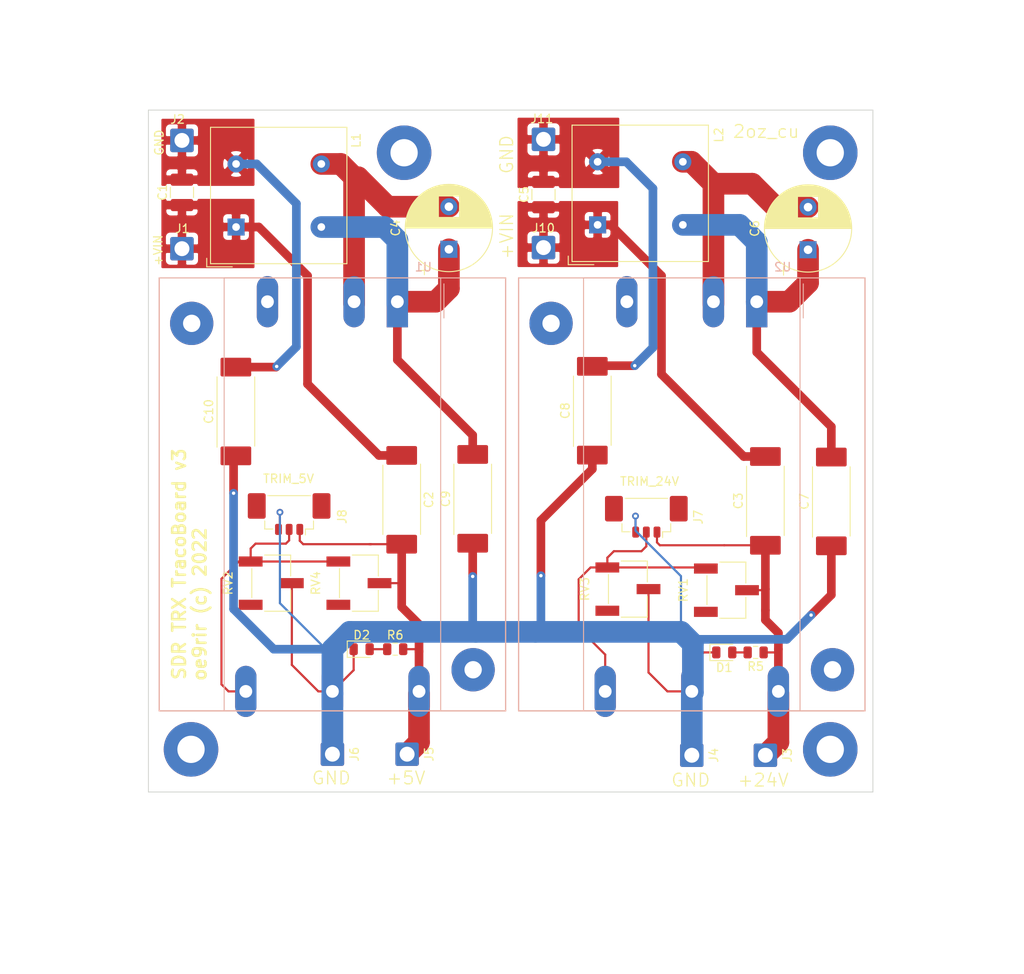
<source format=kicad_pcb>
(kicad_pcb (version 20171130) (host pcbnew 5.1.6+dfsg1-1~bpo9+1)

  (general
    (thickness 1.6)
    (drawings 29)
    (tracks 174)
    (zones 0)
    (modules 36)
    (nets 16)
  )

  (page A4)
  (title_block
    (title "SDR TRX Traco Power Board")
    (date 2021-06-12)
    (rev 1)
  )

  (layers
    (0 F.Cu signal)
    (31 B.Cu signal)
    (32 B.Adhes user)
    (33 F.Adhes user)
    (34 B.Paste user)
    (35 F.Paste user)
    (36 B.SilkS user)
    (37 F.SilkS user)
    (38 B.Mask user)
    (39 F.Mask user)
    (40 Dwgs.User user)
    (41 Cmts.User user)
    (42 Eco1.User user)
    (43 Eco2.User user)
    (44 Edge.Cuts user)
    (45 Margin user)
    (46 B.CrtYd user hide)
    (47 F.CrtYd user hide)
    (48 B.Fab user hide)
    (49 F.Fab user hide)
  )

  (setup
    (last_trace_width 0.25)
    (user_trace_width 0.254)
    (user_trace_width 1.016)
    (user_trace_width 1.524)
    (user_trace_width 2.54)
    (trace_clearance 0.2)
    (zone_clearance 0.508)
    (zone_45_only yes)
    (trace_min 0.2)
    (via_size 0.8)
    (via_drill 0.4)
    (via_min_size 0.4)
    (via_min_drill 0.3)
    (user_via 0.6 0.3)
    (uvia_size 0.3)
    (uvia_drill 0.1)
    (uvias_allowed no)
    (uvia_min_size 0.2)
    (uvia_min_drill 0.1)
    (edge_width 0.05)
    (segment_width 0.2)
    (pcb_text_width 0.3)
    (pcb_text_size 1.5 1.5)
    (mod_edge_width 0.12)
    (mod_text_size 1 1)
    (mod_text_width 0.15)
    (pad_size 6.4 6.4)
    (pad_drill 3.2)
    (pad_to_mask_clearance 0.05)
    (aux_axis_origin 0 0)
    (visible_elements FFFFFF7F)
    (pcbplotparams
      (layerselection 0x010fc_ffffffff)
      (usegerberextensions true)
      (usegerberattributes false)
      (usegerberadvancedattributes false)
      (creategerberjobfile false)
      (excludeedgelayer true)
      (linewidth 0.100000)
      (plotframeref false)
      (viasonmask false)
      (mode 1)
      (useauxorigin false)
      (hpglpennumber 1)
      (hpglpenspeed 20)
      (hpglpendiameter 15.000000)
      (psnegative false)
      (psa4output false)
      (plotreference true)
      (plotvalue false)
      (plotinvisibletext false)
      (padsonsilk false)
      (subtractmaskfromsilk true)
      (outputformat 1)
      (mirror false)
      (drillshape 0)
      (scaleselection 1)
      (outputdirectory "gerber"))
  )

  (net 0 "")
  (net 1 GND)
  (net 2 +5VP)
  (net 3 "Net-(D1-Pad2)")
  (net 4 +24V)
  (net 5 "Net-(C1-Pad2)")
  (net 6 /TRIM_5V)
  (net 7 /TRIM_24V)
  (net 8 VDC)
  (net 9 "Net-(C3-Pad2)")
  (net 10 "Net-(C5-Pad2)")
  (net 11 "Net-(D2-Pad2)")
  (net 12 "Net-(C4-Pad2)")
  (net 13 "Net-(C4-Pad1)")
  (net 14 "Net-(C6-Pad2)")
  (net 15 "Net-(C6-Pad1)")

  (net_class Default "This is the default net class."
    (clearance 0.2)
    (trace_width 0.25)
    (via_dia 0.8)
    (via_drill 0.4)
    (uvia_dia 0.3)
    (uvia_drill 0.1)
    (add_net +24V)
    (add_net +5VP)
    (add_net /TRIM_24V)
    (add_net /TRIM_5V)
    (add_net GND)
    (add_net "Net-(C1-Pad2)")
    (add_net "Net-(C3-Pad2)")
    (add_net "Net-(C4-Pad1)")
    (add_net "Net-(C4-Pad2)")
    (add_net "Net-(C5-Pad2)")
    (add_net "Net-(C6-Pad1)")
    (add_net "Net-(C6-Pad2)")
    (add_net "Net-(D1-Pad2)")
    (add_net "Net-(D2-Pad2)")
    (add_net VDC)
  )

  (module Parts:C_Murata_DK1 (layer F.Cu) (tedit 60C3E545) (tstamp 623790FD)
    (at 10.2616 -44.6532 90)
    (descr "Capacitor Murata DK1 Series Y1")
    (tags capacitor)
    (path /623BBECE)
    (attr smd)
    (fp_text reference C10 (at 0 -3.18 90) (layer F.SilkS)
      (effects (font (size 1 1) (thickness 0.15)))
    )
    (fp_text value "470pF Y1" (at 0 3.18 90) (layer F.Fab)
      (effects (font (size 1 1) (thickness 0.15)))
    )
    (fp_line (start -6.477 2.1) (end -6.477 -2.1) (layer F.Fab) (width 0.1))
    (fp_line (start -6.477 -2.1) (end 6.477 -2.1) (layer F.Fab) (width 0.1))
    (fp_line (start 6.477 -2.1) (end 6.477 2.1) (layer F.Fab) (width 0.1))
    (fp_line (start 6.477 2.1) (end -6.477 2.1) (layer F.Fab) (width 0.1))
    (fp_line (start -4.191 -2.21) (end 4.064 -2.21) (layer F.SilkS) (width 0.12))
    (fp_line (start -4.064 2.21) (end 4.064 2.21) (layer F.SilkS) (width 0.12))
    (fp_line (start -6.477 2.48) (end -6.477 -2.48) (layer F.CrtYd) (width 0.05))
    (fp_line (start -6.477 -2.48) (end 6.477 -2.48) (layer F.CrtYd) (width 0.05))
    (fp_line (start 6.477 -2.48) (end 6.477 2.48) (layer F.CrtYd) (width 0.05))
    (fp_line (start 6.477 2.48) (end -6.477 2.48) (layer F.CrtYd) (width 0.05))
    (fp_text user %R (at 0 0 90) (layer F.Fab)
      (effects (font (size 1 1) (thickness 0.15)))
    )
    (pad 2 smd roundrect (at 5.207 0 90) (size 2.2 3.6) (layers F.Cu F.Paste F.Mask) (roundrect_rratio 0.083)
      (net 5 "Net-(C1-Pad2)"))
    (pad 1 smd roundrect (at -5.207 0 90) (size 2.2 3.6) (layers F.Cu F.Paste F.Mask) (roundrect_rratio 0.083)
      (net 1 GND))
    (model ${KISYS3DMOD}/Capacitor_SMD.3dshapes/C_2816_7142Metric.wrl
      (at (xyz 0 0 0))
      (scale (xyz 1 1 1))
      (rotate (xyz 0 0 0))
    )
  )

  (module Parts:C_Murata_DK1 (layer F.Cu) (tedit 60C3E545) (tstamp 623790E8)
    (at 38.0492 -34.4043 90)
    (descr "Capacitor Murata DK1 Series Y1")
    (tags capacitor)
    (path /623BB3B4)
    (attr smd)
    (fp_text reference C9 (at 0 -3.18 90) (layer F.SilkS)
      (effects (font (size 1 1) (thickness 0.15)))
    )
    (fp_text value "680pF Y1" (at 0 3.18 90) (layer F.Fab)
      (effects (font (size 1 1) (thickness 0.15)))
    )
    (fp_line (start -6.477 2.1) (end -6.477 -2.1) (layer F.Fab) (width 0.1))
    (fp_line (start -6.477 -2.1) (end 6.477 -2.1) (layer F.Fab) (width 0.1))
    (fp_line (start 6.477 -2.1) (end 6.477 2.1) (layer F.Fab) (width 0.1))
    (fp_line (start 6.477 2.1) (end -6.477 2.1) (layer F.Fab) (width 0.1))
    (fp_line (start -4.191 -2.21) (end 4.064 -2.21) (layer F.SilkS) (width 0.12))
    (fp_line (start -4.064 2.21) (end 4.064 2.21) (layer F.SilkS) (width 0.12))
    (fp_line (start -6.477 2.48) (end -6.477 -2.48) (layer F.CrtYd) (width 0.05))
    (fp_line (start -6.477 -2.48) (end 6.477 -2.48) (layer F.CrtYd) (width 0.05))
    (fp_line (start 6.477 -2.48) (end 6.477 2.48) (layer F.CrtYd) (width 0.05))
    (fp_line (start 6.477 2.48) (end -6.477 2.48) (layer F.CrtYd) (width 0.05))
    (fp_text user %R (at 0 0 90) (layer F.Fab)
      (effects (font (size 1 1) (thickness 0.15)))
    )
    (pad 2 smd roundrect (at 5.207 0 90) (size 2.2 3.6) (layers F.Cu F.Paste F.Mask) (roundrect_rratio 0.083)
      (net 13 "Net-(C4-Pad1)"))
    (pad 1 smd roundrect (at -5.207 0 90) (size 2.2 3.6) (layers F.Cu F.Paste F.Mask) (roundrect_rratio 0.083)
      (net 1 GND))
    (model ${KISYS3DMOD}/Capacitor_SMD.3dshapes/C_2816_7142Metric.wrl
      (at (xyz 0 0 0))
      (scale (xyz 1 1 1))
      (rotate (xyz 0 0 0))
    )
  )

  (module Parts:C_Murata_DK1 (layer F.Cu) (tedit 60C3E545) (tstamp 623790D3)
    (at 52.0827 -44.7421 90)
    (descr "Capacitor Murata DK1 Series Y1")
    (tags capacitor)
    (path /6238D18B)
    (attr smd)
    (fp_text reference C8 (at 0 -3.18 90) (layer F.SilkS)
      (effects (font (size 1 1) (thickness 0.15)))
    )
    (fp_text value "470pF Y1" (at 0 3.18 90) (layer F.Fab)
      (effects (font (size 1 1) (thickness 0.15)))
    )
    (fp_line (start -6.477 2.1) (end -6.477 -2.1) (layer F.Fab) (width 0.1))
    (fp_line (start -6.477 -2.1) (end 6.477 -2.1) (layer F.Fab) (width 0.1))
    (fp_line (start 6.477 -2.1) (end 6.477 2.1) (layer F.Fab) (width 0.1))
    (fp_line (start 6.477 2.1) (end -6.477 2.1) (layer F.Fab) (width 0.1))
    (fp_line (start -4.191 -2.21) (end 4.064 -2.21) (layer F.SilkS) (width 0.12))
    (fp_line (start -4.064 2.21) (end 4.064 2.21) (layer F.SilkS) (width 0.12))
    (fp_line (start -6.477 2.48) (end -6.477 -2.48) (layer F.CrtYd) (width 0.05))
    (fp_line (start -6.477 -2.48) (end 6.477 -2.48) (layer F.CrtYd) (width 0.05))
    (fp_line (start 6.477 -2.48) (end 6.477 2.48) (layer F.CrtYd) (width 0.05))
    (fp_line (start 6.477 2.48) (end -6.477 2.48) (layer F.CrtYd) (width 0.05))
    (fp_text user %R (at 0 0 90) (layer F.Fab)
      (effects (font (size 1 1) (thickness 0.15)))
    )
    (pad 2 smd roundrect (at 5.207 0 90) (size 2.2 3.6) (layers F.Cu F.Paste F.Mask) (roundrect_rratio 0.083)
      (net 10 "Net-(C5-Pad2)"))
    (pad 1 smd roundrect (at -5.207 0 90) (size 2.2 3.6) (layers F.Cu F.Paste F.Mask) (roundrect_rratio 0.083)
      (net 1 GND))
    (model ${KISYS3DMOD}/Capacitor_SMD.3dshapes/C_2816_7142Metric.wrl
      (at (xyz 0 0 0))
      (scale (xyz 1 1 1))
      (rotate (xyz 0 0 0))
    )
  )

  (module Parts:C_Murata_DK1 (layer F.Cu) (tedit 60C3E545) (tstamp 623790BE)
    (at 80.1243 -34.0995 90)
    (descr "Capacitor Murata DK1 Series Y1")
    (tags capacitor)
    (path /6237B184)
    (attr smd)
    (fp_text reference C7 (at 0 -3.18 90) (layer F.SilkS)
      (effects (font (size 1 1) (thickness 0.15)))
    )
    (fp_text value "680pF Y1" (at 0 3.18 90) (layer F.Fab)
      (effects (font (size 1 1) (thickness 0.15)))
    )
    (fp_line (start -6.477 2.1) (end -6.477 -2.1) (layer F.Fab) (width 0.1))
    (fp_line (start -6.477 -2.1) (end 6.477 -2.1) (layer F.Fab) (width 0.1))
    (fp_line (start 6.477 -2.1) (end 6.477 2.1) (layer F.Fab) (width 0.1))
    (fp_line (start 6.477 2.1) (end -6.477 2.1) (layer F.Fab) (width 0.1))
    (fp_line (start -4.191 -2.21) (end 4.064 -2.21) (layer F.SilkS) (width 0.12))
    (fp_line (start -4.064 2.21) (end 4.064 2.21) (layer F.SilkS) (width 0.12))
    (fp_line (start -6.477 2.48) (end -6.477 -2.48) (layer F.CrtYd) (width 0.05))
    (fp_line (start -6.477 -2.48) (end 6.477 -2.48) (layer F.CrtYd) (width 0.05))
    (fp_line (start 6.477 -2.48) (end 6.477 2.48) (layer F.CrtYd) (width 0.05))
    (fp_line (start 6.477 2.48) (end -6.477 2.48) (layer F.CrtYd) (width 0.05))
    (fp_text user %R (at 0 0 90) (layer F.Fab)
      (effects (font (size 1 1) (thickness 0.15)))
    )
    (pad 2 smd roundrect (at 5.207 0 90) (size 2.2 3.6) (layers F.Cu F.Paste F.Mask) (roundrect_rratio 0.083)
      (net 15 "Net-(C6-Pad1)"))
    (pad 1 smd roundrect (at -5.207 0 90) (size 2.2 3.6) (layers F.Cu F.Paste F.Mask) (roundrect_rratio 0.083)
      (net 1 GND))
    (model ${KISYS3DMOD}/Capacitor_SMD.3dshapes/C_2816_7142Metric.wrl
      (at (xyz 0 0 0))
      (scale (xyz 1 1 1))
      (rotate (xyz 0 0 0))
    )
  )

  (module Parts:C_Murata_DK1 (layer F.Cu) (tedit 60C3E545) (tstamp 60C441A9)
    (at 72.39 -34.163 90)
    (descr "Capacitor Murata DK1 Series Y1")
    (tags capacitor)
    (path /60FF3774)
    (attr smd)
    (fp_text reference C3 (at 0 -3.18 90) (layer F.SilkS)
      (effects (font (size 1 1) (thickness 0.15)))
    )
    (fp_text value "1000pF Y1" (at 0 3.18 90) (layer F.Fab)
      (effects (font (size 1 1) (thickness 0.15)))
    )
    (fp_line (start -6.477 2.1) (end -6.477 -2.1) (layer F.Fab) (width 0.1))
    (fp_line (start -6.477 -2.1) (end 6.477 -2.1) (layer F.Fab) (width 0.1))
    (fp_line (start 6.477 -2.1) (end 6.477 2.1) (layer F.Fab) (width 0.1))
    (fp_line (start 6.477 2.1) (end -6.477 2.1) (layer F.Fab) (width 0.1))
    (fp_line (start -4.191 -2.21) (end 4.064 -2.21) (layer F.SilkS) (width 0.12))
    (fp_line (start -4.064 2.21) (end 4.064 2.21) (layer F.SilkS) (width 0.12))
    (fp_line (start -6.477 2.48) (end -6.477 -2.48) (layer F.CrtYd) (width 0.05))
    (fp_line (start -6.477 -2.48) (end 6.477 -2.48) (layer F.CrtYd) (width 0.05))
    (fp_line (start 6.477 -2.48) (end 6.477 2.48) (layer F.CrtYd) (width 0.05))
    (fp_line (start 6.477 2.48) (end -6.477 2.48) (layer F.CrtYd) (width 0.05))
    (fp_text user %R (at 0 0 90) (layer F.Fab)
      (effects (font (size 1 1) (thickness 0.15)))
    )
    (pad 2 smd roundrect (at 5.207 0 90) (size 2.2 3.6) (layers F.Cu F.Paste F.Mask) (roundrect_rratio 0.083)
      (net 9 "Net-(C3-Pad2)"))
    (pad 1 smd roundrect (at -5.207 0 90) (size 2.2 3.6) (layers F.Cu F.Paste F.Mask) (roundrect_rratio 0.083)
      (net 4 +24V))
    (model ${KISYS3DMOD}/Capacitor_SMD.3dshapes/C_2816_7142Metric.wrl
      (at (xyz 0 0 0))
      (scale (xyz 1 1 1))
      (rotate (xyz 0 0 0))
    )
  )

  (module Parts:C_Murata_DK1 (layer F.Cu) (tedit 60C3E545) (tstamp 60C44198)
    (at 29.718 -34.29 270)
    (descr "Capacitor Murata DK1 Series Y1")
    (tags capacitor)
    (path /60FF4B6F)
    (attr smd)
    (fp_text reference C2 (at 0 -3.18 90) (layer F.SilkS)
      (effects (font (size 1 1) (thickness 0.15)))
    )
    (fp_text value "1000pF Y1" (at 0 3.18 90) (layer F.Fab)
      (effects (font (size 1 1) (thickness 0.15)))
    )
    (fp_line (start -6.477 2.1) (end -6.477 -2.1) (layer F.Fab) (width 0.1))
    (fp_line (start -6.477 -2.1) (end 6.477 -2.1) (layer F.Fab) (width 0.1))
    (fp_line (start 6.477 -2.1) (end 6.477 2.1) (layer F.Fab) (width 0.1))
    (fp_line (start 6.477 2.1) (end -6.477 2.1) (layer F.Fab) (width 0.1))
    (fp_line (start -4.191 -2.21) (end 4.064 -2.21) (layer F.SilkS) (width 0.12))
    (fp_line (start -4.064 2.21) (end 4.064 2.21) (layer F.SilkS) (width 0.12))
    (fp_line (start -6.477 2.48) (end -6.477 -2.48) (layer F.CrtYd) (width 0.05))
    (fp_line (start -6.477 -2.48) (end 6.477 -2.48) (layer F.CrtYd) (width 0.05))
    (fp_line (start 6.477 -2.48) (end 6.477 2.48) (layer F.CrtYd) (width 0.05))
    (fp_line (start 6.477 2.48) (end -6.477 2.48) (layer F.CrtYd) (width 0.05))
    (fp_text user %R (at 0 0 90) (layer F.Fab)
      (effects (font (size 1 1) (thickness 0.15)))
    )
    (pad 2 smd roundrect (at 5.207 0 270) (size 2.2 3.6) (layers F.Cu F.Paste F.Mask) (roundrect_rratio 0.083)
      (net 2 +5VP))
    (pad 1 smd roundrect (at -5.207 0 270) (size 2.2 3.6) (layers F.Cu F.Paste F.Mask) (roundrect_rratio 0.083)
      (net 8 VDC))
    (model ${KISYS3DMOD}/Capacitor_SMD.3dshapes/C_2816_7142Metric.wrl
      (at (xyz 0 0 0))
      (scale (xyz 1 1 1))
      (rotate (xyz 0 0 0))
    )
  )

  (module Capacitor_THT:CP_Radial_D10.0mm_P5.00mm (layer F.Cu) (tedit 5AE50EF1) (tstamp 623790A9)
    (at 77.3938 -63.627 90)
    (descr "CP, Radial series, Radial, pin pitch=5.00mm, , diameter=10mm, Electrolytic Capacitor")
    (tags "CP Radial series Radial pin pitch 5.00mm  diameter 10mm Electrolytic Capacitor")
    (path /6239192B)
    (fp_text reference C6 (at 2.5 -6.25 90) (layer F.SilkS)
      (effects (font (size 1 1) (thickness 0.15)))
    )
    (fp_text value 270u/50V (at 2.5 6.25 90) (layer F.Fab)
      (effects (font (size 1 1) (thickness 0.15)))
    )
    (fp_line (start -2.479646 -3.375) (end -2.479646 -2.375) (layer F.SilkS) (width 0.12))
    (fp_line (start -2.979646 -2.875) (end -1.979646 -2.875) (layer F.SilkS) (width 0.12))
    (fp_line (start 7.581 -0.599) (end 7.581 0.599) (layer F.SilkS) (width 0.12))
    (fp_line (start 7.541 -0.862) (end 7.541 0.862) (layer F.SilkS) (width 0.12))
    (fp_line (start 7.501 -1.062) (end 7.501 1.062) (layer F.SilkS) (width 0.12))
    (fp_line (start 7.461 -1.23) (end 7.461 1.23) (layer F.SilkS) (width 0.12))
    (fp_line (start 7.421 -1.378) (end 7.421 1.378) (layer F.SilkS) (width 0.12))
    (fp_line (start 7.381 -1.51) (end 7.381 1.51) (layer F.SilkS) (width 0.12))
    (fp_line (start 7.341 -1.63) (end 7.341 1.63) (layer F.SilkS) (width 0.12))
    (fp_line (start 7.301 -1.742) (end 7.301 1.742) (layer F.SilkS) (width 0.12))
    (fp_line (start 7.261 -1.846) (end 7.261 1.846) (layer F.SilkS) (width 0.12))
    (fp_line (start 7.221 -1.944) (end 7.221 1.944) (layer F.SilkS) (width 0.12))
    (fp_line (start 7.181 -2.037) (end 7.181 2.037) (layer F.SilkS) (width 0.12))
    (fp_line (start 7.141 -2.125) (end 7.141 2.125) (layer F.SilkS) (width 0.12))
    (fp_line (start 7.101 -2.209) (end 7.101 2.209) (layer F.SilkS) (width 0.12))
    (fp_line (start 7.061 -2.289) (end 7.061 2.289) (layer F.SilkS) (width 0.12))
    (fp_line (start 7.021 -2.365) (end 7.021 2.365) (layer F.SilkS) (width 0.12))
    (fp_line (start 6.981 -2.439) (end 6.981 2.439) (layer F.SilkS) (width 0.12))
    (fp_line (start 6.941 -2.51) (end 6.941 2.51) (layer F.SilkS) (width 0.12))
    (fp_line (start 6.901 -2.579) (end 6.901 2.579) (layer F.SilkS) (width 0.12))
    (fp_line (start 6.861 -2.645) (end 6.861 2.645) (layer F.SilkS) (width 0.12))
    (fp_line (start 6.821 -2.709) (end 6.821 2.709) (layer F.SilkS) (width 0.12))
    (fp_line (start 6.781 -2.77) (end 6.781 2.77) (layer F.SilkS) (width 0.12))
    (fp_line (start 6.741 -2.83) (end 6.741 2.83) (layer F.SilkS) (width 0.12))
    (fp_line (start 6.701 -2.889) (end 6.701 2.889) (layer F.SilkS) (width 0.12))
    (fp_line (start 6.661 -2.945) (end 6.661 2.945) (layer F.SilkS) (width 0.12))
    (fp_line (start 6.621 -3) (end 6.621 3) (layer F.SilkS) (width 0.12))
    (fp_line (start 6.581 -3.054) (end 6.581 3.054) (layer F.SilkS) (width 0.12))
    (fp_line (start 6.541 -3.106) (end 6.541 3.106) (layer F.SilkS) (width 0.12))
    (fp_line (start 6.501 -3.156) (end 6.501 3.156) (layer F.SilkS) (width 0.12))
    (fp_line (start 6.461 -3.206) (end 6.461 3.206) (layer F.SilkS) (width 0.12))
    (fp_line (start 6.421 -3.254) (end 6.421 3.254) (layer F.SilkS) (width 0.12))
    (fp_line (start 6.381 -3.301) (end 6.381 3.301) (layer F.SilkS) (width 0.12))
    (fp_line (start 6.341 -3.347) (end 6.341 3.347) (layer F.SilkS) (width 0.12))
    (fp_line (start 6.301 -3.392) (end 6.301 3.392) (layer F.SilkS) (width 0.12))
    (fp_line (start 6.261 -3.436) (end 6.261 3.436) (layer F.SilkS) (width 0.12))
    (fp_line (start 6.221 1.241) (end 6.221 3.478) (layer F.SilkS) (width 0.12))
    (fp_line (start 6.221 -3.478) (end 6.221 -1.241) (layer F.SilkS) (width 0.12))
    (fp_line (start 6.181 1.241) (end 6.181 3.52) (layer F.SilkS) (width 0.12))
    (fp_line (start 6.181 -3.52) (end 6.181 -1.241) (layer F.SilkS) (width 0.12))
    (fp_line (start 6.141 1.241) (end 6.141 3.561) (layer F.SilkS) (width 0.12))
    (fp_line (start 6.141 -3.561) (end 6.141 -1.241) (layer F.SilkS) (width 0.12))
    (fp_line (start 6.101 1.241) (end 6.101 3.601) (layer F.SilkS) (width 0.12))
    (fp_line (start 6.101 -3.601) (end 6.101 -1.241) (layer F.SilkS) (width 0.12))
    (fp_line (start 6.061 1.241) (end 6.061 3.64) (layer F.SilkS) (width 0.12))
    (fp_line (start 6.061 -3.64) (end 6.061 -1.241) (layer F.SilkS) (width 0.12))
    (fp_line (start 6.021 1.241) (end 6.021 3.679) (layer F.SilkS) (width 0.12))
    (fp_line (start 6.021 -3.679) (end 6.021 -1.241) (layer F.SilkS) (width 0.12))
    (fp_line (start 5.981 1.241) (end 5.981 3.716) (layer F.SilkS) (width 0.12))
    (fp_line (start 5.981 -3.716) (end 5.981 -1.241) (layer F.SilkS) (width 0.12))
    (fp_line (start 5.941 1.241) (end 5.941 3.753) (layer F.SilkS) (width 0.12))
    (fp_line (start 5.941 -3.753) (end 5.941 -1.241) (layer F.SilkS) (width 0.12))
    (fp_line (start 5.901 1.241) (end 5.901 3.789) (layer F.SilkS) (width 0.12))
    (fp_line (start 5.901 -3.789) (end 5.901 -1.241) (layer F.SilkS) (width 0.12))
    (fp_line (start 5.861 1.241) (end 5.861 3.824) (layer F.SilkS) (width 0.12))
    (fp_line (start 5.861 -3.824) (end 5.861 -1.241) (layer F.SilkS) (width 0.12))
    (fp_line (start 5.821 1.241) (end 5.821 3.858) (layer F.SilkS) (width 0.12))
    (fp_line (start 5.821 -3.858) (end 5.821 -1.241) (layer F.SilkS) (width 0.12))
    (fp_line (start 5.781 1.241) (end 5.781 3.892) (layer F.SilkS) (width 0.12))
    (fp_line (start 5.781 -3.892) (end 5.781 -1.241) (layer F.SilkS) (width 0.12))
    (fp_line (start 5.741 1.241) (end 5.741 3.925) (layer F.SilkS) (width 0.12))
    (fp_line (start 5.741 -3.925) (end 5.741 -1.241) (layer F.SilkS) (width 0.12))
    (fp_line (start 5.701 1.241) (end 5.701 3.957) (layer F.SilkS) (width 0.12))
    (fp_line (start 5.701 -3.957) (end 5.701 -1.241) (layer F.SilkS) (width 0.12))
    (fp_line (start 5.661 1.241) (end 5.661 3.989) (layer F.SilkS) (width 0.12))
    (fp_line (start 5.661 -3.989) (end 5.661 -1.241) (layer F.SilkS) (width 0.12))
    (fp_line (start 5.621 1.241) (end 5.621 4.02) (layer F.SilkS) (width 0.12))
    (fp_line (start 5.621 -4.02) (end 5.621 -1.241) (layer F.SilkS) (width 0.12))
    (fp_line (start 5.581 1.241) (end 5.581 4.05) (layer F.SilkS) (width 0.12))
    (fp_line (start 5.581 -4.05) (end 5.581 -1.241) (layer F.SilkS) (width 0.12))
    (fp_line (start 5.541 1.241) (end 5.541 4.08) (layer F.SilkS) (width 0.12))
    (fp_line (start 5.541 -4.08) (end 5.541 -1.241) (layer F.SilkS) (width 0.12))
    (fp_line (start 5.501 1.241) (end 5.501 4.11) (layer F.SilkS) (width 0.12))
    (fp_line (start 5.501 -4.11) (end 5.501 -1.241) (layer F.SilkS) (width 0.12))
    (fp_line (start 5.461 1.241) (end 5.461 4.138) (layer F.SilkS) (width 0.12))
    (fp_line (start 5.461 -4.138) (end 5.461 -1.241) (layer F.SilkS) (width 0.12))
    (fp_line (start 5.421 1.241) (end 5.421 4.166) (layer F.SilkS) (width 0.12))
    (fp_line (start 5.421 -4.166) (end 5.421 -1.241) (layer F.SilkS) (width 0.12))
    (fp_line (start 5.381 1.241) (end 5.381 4.194) (layer F.SilkS) (width 0.12))
    (fp_line (start 5.381 -4.194) (end 5.381 -1.241) (layer F.SilkS) (width 0.12))
    (fp_line (start 5.341 1.241) (end 5.341 4.221) (layer F.SilkS) (width 0.12))
    (fp_line (start 5.341 -4.221) (end 5.341 -1.241) (layer F.SilkS) (width 0.12))
    (fp_line (start 5.301 1.241) (end 5.301 4.247) (layer F.SilkS) (width 0.12))
    (fp_line (start 5.301 -4.247) (end 5.301 -1.241) (layer F.SilkS) (width 0.12))
    (fp_line (start 5.261 1.241) (end 5.261 4.273) (layer F.SilkS) (width 0.12))
    (fp_line (start 5.261 -4.273) (end 5.261 -1.241) (layer F.SilkS) (width 0.12))
    (fp_line (start 5.221 1.241) (end 5.221 4.298) (layer F.SilkS) (width 0.12))
    (fp_line (start 5.221 -4.298) (end 5.221 -1.241) (layer F.SilkS) (width 0.12))
    (fp_line (start 5.181 1.241) (end 5.181 4.323) (layer F.SilkS) (width 0.12))
    (fp_line (start 5.181 -4.323) (end 5.181 -1.241) (layer F.SilkS) (width 0.12))
    (fp_line (start 5.141 1.241) (end 5.141 4.347) (layer F.SilkS) (width 0.12))
    (fp_line (start 5.141 -4.347) (end 5.141 -1.241) (layer F.SilkS) (width 0.12))
    (fp_line (start 5.101 1.241) (end 5.101 4.371) (layer F.SilkS) (width 0.12))
    (fp_line (start 5.101 -4.371) (end 5.101 -1.241) (layer F.SilkS) (width 0.12))
    (fp_line (start 5.061 1.241) (end 5.061 4.395) (layer F.SilkS) (width 0.12))
    (fp_line (start 5.061 -4.395) (end 5.061 -1.241) (layer F.SilkS) (width 0.12))
    (fp_line (start 5.021 1.241) (end 5.021 4.417) (layer F.SilkS) (width 0.12))
    (fp_line (start 5.021 -4.417) (end 5.021 -1.241) (layer F.SilkS) (width 0.12))
    (fp_line (start 4.981 1.241) (end 4.981 4.44) (layer F.SilkS) (width 0.12))
    (fp_line (start 4.981 -4.44) (end 4.981 -1.241) (layer F.SilkS) (width 0.12))
    (fp_line (start 4.941 1.241) (end 4.941 4.462) (layer F.SilkS) (width 0.12))
    (fp_line (start 4.941 -4.462) (end 4.941 -1.241) (layer F.SilkS) (width 0.12))
    (fp_line (start 4.901 1.241) (end 4.901 4.483) (layer F.SilkS) (width 0.12))
    (fp_line (start 4.901 -4.483) (end 4.901 -1.241) (layer F.SilkS) (width 0.12))
    (fp_line (start 4.861 1.241) (end 4.861 4.504) (layer F.SilkS) (width 0.12))
    (fp_line (start 4.861 -4.504) (end 4.861 -1.241) (layer F.SilkS) (width 0.12))
    (fp_line (start 4.821 1.241) (end 4.821 4.525) (layer F.SilkS) (width 0.12))
    (fp_line (start 4.821 -4.525) (end 4.821 -1.241) (layer F.SilkS) (width 0.12))
    (fp_line (start 4.781 1.241) (end 4.781 4.545) (layer F.SilkS) (width 0.12))
    (fp_line (start 4.781 -4.545) (end 4.781 -1.241) (layer F.SilkS) (width 0.12))
    (fp_line (start 4.741 1.241) (end 4.741 4.564) (layer F.SilkS) (width 0.12))
    (fp_line (start 4.741 -4.564) (end 4.741 -1.241) (layer F.SilkS) (width 0.12))
    (fp_line (start 4.701 1.241) (end 4.701 4.584) (layer F.SilkS) (width 0.12))
    (fp_line (start 4.701 -4.584) (end 4.701 -1.241) (layer F.SilkS) (width 0.12))
    (fp_line (start 4.661 1.241) (end 4.661 4.603) (layer F.SilkS) (width 0.12))
    (fp_line (start 4.661 -4.603) (end 4.661 -1.241) (layer F.SilkS) (width 0.12))
    (fp_line (start 4.621 1.241) (end 4.621 4.621) (layer F.SilkS) (width 0.12))
    (fp_line (start 4.621 -4.621) (end 4.621 -1.241) (layer F.SilkS) (width 0.12))
    (fp_line (start 4.581 1.241) (end 4.581 4.639) (layer F.SilkS) (width 0.12))
    (fp_line (start 4.581 -4.639) (end 4.581 -1.241) (layer F.SilkS) (width 0.12))
    (fp_line (start 4.541 1.241) (end 4.541 4.657) (layer F.SilkS) (width 0.12))
    (fp_line (start 4.541 -4.657) (end 4.541 -1.241) (layer F.SilkS) (width 0.12))
    (fp_line (start 4.501 1.241) (end 4.501 4.674) (layer F.SilkS) (width 0.12))
    (fp_line (start 4.501 -4.674) (end 4.501 -1.241) (layer F.SilkS) (width 0.12))
    (fp_line (start 4.461 1.241) (end 4.461 4.69) (layer F.SilkS) (width 0.12))
    (fp_line (start 4.461 -4.69) (end 4.461 -1.241) (layer F.SilkS) (width 0.12))
    (fp_line (start 4.421 1.241) (end 4.421 4.707) (layer F.SilkS) (width 0.12))
    (fp_line (start 4.421 -4.707) (end 4.421 -1.241) (layer F.SilkS) (width 0.12))
    (fp_line (start 4.381 1.241) (end 4.381 4.723) (layer F.SilkS) (width 0.12))
    (fp_line (start 4.381 -4.723) (end 4.381 -1.241) (layer F.SilkS) (width 0.12))
    (fp_line (start 4.341 1.241) (end 4.341 4.738) (layer F.SilkS) (width 0.12))
    (fp_line (start 4.341 -4.738) (end 4.341 -1.241) (layer F.SilkS) (width 0.12))
    (fp_line (start 4.301 1.241) (end 4.301 4.754) (layer F.SilkS) (width 0.12))
    (fp_line (start 4.301 -4.754) (end 4.301 -1.241) (layer F.SilkS) (width 0.12))
    (fp_line (start 4.261 1.241) (end 4.261 4.768) (layer F.SilkS) (width 0.12))
    (fp_line (start 4.261 -4.768) (end 4.261 -1.241) (layer F.SilkS) (width 0.12))
    (fp_line (start 4.221 1.241) (end 4.221 4.783) (layer F.SilkS) (width 0.12))
    (fp_line (start 4.221 -4.783) (end 4.221 -1.241) (layer F.SilkS) (width 0.12))
    (fp_line (start 4.181 1.241) (end 4.181 4.797) (layer F.SilkS) (width 0.12))
    (fp_line (start 4.181 -4.797) (end 4.181 -1.241) (layer F.SilkS) (width 0.12))
    (fp_line (start 4.141 1.241) (end 4.141 4.811) (layer F.SilkS) (width 0.12))
    (fp_line (start 4.141 -4.811) (end 4.141 -1.241) (layer F.SilkS) (width 0.12))
    (fp_line (start 4.101 1.241) (end 4.101 4.824) (layer F.SilkS) (width 0.12))
    (fp_line (start 4.101 -4.824) (end 4.101 -1.241) (layer F.SilkS) (width 0.12))
    (fp_line (start 4.061 1.241) (end 4.061 4.837) (layer F.SilkS) (width 0.12))
    (fp_line (start 4.061 -4.837) (end 4.061 -1.241) (layer F.SilkS) (width 0.12))
    (fp_line (start 4.021 1.241) (end 4.021 4.85) (layer F.SilkS) (width 0.12))
    (fp_line (start 4.021 -4.85) (end 4.021 -1.241) (layer F.SilkS) (width 0.12))
    (fp_line (start 3.981 1.241) (end 3.981 4.862) (layer F.SilkS) (width 0.12))
    (fp_line (start 3.981 -4.862) (end 3.981 -1.241) (layer F.SilkS) (width 0.12))
    (fp_line (start 3.941 1.241) (end 3.941 4.874) (layer F.SilkS) (width 0.12))
    (fp_line (start 3.941 -4.874) (end 3.941 -1.241) (layer F.SilkS) (width 0.12))
    (fp_line (start 3.901 1.241) (end 3.901 4.885) (layer F.SilkS) (width 0.12))
    (fp_line (start 3.901 -4.885) (end 3.901 -1.241) (layer F.SilkS) (width 0.12))
    (fp_line (start 3.861 1.241) (end 3.861 4.897) (layer F.SilkS) (width 0.12))
    (fp_line (start 3.861 -4.897) (end 3.861 -1.241) (layer F.SilkS) (width 0.12))
    (fp_line (start 3.821 1.241) (end 3.821 4.907) (layer F.SilkS) (width 0.12))
    (fp_line (start 3.821 -4.907) (end 3.821 -1.241) (layer F.SilkS) (width 0.12))
    (fp_line (start 3.781 1.241) (end 3.781 4.918) (layer F.SilkS) (width 0.12))
    (fp_line (start 3.781 -4.918) (end 3.781 -1.241) (layer F.SilkS) (width 0.12))
    (fp_line (start 3.741 -4.928) (end 3.741 4.928) (layer F.SilkS) (width 0.12))
    (fp_line (start 3.701 -4.938) (end 3.701 4.938) (layer F.SilkS) (width 0.12))
    (fp_line (start 3.661 -4.947) (end 3.661 4.947) (layer F.SilkS) (width 0.12))
    (fp_line (start 3.621 -4.956) (end 3.621 4.956) (layer F.SilkS) (width 0.12))
    (fp_line (start 3.581 -4.965) (end 3.581 4.965) (layer F.SilkS) (width 0.12))
    (fp_line (start 3.541 -4.974) (end 3.541 4.974) (layer F.SilkS) (width 0.12))
    (fp_line (start 3.501 -4.982) (end 3.501 4.982) (layer F.SilkS) (width 0.12))
    (fp_line (start 3.461 -4.99) (end 3.461 4.99) (layer F.SilkS) (width 0.12))
    (fp_line (start 3.421 -4.997) (end 3.421 4.997) (layer F.SilkS) (width 0.12))
    (fp_line (start 3.381 -5.004) (end 3.381 5.004) (layer F.SilkS) (width 0.12))
    (fp_line (start 3.341 -5.011) (end 3.341 5.011) (layer F.SilkS) (width 0.12))
    (fp_line (start 3.301 -5.018) (end 3.301 5.018) (layer F.SilkS) (width 0.12))
    (fp_line (start 3.261 -5.024) (end 3.261 5.024) (layer F.SilkS) (width 0.12))
    (fp_line (start 3.221 -5.03) (end 3.221 5.03) (layer F.SilkS) (width 0.12))
    (fp_line (start 3.18 -5.035) (end 3.18 5.035) (layer F.SilkS) (width 0.12))
    (fp_line (start 3.14 -5.04) (end 3.14 5.04) (layer F.SilkS) (width 0.12))
    (fp_line (start 3.1 -5.045) (end 3.1 5.045) (layer F.SilkS) (width 0.12))
    (fp_line (start 3.06 -5.05) (end 3.06 5.05) (layer F.SilkS) (width 0.12))
    (fp_line (start 3.02 -5.054) (end 3.02 5.054) (layer F.SilkS) (width 0.12))
    (fp_line (start 2.98 -5.058) (end 2.98 5.058) (layer F.SilkS) (width 0.12))
    (fp_line (start 2.94 -5.062) (end 2.94 5.062) (layer F.SilkS) (width 0.12))
    (fp_line (start 2.9 -5.065) (end 2.9 5.065) (layer F.SilkS) (width 0.12))
    (fp_line (start 2.86 -5.068) (end 2.86 5.068) (layer F.SilkS) (width 0.12))
    (fp_line (start 2.82 -5.07) (end 2.82 5.07) (layer F.SilkS) (width 0.12))
    (fp_line (start 2.78 -5.073) (end 2.78 5.073) (layer F.SilkS) (width 0.12))
    (fp_line (start 2.74 -5.075) (end 2.74 5.075) (layer F.SilkS) (width 0.12))
    (fp_line (start 2.7 -5.077) (end 2.7 5.077) (layer F.SilkS) (width 0.12))
    (fp_line (start 2.66 -5.078) (end 2.66 5.078) (layer F.SilkS) (width 0.12))
    (fp_line (start 2.62 -5.079) (end 2.62 5.079) (layer F.SilkS) (width 0.12))
    (fp_line (start 2.58 -5.08) (end 2.58 5.08) (layer F.SilkS) (width 0.12))
    (fp_line (start 2.54 -5.08) (end 2.54 5.08) (layer F.SilkS) (width 0.12))
    (fp_line (start 2.5 -5.08) (end 2.5 5.08) (layer F.SilkS) (width 0.12))
    (fp_line (start -1.288861 -2.6875) (end -1.288861 -1.6875) (layer F.Fab) (width 0.1))
    (fp_line (start -1.788861 -2.1875) (end -0.788861 -2.1875) (layer F.Fab) (width 0.1))
    (fp_circle (center 2.5 0) (end 7.75 0) (layer F.CrtYd) (width 0.05))
    (fp_circle (center 2.5 0) (end 7.62 0) (layer F.SilkS) (width 0.12))
    (fp_circle (center 2.5 0) (end 7.5 0) (layer F.Fab) (width 0.1))
    (fp_text user %R (at 2.5 0 90) (layer F.Fab)
      (effects (font (size 1 1) (thickness 0.15)))
    )
    (pad 2 thru_hole circle (at 5 0 90) (size 2 2) (drill 1) (layers *.Cu *.Mask)
      (net 14 "Net-(C6-Pad2)"))
    (pad 1 thru_hole rect (at 0 0 90) (size 2 2) (drill 1) (layers *.Cu *.Mask)
      (net 15 "Net-(C6-Pad1)"))
    (model ${KISYS3DMOD}/Capacitor_THT.3dshapes/CP_Radial_D10.0mm_P5.00mm.wrl
      (at (xyz 0 0 0))
      (scale (xyz 1 1 1))
      (rotate (xyz 0 0 0))
    )
  )

  (module Capacitor_THT:CP_Radial_D10.0mm_P5.00mm (layer F.Cu) (tedit 5AE50EF1) (tstamp 62378FF0)
    (at 35.2552 -63.6778 90)
    (descr "CP, Radial series, Radial, pin pitch=5.00mm, , diameter=10mm, Electrolytic Capacitor")
    (tags "CP Radial series Radial pin pitch 5.00mm  diameter 10mm Electrolytic Capacitor")
    (path /623AADC0)
    (fp_text reference C4 (at 2.5 -6.25 90) (layer F.SilkS)
      (effects (font (size 1 1) (thickness 0.15)))
    )
    (fp_text value 270u/50V (at 2.5 6.25 90) (layer F.Fab)
      (effects (font (size 1 1) (thickness 0.15)))
    )
    (fp_line (start -2.479646 -3.375) (end -2.479646 -2.375) (layer F.SilkS) (width 0.12))
    (fp_line (start -2.979646 -2.875) (end -1.979646 -2.875) (layer F.SilkS) (width 0.12))
    (fp_line (start 7.581 -0.599) (end 7.581 0.599) (layer F.SilkS) (width 0.12))
    (fp_line (start 7.541 -0.862) (end 7.541 0.862) (layer F.SilkS) (width 0.12))
    (fp_line (start 7.501 -1.062) (end 7.501 1.062) (layer F.SilkS) (width 0.12))
    (fp_line (start 7.461 -1.23) (end 7.461 1.23) (layer F.SilkS) (width 0.12))
    (fp_line (start 7.421 -1.378) (end 7.421 1.378) (layer F.SilkS) (width 0.12))
    (fp_line (start 7.381 -1.51) (end 7.381 1.51) (layer F.SilkS) (width 0.12))
    (fp_line (start 7.341 -1.63) (end 7.341 1.63) (layer F.SilkS) (width 0.12))
    (fp_line (start 7.301 -1.742) (end 7.301 1.742) (layer F.SilkS) (width 0.12))
    (fp_line (start 7.261 -1.846) (end 7.261 1.846) (layer F.SilkS) (width 0.12))
    (fp_line (start 7.221 -1.944) (end 7.221 1.944) (layer F.SilkS) (width 0.12))
    (fp_line (start 7.181 -2.037) (end 7.181 2.037) (layer F.SilkS) (width 0.12))
    (fp_line (start 7.141 -2.125) (end 7.141 2.125) (layer F.SilkS) (width 0.12))
    (fp_line (start 7.101 -2.209) (end 7.101 2.209) (layer F.SilkS) (width 0.12))
    (fp_line (start 7.061 -2.289) (end 7.061 2.289) (layer F.SilkS) (width 0.12))
    (fp_line (start 7.021 -2.365) (end 7.021 2.365) (layer F.SilkS) (width 0.12))
    (fp_line (start 6.981 -2.439) (end 6.981 2.439) (layer F.SilkS) (width 0.12))
    (fp_line (start 6.941 -2.51) (end 6.941 2.51) (layer F.SilkS) (width 0.12))
    (fp_line (start 6.901 -2.579) (end 6.901 2.579) (layer F.SilkS) (width 0.12))
    (fp_line (start 6.861 -2.645) (end 6.861 2.645) (layer F.SilkS) (width 0.12))
    (fp_line (start 6.821 -2.709) (end 6.821 2.709) (layer F.SilkS) (width 0.12))
    (fp_line (start 6.781 -2.77) (end 6.781 2.77) (layer F.SilkS) (width 0.12))
    (fp_line (start 6.741 -2.83) (end 6.741 2.83) (layer F.SilkS) (width 0.12))
    (fp_line (start 6.701 -2.889) (end 6.701 2.889) (layer F.SilkS) (width 0.12))
    (fp_line (start 6.661 -2.945) (end 6.661 2.945) (layer F.SilkS) (width 0.12))
    (fp_line (start 6.621 -3) (end 6.621 3) (layer F.SilkS) (width 0.12))
    (fp_line (start 6.581 -3.054) (end 6.581 3.054) (layer F.SilkS) (width 0.12))
    (fp_line (start 6.541 -3.106) (end 6.541 3.106) (layer F.SilkS) (width 0.12))
    (fp_line (start 6.501 -3.156) (end 6.501 3.156) (layer F.SilkS) (width 0.12))
    (fp_line (start 6.461 -3.206) (end 6.461 3.206) (layer F.SilkS) (width 0.12))
    (fp_line (start 6.421 -3.254) (end 6.421 3.254) (layer F.SilkS) (width 0.12))
    (fp_line (start 6.381 -3.301) (end 6.381 3.301) (layer F.SilkS) (width 0.12))
    (fp_line (start 6.341 -3.347) (end 6.341 3.347) (layer F.SilkS) (width 0.12))
    (fp_line (start 6.301 -3.392) (end 6.301 3.392) (layer F.SilkS) (width 0.12))
    (fp_line (start 6.261 -3.436) (end 6.261 3.436) (layer F.SilkS) (width 0.12))
    (fp_line (start 6.221 1.241) (end 6.221 3.478) (layer F.SilkS) (width 0.12))
    (fp_line (start 6.221 -3.478) (end 6.221 -1.241) (layer F.SilkS) (width 0.12))
    (fp_line (start 6.181 1.241) (end 6.181 3.52) (layer F.SilkS) (width 0.12))
    (fp_line (start 6.181 -3.52) (end 6.181 -1.241) (layer F.SilkS) (width 0.12))
    (fp_line (start 6.141 1.241) (end 6.141 3.561) (layer F.SilkS) (width 0.12))
    (fp_line (start 6.141 -3.561) (end 6.141 -1.241) (layer F.SilkS) (width 0.12))
    (fp_line (start 6.101 1.241) (end 6.101 3.601) (layer F.SilkS) (width 0.12))
    (fp_line (start 6.101 -3.601) (end 6.101 -1.241) (layer F.SilkS) (width 0.12))
    (fp_line (start 6.061 1.241) (end 6.061 3.64) (layer F.SilkS) (width 0.12))
    (fp_line (start 6.061 -3.64) (end 6.061 -1.241) (layer F.SilkS) (width 0.12))
    (fp_line (start 6.021 1.241) (end 6.021 3.679) (layer F.SilkS) (width 0.12))
    (fp_line (start 6.021 -3.679) (end 6.021 -1.241) (layer F.SilkS) (width 0.12))
    (fp_line (start 5.981 1.241) (end 5.981 3.716) (layer F.SilkS) (width 0.12))
    (fp_line (start 5.981 -3.716) (end 5.981 -1.241) (layer F.SilkS) (width 0.12))
    (fp_line (start 5.941 1.241) (end 5.941 3.753) (layer F.SilkS) (width 0.12))
    (fp_line (start 5.941 -3.753) (end 5.941 -1.241) (layer F.SilkS) (width 0.12))
    (fp_line (start 5.901 1.241) (end 5.901 3.789) (layer F.SilkS) (width 0.12))
    (fp_line (start 5.901 -3.789) (end 5.901 -1.241) (layer F.SilkS) (width 0.12))
    (fp_line (start 5.861 1.241) (end 5.861 3.824) (layer F.SilkS) (width 0.12))
    (fp_line (start 5.861 -3.824) (end 5.861 -1.241) (layer F.SilkS) (width 0.12))
    (fp_line (start 5.821 1.241) (end 5.821 3.858) (layer F.SilkS) (width 0.12))
    (fp_line (start 5.821 -3.858) (end 5.821 -1.241) (layer F.SilkS) (width 0.12))
    (fp_line (start 5.781 1.241) (end 5.781 3.892) (layer F.SilkS) (width 0.12))
    (fp_line (start 5.781 -3.892) (end 5.781 -1.241) (layer F.SilkS) (width 0.12))
    (fp_line (start 5.741 1.241) (end 5.741 3.925) (layer F.SilkS) (width 0.12))
    (fp_line (start 5.741 -3.925) (end 5.741 -1.241) (layer F.SilkS) (width 0.12))
    (fp_line (start 5.701 1.241) (end 5.701 3.957) (layer F.SilkS) (width 0.12))
    (fp_line (start 5.701 -3.957) (end 5.701 -1.241) (layer F.SilkS) (width 0.12))
    (fp_line (start 5.661 1.241) (end 5.661 3.989) (layer F.SilkS) (width 0.12))
    (fp_line (start 5.661 -3.989) (end 5.661 -1.241) (layer F.SilkS) (width 0.12))
    (fp_line (start 5.621 1.241) (end 5.621 4.02) (layer F.SilkS) (width 0.12))
    (fp_line (start 5.621 -4.02) (end 5.621 -1.241) (layer F.SilkS) (width 0.12))
    (fp_line (start 5.581 1.241) (end 5.581 4.05) (layer F.SilkS) (width 0.12))
    (fp_line (start 5.581 -4.05) (end 5.581 -1.241) (layer F.SilkS) (width 0.12))
    (fp_line (start 5.541 1.241) (end 5.541 4.08) (layer F.SilkS) (width 0.12))
    (fp_line (start 5.541 -4.08) (end 5.541 -1.241) (layer F.SilkS) (width 0.12))
    (fp_line (start 5.501 1.241) (end 5.501 4.11) (layer F.SilkS) (width 0.12))
    (fp_line (start 5.501 -4.11) (end 5.501 -1.241) (layer F.SilkS) (width 0.12))
    (fp_line (start 5.461 1.241) (end 5.461 4.138) (layer F.SilkS) (width 0.12))
    (fp_line (start 5.461 -4.138) (end 5.461 -1.241) (layer F.SilkS) (width 0.12))
    (fp_line (start 5.421 1.241) (end 5.421 4.166) (layer F.SilkS) (width 0.12))
    (fp_line (start 5.421 -4.166) (end 5.421 -1.241) (layer F.SilkS) (width 0.12))
    (fp_line (start 5.381 1.241) (end 5.381 4.194) (layer F.SilkS) (width 0.12))
    (fp_line (start 5.381 -4.194) (end 5.381 -1.241) (layer F.SilkS) (width 0.12))
    (fp_line (start 5.341 1.241) (end 5.341 4.221) (layer F.SilkS) (width 0.12))
    (fp_line (start 5.341 -4.221) (end 5.341 -1.241) (layer F.SilkS) (width 0.12))
    (fp_line (start 5.301 1.241) (end 5.301 4.247) (layer F.SilkS) (width 0.12))
    (fp_line (start 5.301 -4.247) (end 5.301 -1.241) (layer F.SilkS) (width 0.12))
    (fp_line (start 5.261 1.241) (end 5.261 4.273) (layer F.SilkS) (width 0.12))
    (fp_line (start 5.261 -4.273) (end 5.261 -1.241) (layer F.SilkS) (width 0.12))
    (fp_line (start 5.221 1.241) (end 5.221 4.298) (layer F.SilkS) (width 0.12))
    (fp_line (start 5.221 -4.298) (end 5.221 -1.241) (layer F.SilkS) (width 0.12))
    (fp_line (start 5.181 1.241) (end 5.181 4.323) (layer F.SilkS) (width 0.12))
    (fp_line (start 5.181 -4.323) (end 5.181 -1.241) (layer F.SilkS) (width 0.12))
    (fp_line (start 5.141 1.241) (end 5.141 4.347) (layer F.SilkS) (width 0.12))
    (fp_line (start 5.141 -4.347) (end 5.141 -1.241) (layer F.SilkS) (width 0.12))
    (fp_line (start 5.101 1.241) (end 5.101 4.371) (layer F.SilkS) (width 0.12))
    (fp_line (start 5.101 -4.371) (end 5.101 -1.241) (layer F.SilkS) (width 0.12))
    (fp_line (start 5.061 1.241) (end 5.061 4.395) (layer F.SilkS) (width 0.12))
    (fp_line (start 5.061 -4.395) (end 5.061 -1.241) (layer F.SilkS) (width 0.12))
    (fp_line (start 5.021 1.241) (end 5.021 4.417) (layer F.SilkS) (width 0.12))
    (fp_line (start 5.021 -4.417) (end 5.021 -1.241) (layer F.SilkS) (width 0.12))
    (fp_line (start 4.981 1.241) (end 4.981 4.44) (layer F.SilkS) (width 0.12))
    (fp_line (start 4.981 -4.44) (end 4.981 -1.241) (layer F.SilkS) (width 0.12))
    (fp_line (start 4.941 1.241) (end 4.941 4.462) (layer F.SilkS) (width 0.12))
    (fp_line (start 4.941 -4.462) (end 4.941 -1.241) (layer F.SilkS) (width 0.12))
    (fp_line (start 4.901 1.241) (end 4.901 4.483) (layer F.SilkS) (width 0.12))
    (fp_line (start 4.901 -4.483) (end 4.901 -1.241) (layer F.SilkS) (width 0.12))
    (fp_line (start 4.861 1.241) (end 4.861 4.504) (layer F.SilkS) (width 0.12))
    (fp_line (start 4.861 -4.504) (end 4.861 -1.241) (layer F.SilkS) (width 0.12))
    (fp_line (start 4.821 1.241) (end 4.821 4.525) (layer F.SilkS) (width 0.12))
    (fp_line (start 4.821 -4.525) (end 4.821 -1.241) (layer F.SilkS) (width 0.12))
    (fp_line (start 4.781 1.241) (end 4.781 4.545) (layer F.SilkS) (width 0.12))
    (fp_line (start 4.781 -4.545) (end 4.781 -1.241) (layer F.SilkS) (width 0.12))
    (fp_line (start 4.741 1.241) (end 4.741 4.564) (layer F.SilkS) (width 0.12))
    (fp_line (start 4.741 -4.564) (end 4.741 -1.241) (layer F.SilkS) (width 0.12))
    (fp_line (start 4.701 1.241) (end 4.701 4.584) (layer F.SilkS) (width 0.12))
    (fp_line (start 4.701 -4.584) (end 4.701 -1.241) (layer F.SilkS) (width 0.12))
    (fp_line (start 4.661 1.241) (end 4.661 4.603) (layer F.SilkS) (width 0.12))
    (fp_line (start 4.661 -4.603) (end 4.661 -1.241) (layer F.SilkS) (width 0.12))
    (fp_line (start 4.621 1.241) (end 4.621 4.621) (layer F.SilkS) (width 0.12))
    (fp_line (start 4.621 -4.621) (end 4.621 -1.241) (layer F.SilkS) (width 0.12))
    (fp_line (start 4.581 1.241) (end 4.581 4.639) (layer F.SilkS) (width 0.12))
    (fp_line (start 4.581 -4.639) (end 4.581 -1.241) (layer F.SilkS) (width 0.12))
    (fp_line (start 4.541 1.241) (end 4.541 4.657) (layer F.SilkS) (width 0.12))
    (fp_line (start 4.541 -4.657) (end 4.541 -1.241) (layer F.SilkS) (width 0.12))
    (fp_line (start 4.501 1.241) (end 4.501 4.674) (layer F.SilkS) (width 0.12))
    (fp_line (start 4.501 -4.674) (end 4.501 -1.241) (layer F.SilkS) (width 0.12))
    (fp_line (start 4.461 1.241) (end 4.461 4.69) (layer F.SilkS) (width 0.12))
    (fp_line (start 4.461 -4.69) (end 4.461 -1.241) (layer F.SilkS) (width 0.12))
    (fp_line (start 4.421 1.241) (end 4.421 4.707) (layer F.SilkS) (width 0.12))
    (fp_line (start 4.421 -4.707) (end 4.421 -1.241) (layer F.SilkS) (width 0.12))
    (fp_line (start 4.381 1.241) (end 4.381 4.723) (layer F.SilkS) (width 0.12))
    (fp_line (start 4.381 -4.723) (end 4.381 -1.241) (layer F.SilkS) (width 0.12))
    (fp_line (start 4.341 1.241) (end 4.341 4.738) (layer F.SilkS) (width 0.12))
    (fp_line (start 4.341 -4.738) (end 4.341 -1.241) (layer F.SilkS) (width 0.12))
    (fp_line (start 4.301 1.241) (end 4.301 4.754) (layer F.SilkS) (width 0.12))
    (fp_line (start 4.301 -4.754) (end 4.301 -1.241) (layer F.SilkS) (width 0.12))
    (fp_line (start 4.261 1.241) (end 4.261 4.768) (layer F.SilkS) (width 0.12))
    (fp_line (start 4.261 -4.768) (end 4.261 -1.241) (layer F.SilkS) (width 0.12))
    (fp_line (start 4.221 1.241) (end 4.221 4.783) (layer F.SilkS) (width 0.12))
    (fp_line (start 4.221 -4.783) (end 4.221 -1.241) (layer F.SilkS) (width 0.12))
    (fp_line (start 4.181 1.241) (end 4.181 4.797) (layer F.SilkS) (width 0.12))
    (fp_line (start 4.181 -4.797) (end 4.181 -1.241) (layer F.SilkS) (width 0.12))
    (fp_line (start 4.141 1.241) (end 4.141 4.811) (layer F.SilkS) (width 0.12))
    (fp_line (start 4.141 -4.811) (end 4.141 -1.241) (layer F.SilkS) (width 0.12))
    (fp_line (start 4.101 1.241) (end 4.101 4.824) (layer F.SilkS) (width 0.12))
    (fp_line (start 4.101 -4.824) (end 4.101 -1.241) (layer F.SilkS) (width 0.12))
    (fp_line (start 4.061 1.241) (end 4.061 4.837) (layer F.SilkS) (width 0.12))
    (fp_line (start 4.061 -4.837) (end 4.061 -1.241) (layer F.SilkS) (width 0.12))
    (fp_line (start 4.021 1.241) (end 4.021 4.85) (layer F.SilkS) (width 0.12))
    (fp_line (start 4.021 -4.85) (end 4.021 -1.241) (layer F.SilkS) (width 0.12))
    (fp_line (start 3.981 1.241) (end 3.981 4.862) (layer F.SilkS) (width 0.12))
    (fp_line (start 3.981 -4.862) (end 3.981 -1.241) (layer F.SilkS) (width 0.12))
    (fp_line (start 3.941 1.241) (end 3.941 4.874) (layer F.SilkS) (width 0.12))
    (fp_line (start 3.941 -4.874) (end 3.941 -1.241) (layer F.SilkS) (width 0.12))
    (fp_line (start 3.901 1.241) (end 3.901 4.885) (layer F.SilkS) (width 0.12))
    (fp_line (start 3.901 -4.885) (end 3.901 -1.241) (layer F.SilkS) (width 0.12))
    (fp_line (start 3.861 1.241) (end 3.861 4.897) (layer F.SilkS) (width 0.12))
    (fp_line (start 3.861 -4.897) (end 3.861 -1.241) (layer F.SilkS) (width 0.12))
    (fp_line (start 3.821 1.241) (end 3.821 4.907) (layer F.SilkS) (width 0.12))
    (fp_line (start 3.821 -4.907) (end 3.821 -1.241) (layer F.SilkS) (width 0.12))
    (fp_line (start 3.781 1.241) (end 3.781 4.918) (layer F.SilkS) (width 0.12))
    (fp_line (start 3.781 -4.918) (end 3.781 -1.241) (layer F.SilkS) (width 0.12))
    (fp_line (start 3.741 -4.928) (end 3.741 4.928) (layer F.SilkS) (width 0.12))
    (fp_line (start 3.701 -4.938) (end 3.701 4.938) (layer F.SilkS) (width 0.12))
    (fp_line (start 3.661 -4.947) (end 3.661 4.947) (layer F.SilkS) (width 0.12))
    (fp_line (start 3.621 -4.956) (end 3.621 4.956) (layer F.SilkS) (width 0.12))
    (fp_line (start 3.581 -4.965) (end 3.581 4.965) (layer F.SilkS) (width 0.12))
    (fp_line (start 3.541 -4.974) (end 3.541 4.974) (layer F.SilkS) (width 0.12))
    (fp_line (start 3.501 -4.982) (end 3.501 4.982) (layer F.SilkS) (width 0.12))
    (fp_line (start 3.461 -4.99) (end 3.461 4.99) (layer F.SilkS) (width 0.12))
    (fp_line (start 3.421 -4.997) (end 3.421 4.997) (layer F.SilkS) (width 0.12))
    (fp_line (start 3.381 -5.004) (end 3.381 5.004) (layer F.SilkS) (width 0.12))
    (fp_line (start 3.341 -5.011) (end 3.341 5.011) (layer F.SilkS) (width 0.12))
    (fp_line (start 3.301 -5.018) (end 3.301 5.018) (layer F.SilkS) (width 0.12))
    (fp_line (start 3.261 -5.024) (end 3.261 5.024) (layer F.SilkS) (width 0.12))
    (fp_line (start 3.221 -5.03) (end 3.221 5.03) (layer F.SilkS) (width 0.12))
    (fp_line (start 3.18 -5.035) (end 3.18 5.035) (layer F.SilkS) (width 0.12))
    (fp_line (start 3.14 -5.04) (end 3.14 5.04) (layer F.SilkS) (width 0.12))
    (fp_line (start 3.1 -5.045) (end 3.1 5.045) (layer F.SilkS) (width 0.12))
    (fp_line (start 3.06 -5.05) (end 3.06 5.05) (layer F.SilkS) (width 0.12))
    (fp_line (start 3.02 -5.054) (end 3.02 5.054) (layer F.SilkS) (width 0.12))
    (fp_line (start 2.98 -5.058) (end 2.98 5.058) (layer F.SilkS) (width 0.12))
    (fp_line (start 2.94 -5.062) (end 2.94 5.062) (layer F.SilkS) (width 0.12))
    (fp_line (start 2.9 -5.065) (end 2.9 5.065) (layer F.SilkS) (width 0.12))
    (fp_line (start 2.86 -5.068) (end 2.86 5.068) (layer F.SilkS) (width 0.12))
    (fp_line (start 2.82 -5.07) (end 2.82 5.07) (layer F.SilkS) (width 0.12))
    (fp_line (start 2.78 -5.073) (end 2.78 5.073) (layer F.SilkS) (width 0.12))
    (fp_line (start 2.74 -5.075) (end 2.74 5.075) (layer F.SilkS) (width 0.12))
    (fp_line (start 2.7 -5.077) (end 2.7 5.077) (layer F.SilkS) (width 0.12))
    (fp_line (start 2.66 -5.078) (end 2.66 5.078) (layer F.SilkS) (width 0.12))
    (fp_line (start 2.62 -5.079) (end 2.62 5.079) (layer F.SilkS) (width 0.12))
    (fp_line (start 2.58 -5.08) (end 2.58 5.08) (layer F.SilkS) (width 0.12))
    (fp_line (start 2.54 -5.08) (end 2.54 5.08) (layer F.SilkS) (width 0.12))
    (fp_line (start 2.5 -5.08) (end 2.5 5.08) (layer F.SilkS) (width 0.12))
    (fp_line (start -1.288861 -2.6875) (end -1.288861 -1.6875) (layer F.Fab) (width 0.1))
    (fp_line (start -1.788861 -2.1875) (end -0.788861 -2.1875) (layer F.Fab) (width 0.1))
    (fp_circle (center 2.5 0) (end 7.75 0) (layer F.CrtYd) (width 0.05))
    (fp_circle (center 2.5 0) (end 7.62 0) (layer F.SilkS) (width 0.12))
    (fp_circle (center 2.5 0) (end 7.5 0) (layer F.Fab) (width 0.1))
    (fp_text user %R (at 2.5 0 90) (layer F.Fab)
      (effects (font (size 1 1) (thickness 0.15)))
    )
    (pad 2 thru_hole circle (at 5 0 90) (size 2 2) (drill 1) (layers *.Cu *.Mask)
      (net 12 "Net-(C4-Pad2)"))
    (pad 1 thru_hole rect (at 0 0 90) (size 2 2) (drill 1) (layers *.Cu *.Mask)
      (net 13 "Net-(C4-Pad1)"))
    (model ${KISYS3DMOD}/Capacitor_THT.3dshapes/CP_Radial_D10.0mm_P5.00mm.wrl
      (at (xyz 0 0 0))
      (scale (xyz 1 1 1))
      (rotate (xyz 0 0 0))
    )
  )

  (module Capacitor_SMD:C_1210_3225Metric_Pad1.42x2.65mm_HandSolder (layer F.Cu) (tedit 5B301BBE) (tstamp 60C52189)
    (at 46.355 -70.104 90)
    (descr "Capacitor SMD 1210 (3225 Metric), square (rectangular) end terminal, IPC_7351 nominal with elongated pad for handsoldering. (Body size source: http://www.tortai-tech.com/upload/download/2011102023233369053.pdf), generated with kicad-footprint-generator")
    (tags "capacitor handsolder")
    (path /610D129E)
    (attr smd)
    (fp_text reference C5 (at 0 -2.28 90) (layer F.SilkS)
      (effects (font (size 1 1) (thickness 0.15)))
    )
    (fp_text value "10u 50V" (at 0 2.28 90) (layer F.Fab)
      (effects (font (size 1 1) (thickness 0.15)))
    )
    (fp_line (start 2.45 1.58) (end -2.45 1.58) (layer F.CrtYd) (width 0.05))
    (fp_line (start 2.45 -1.58) (end 2.45 1.58) (layer F.CrtYd) (width 0.05))
    (fp_line (start -2.45 -1.58) (end 2.45 -1.58) (layer F.CrtYd) (width 0.05))
    (fp_line (start -2.45 1.58) (end -2.45 -1.58) (layer F.CrtYd) (width 0.05))
    (fp_line (start -0.602064 1.36) (end 0.602064 1.36) (layer F.SilkS) (width 0.12))
    (fp_line (start -0.602064 -1.36) (end 0.602064 -1.36) (layer F.SilkS) (width 0.12))
    (fp_line (start 1.6 1.25) (end -1.6 1.25) (layer F.Fab) (width 0.1))
    (fp_line (start 1.6 -1.25) (end 1.6 1.25) (layer F.Fab) (width 0.1))
    (fp_line (start -1.6 -1.25) (end 1.6 -1.25) (layer F.Fab) (width 0.1))
    (fp_line (start -1.6 1.25) (end -1.6 -1.25) (layer F.Fab) (width 0.1))
    (fp_text user %R (at 0 0 90) (layer F.Fab)
      (effects (font (size 0.8 0.8) (thickness 0.12)))
    )
    (pad 2 smd roundrect (at 1.4875 0 90) (size 1.425 2.65) (layers F.Cu F.Paste F.Mask) (roundrect_rratio 0.175439)
      (net 10 "Net-(C5-Pad2)"))
    (pad 1 smd roundrect (at -1.4875 0 90) (size 1.425 2.65) (layers F.Cu F.Paste F.Mask) (roundrect_rratio 0.175439)
      (net 9 "Net-(C3-Pad2)"))
    (model ${KISYS3DMOD}/Capacitor_SMD.3dshapes/C_1210_3225Metric.wrl
      (at (xyz 0 0 0))
      (scale (xyz 1 1 1))
      (rotate (xyz 0 0 0))
    )
  )

  (module Capacitor_SMD:C_1210_3225Metric_Pad1.42x2.65mm_HandSolder (layer F.Cu) (tedit 5B301BBE) (tstamp 60C44187)
    (at 3.937 -70.358 90)
    (descr "Capacitor SMD 1210 (3225 Metric), square (rectangular) end terminal, IPC_7351 nominal with elongated pad for handsoldering. (Body size source: http://www.tortai-tech.com/upload/download/2011102023233369053.pdf), generated with kicad-footprint-generator")
    (tags "capacitor handsolder")
    (path /60FF326E)
    (attr smd)
    (fp_text reference C1 (at 0 -2.28 90) (layer F.SilkS)
      (effects (font (size 1 1) (thickness 0.15)))
    )
    (fp_text value "10u 50V" (at 0 2.28 90) (layer F.Fab)
      (effects (font (size 1 1) (thickness 0.15)))
    )
    (fp_line (start 2.45 1.58) (end -2.45 1.58) (layer F.CrtYd) (width 0.05))
    (fp_line (start 2.45 -1.58) (end 2.45 1.58) (layer F.CrtYd) (width 0.05))
    (fp_line (start -2.45 -1.58) (end 2.45 -1.58) (layer F.CrtYd) (width 0.05))
    (fp_line (start -2.45 1.58) (end -2.45 -1.58) (layer F.CrtYd) (width 0.05))
    (fp_line (start -0.602064 1.36) (end 0.602064 1.36) (layer F.SilkS) (width 0.12))
    (fp_line (start -0.602064 -1.36) (end 0.602064 -1.36) (layer F.SilkS) (width 0.12))
    (fp_line (start 1.6 1.25) (end -1.6 1.25) (layer F.Fab) (width 0.1))
    (fp_line (start 1.6 -1.25) (end 1.6 1.25) (layer F.Fab) (width 0.1))
    (fp_line (start -1.6 -1.25) (end 1.6 -1.25) (layer F.Fab) (width 0.1))
    (fp_line (start -1.6 1.25) (end -1.6 -1.25) (layer F.Fab) (width 0.1))
    (fp_text user %R (at 0 0 90) (layer F.Fab)
      (effects (font (size 0.8 0.8) (thickness 0.12)))
    )
    (pad 2 smd roundrect (at 1.4875 0 90) (size 1.425 2.65) (layers F.Cu F.Paste F.Mask) (roundrect_rratio 0.175439)
      (net 5 "Net-(C1-Pad2)"))
    (pad 1 smd roundrect (at -1.4875 0 90) (size 1.425 2.65) (layers F.Cu F.Paste F.Mask) (roundrect_rratio 0.175439)
      (net 8 VDC))
    (model ${KISYS3DMOD}/Capacitor_SMD.3dshapes/C_1210_3225Metric.wrl
      (at (xyz 0 0 0))
      (scale (xyz 1 1 1))
      (rotate (xyz 0 0 0))
    )
  )

  (module Connector_Molex:Molex_PicoBlade_53398-0371_1x03-1MP_P1.25mm_Vertical (layer F.Cu) (tedit 5B78AD88) (tstamp 60C4EFDF)
    (at 58.42 -31.75 180)
    (descr "Molex PicoBlade series connector, 53398-0371 (http://www.molex.com/pdm_docs/sd/533980271_sd.pdf), generated with kicad-footprint-generator")
    (tags "connector Molex PicoBlade side entry")
    (path /6103E7B4)
    (attr smd)
    (fp_text reference J7 (at -6.096 0.508 270) (layer F.SilkS)
      (effects (font (size 1 1) (thickness 0.15)))
    )
    (fp_text value TRIM_24V (at 0 4.2) (layer F.Fab)
      (effects (font (size 1 1) (thickness 0.15)))
    )
    (fp_line (start -2.75 -1.1) (end 2.75 -1.1) (layer F.Fab) (width 0.1))
    (fp_line (start -2.86 -0.26) (end -2.86 -1.21) (layer F.SilkS) (width 0.12))
    (fp_line (start -2.86 -1.21) (end -1.91 -1.21) (layer F.SilkS) (width 0.12))
    (fp_line (start -1.91 -1.21) (end -1.91 -1.9) (layer F.SilkS) (width 0.12))
    (fp_line (start 2.86 -0.26) (end 2.86 -1.21) (layer F.SilkS) (width 0.12))
    (fp_line (start 2.86 -1.21) (end 1.91 -1.21) (layer F.SilkS) (width 0.12))
    (fp_line (start -2.49 2.71) (end 2.49 2.71) (layer F.SilkS) (width 0.12))
    (fp_line (start -2.75 2.6) (end 2.75 2.6) (layer F.Fab) (width 0.1))
    (fp_line (start -2.75 -1.1) (end -2.75 2.6) (layer F.Fab) (width 0.1))
    (fp_line (start 2.75 -1.1) (end 2.75 2.6) (layer F.Fab) (width 0.1))
    (fp_line (start -1.4 1.225) (end -1.4 1.825) (layer F.Fab) (width 0.1))
    (fp_line (start -1.4 1.825) (end -1.1 1.825) (layer F.Fab) (width 0.1))
    (fp_line (start -1.1 1.825) (end -1.1 1.225) (layer F.Fab) (width 0.1))
    (fp_line (start -1.1 1.225) (end -1.4 1.225) (layer F.Fab) (width 0.1))
    (fp_line (start -0.15 1.225) (end -0.15 1.825) (layer F.Fab) (width 0.1))
    (fp_line (start -0.15 1.825) (end 0.15 1.825) (layer F.Fab) (width 0.1))
    (fp_line (start 0.15 1.825) (end 0.15 1.225) (layer F.Fab) (width 0.1))
    (fp_line (start 0.15 1.225) (end -0.15 1.225) (layer F.Fab) (width 0.1))
    (fp_line (start 1.1 1.225) (end 1.1 1.825) (layer F.Fab) (width 0.1))
    (fp_line (start 1.1 1.825) (end 1.4 1.825) (layer F.Fab) (width 0.1))
    (fp_line (start 1.4 1.825) (end 1.4 1.225) (layer F.Fab) (width 0.1))
    (fp_line (start 1.4 1.225) (end 1.1 1.225) (layer F.Fab) (width 0.1))
    (fp_line (start -2.75 2.6) (end -4.25 2.6) (layer F.Fab) (width 0.1))
    (fp_line (start -4.25 2.6) (end -4.45 2.4) (layer F.Fab) (width 0.1))
    (fp_line (start -4.45 2.4) (end -4.45 0.6) (layer F.Fab) (width 0.1))
    (fp_line (start -4.45 0.6) (end -4.25 0.4) (layer F.Fab) (width 0.1))
    (fp_line (start -4.25 0.4) (end -4.25 -0.2) (layer F.Fab) (width 0.1))
    (fp_line (start -4.25 -0.2) (end -2.75 -0.2) (layer F.Fab) (width 0.1))
    (fp_line (start 2.75 2.6) (end 4.25 2.6) (layer F.Fab) (width 0.1))
    (fp_line (start 4.25 2.6) (end 4.45 2.4) (layer F.Fab) (width 0.1))
    (fp_line (start 4.45 2.4) (end 4.45 0.6) (layer F.Fab) (width 0.1))
    (fp_line (start 4.45 0.6) (end 4.25 0.4) (layer F.Fab) (width 0.1))
    (fp_line (start 4.25 0.4) (end 4.25 -0.2) (layer F.Fab) (width 0.1))
    (fp_line (start 4.25 -0.2) (end 2.75 -0.2) (layer F.Fab) (width 0.1))
    (fp_line (start -5.35 -2.4) (end -5.35 3.5) (layer F.CrtYd) (width 0.05))
    (fp_line (start -5.35 3.5) (end 5.35 3.5) (layer F.CrtYd) (width 0.05))
    (fp_line (start 5.35 3.5) (end 5.35 -2.4) (layer F.CrtYd) (width 0.05))
    (fp_line (start 5.35 -2.4) (end -5.35 -2.4) (layer F.CrtYd) (width 0.05))
    (fp_line (start -1.75 -1.1) (end -1.25 -0.392893) (layer F.Fab) (width 0.1))
    (fp_line (start -1.25 -0.392893) (end -0.75 -1.1) (layer F.Fab) (width 0.1))
    (fp_text user %R (at 0 0.4) (layer F.Fab)
      (effects (font (size 1 1) (thickness 0.15)))
    )
    (pad MP smd roundrect (at 3.8 1.5 180) (size 2.1 3) (layers F.Cu F.Paste F.Mask) (roundrect_rratio 0.119048))
    (pad MP smd roundrect (at -3.8 1.5 180) (size 2.1 3) (layers F.Cu F.Paste F.Mask) (roundrect_rratio 0.119048))
    (pad 3 smd roundrect (at 1.25 -1.25 180) (size 0.8 1.3) (layers F.Cu F.Paste F.Mask) (roundrect_rratio 0.25)
      (net 1 GND))
    (pad 2 smd roundrect (at 0 -1.25 180) (size 0.8 1.3) (layers F.Cu F.Paste F.Mask) (roundrect_rratio 0.25)
      (net 7 /TRIM_24V))
    (pad 1 smd roundrect (at -1.25 -1.25 180) (size 0.8 1.3) (layers F.Cu F.Paste F.Mask) (roundrect_rratio 0.25)
      (net 4 +24V))
    (model ${KISYS3DMOD}/Connector_Molex.3dshapes/Molex_PicoBlade_53398-0371_1x03-1MP_P1.25mm_Vertical.wrl
      (at (xyz 0 0 0))
      (scale (xyz 1 1 1))
      (rotate (xyz 0 0 0))
    )
    (model /home/rudirai/kicad/Library/3dshapes/533980371.stp
      (offset (xyz 0 -1.2 3.7))
      (scale (xyz 1 1 1))
      (rotate (xyz -90 0 180))
    )
  )

  (module Potentiometer_SMD:Potentiometer_Bourns_3269W_Vertical (layer F.Cu) (tedit 5A3D7171) (tstamp 60E75BCE)
    (at 24.7015 -24.511 90)
    (descr "Potentiometer, vertical, Bourns 3269W, https://www.bourns.com/docs/Product-Datasheets/3269.pdf")
    (tags "Potentiometer vertical Bourns 3269W")
    (path /6180E3FF)
    (attr smd)
    (fp_text reference RV4 (at 0 -5.06 90) (layer F.SilkS)
      (effects (font (size 1 1) (thickness 0.15)))
    )
    (fp_text value 1M (at 0 5.06 90) (layer F.Fab)
      (effects (font (size 1 1) (thickness 0.15)))
    )
    (fp_line (start 3.45 -4.1) (end -3.45 -4.1) (layer F.CrtYd) (width 0.05))
    (fp_line (start 3.45 4.1) (end 3.45 -4.1) (layer F.CrtYd) (width 0.05))
    (fp_line (start -3.45 4.1) (end 3.45 4.1) (layer F.CrtYd) (width 0.05))
    (fp_line (start -3.45 -4.1) (end -3.45 4.1) (layer F.CrtYd) (width 0.05))
    (fp_line (start 3.295 -0.779) (end 3.295 2.275) (layer F.SilkS) (width 0.12))
    (fp_line (start -3.295 -0.779) (end -3.295 2.275) (layer F.SilkS) (width 0.12))
    (fp_line (start 0.835 2.275) (end 3.295 2.275) (layer F.SilkS) (width 0.12))
    (fp_line (start -3.295 2.275) (end -0.835 2.275) (layer F.SilkS) (width 0.12))
    (fp_line (start -1.705 -2.285) (end 1.705 -2.285) (layer F.SilkS) (width 0.12))
    (fp_line (start 2.173 1.517) (end 2.174 -0.246) (layer F.Fab) (width 0.1))
    (fp_line (start 2.173 1.517) (end 2.174 -0.246) (layer F.Fab) (width 0.1))
    (fp_line (start 3.175 -2.165) (end -3.175 -2.165) (layer F.Fab) (width 0.1))
    (fp_line (start 3.175 2.155) (end 3.175 -2.165) (layer F.Fab) (width 0.1))
    (fp_line (start -3.175 2.155) (end 3.175 2.155) (layer F.Fab) (width 0.1))
    (fp_line (start -3.175 -2.165) (end -3.175 2.155) (layer F.Fab) (width 0.1))
    (fp_circle (center 2.173 0.635) (end 3.063 0.635) (layer F.Fab) (width 0.1))
    (fp_text user %R (at -0.501 -0.005 90) (layer F.Fab)
      (effects (font (size 0.89 0.89) (thickness 0.15)))
    )
    (pad 3 smd rect (at -2.54 -2.415 90) (size 1.19 2.79) (layers F.Cu F.Paste F.Mask))
    (pad 2 smd rect (at 0 2.415 90) (size 1.19 2.79) (layers F.Cu F.Paste F.Mask)
      (net 2 +5VP))
    (pad 1 smd rect (at 2.54 -2.415 90) (size 1.19 2.79) (layers F.Cu F.Paste F.Mask)
      (net 6 /TRIM_5V))
    (model ${KISYS3DMOD}/Potentiometer_SMD.3dshapes/Potentiometer_Bourns_3269W_Vertical.wrl
      (at (xyz 0 0 0))
      (scale (xyz 1 1 1))
      (rotate (xyz 0 0 0))
    )
  )

  (module Potentiometer_SMD:Potentiometer_Bourns_3269W_Vertical (layer F.Cu) (tedit 5A3D7171) (tstamp 60E75BB6)
    (at 56.261 -23.8125 90)
    (descr "Potentiometer, vertical, Bourns 3269W, https://www.bourns.com/docs/Product-Datasheets/3269.pdf")
    (tags "Potentiometer vertical Bourns 3269W")
    (path /61808389)
    (attr smd)
    (fp_text reference RV3 (at 0 -5.06 90) (layer F.SilkS)
      (effects (font (size 1 1) (thickness 0.15)))
    )
    (fp_text value 1M (at 0 5.06 90) (layer F.Fab)
      (effects (font (size 1 1) (thickness 0.15)))
    )
    (fp_line (start 3.45 -4.1) (end -3.45 -4.1) (layer F.CrtYd) (width 0.05))
    (fp_line (start 3.45 4.1) (end 3.45 -4.1) (layer F.CrtYd) (width 0.05))
    (fp_line (start -3.45 4.1) (end 3.45 4.1) (layer F.CrtYd) (width 0.05))
    (fp_line (start -3.45 -4.1) (end -3.45 4.1) (layer F.CrtYd) (width 0.05))
    (fp_line (start 3.295 -0.779) (end 3.295 2.275) (layer F.SilkS) (width 0.12))
    (fp_line (start -3.295 -0.779) (end -3.295 2.275) (layer F.SilkS) (width 0.12))
    (fp_line (start 0.835 2.275) (end 3.295 2.275) (layer F.SilkS) (width 0.12))
    (fp_line (start -3.295 2.275) (end -0.835 2.275) (layer F.SilkS) (width 0.12))
    (fp_line (start -1.705 -2.285) (end 1.705 -2.285) (layer F.SilkS) (width 0.12))
    (fp_line (start 2.173 1.517) (end 2.174 -0.246) (layer F.Fab) (width 0.1))
    (fp_line (start 2.173 1.517) (end 2.174 -0.246) (layer F.Fab) (width 0.1))
    (fp_line (start 3.175 -2.165) (end -3.175 -2.165) (layer F.Fab) (width 0.1))
    (fp_line (start 3.175 2.155) (end 3.175 -2.165) (layer F.Fab) (width 0.1))
    (fp_line (start -3.175 2.155) (end 3.175 2.155) (layer F.Fab) (width 0.1))
    (fp_line (start -3.175 -2.165) (end -3.175 2.155) (layer F.Fab) (width 0.1))
    (fp_circle (center 2.173 0.635) (end 3.063 0.635) (layer F.Fab) (width 0.1))
    (fp_text user %R (at -0.501 -0.005 90) (layer F.Fab)
      (effects (font (size 0.89 0.89) (thickness 0.15)))
    )
    (pad 3 smd rect (at -2.54 -2.415 90) (size 1.19 2.79) (layers F.Cu F.Paste F.Mask))
    (pad 2 smd rect (at 0 2.415 90) (size 1.19 2.79) (layers F.Cu F.Paste F.Mask)
      (net 1 GND))
    (pad 1 smd rect (at 2.54 -2.415 90) (size 1.19 2.79) (layers F.Cu F.Paste F.Mask)
      (net 7 /TRIM_24V))
    (model ${KISYS3DMOD}/Potentiometer_SMD.3dshapes/Potentiometer_Bourns_3269W_Vertical.wrl
      (at (xyz 0 0 0))
      (scale (xyz 1 1 1))
      (rotate (xyz 0 0 0))
    )
  )

  (module Potentiometer_SMD:Potentiometer_Bourns_3269W_Vertical (layer F.Cu) (tedit 5A3D7171) (tstamp 60E75B9E)
    (at 14.4145 -24.511 90)
    (descr "Potentiometer, vertical, Bourns 3269W, https://www.bourns.com/docs/Product-Datasheets/3269.pdf")
    (tags "Potentiometer vertical Bourns 3269W")
    (path /61819042)
    (attr smd)
    (fp_text reference RV2 (at 0 -5.06 90) (layer F.SilkS)
      (effects (font (size 1 1) (thickness 0.15)))
    )
    (fp_text value 1M (at 0 5.06 90) (layer F.Fab)
      (effects (font (size 1 1) (thickness 0.15)))
    )
    (fp_line (start 3.45 -4.1) (end -3.45 -4.1) (layer F.CrtYd) (width 0.05))
    (fp_line (start 3.45 4.1) (end 3.45 -4.1) (layer F.CrtYd) (width 0.05))
    (fp_line (start -3.45 4.1) (end 3.45 4.1) (layer F.CrtYd) (width 0.05))
    (fp_line (start -3.45 -4.1) (end -3.45 4.1) (layer F.CrtYd) (width 0.05))
    (fp_line (start 3.295 -0.779) (end 3.295 2.275) (layer F.SilkS) (width 0.12))
    (fp_line (start -3.295 -0.779) (end -3.295 2.275) (layer F.SilkS) (width 0.12))
    (fp_line (start 0.835 2.275) (end 3.295 2.275) (layer F.SilkS) (width 0.12))
    (fp_line (start -3.295 2.275) (end -0.835 2.275) (layer F.SilkS) (width 0.12))
    (fp_line (start -1.705 -2.285) (end 1.705 -2.285) (layer F.SilkS) (width 0.12))
    (fp_line (start 2.173 1.517) (end 2.174 -0.246) (layer F.Fab) (width 0.1))
    (fp_line (start 2.173 1.517) (end 2.174 -0.246) (layer F.Fab) (width 0.1))
    (fp_line (start 3.175 -2.165) (end -3.175 -2.165) (layer F.Fab) (width 0.1))
    (fp_line (start 3.175 2.155) (end 3.175 -2.165) (layer F.Fab) (width 0.1))
    (fp_line (start -3.175 2.155) (end 3.175 2.155) (layer F.Fab) (width 0.1))
    (fp_line (start -3.175 -2.165) (end -3.175 2.155) (layer F.Fab) (width 0.1))
    (fp_circle (center 2.173 0.635) (end 3.063 0.635) (layer F.Fab) (width 0.1))
    (fp_text user %R (at -0.501 -0.005 90) (layer F.Fab)
      (effects (font (size 0.89 0.89) (thickness 0.15)))
    )
    (pad 3 smd rect (at -2.54 -2.415 90) (size 1.19 2.79) (layers F.Cu F.Paste F.Mask))
    (pad 2 smd rect (at 0 2.415 90) (size 1.19 2.79) (layers F.Cu F.Paste F.Mask)
      (net 1 GND))
    (pad 1 smd rect (at 2.54 -2.415 90) (size 1.19 2.79) (layers F.Cu F.Paste F.Mask)
      (net 6 /TRIM_5V))
    (model ${KISYS3DMOD}/Potentiometer_SMD.3dshapes/Potentiometer_Bourns_3269W_Vertical.wrl
      (at (xyz 0 0 0))
      (scale (xyz 1 1 1))
      (rotate (xyz 0 0 0))
    )
  )

  (module Resistor_SMD:R_0805_2012Metric (layer F.Cu) (tedit 5B36C52B) (tstamp 60C535C9)
    (at 28.956 -16.764 180)
    (descr "Resistor SMD 0805 (2012 Metric), square (rectangular) end terminal, IPC_7351 nominal, (Body size source: https://docs.google.com/spreadsheets/d/1BsfQQcO9C6DZCsRaXUlFlo91Tg2WpOkGARC1WS5S8t0/edit?usp=sharing), generated with kicad-footprint-generator")
    (tags resistor)
    (path /61116073)
    (attr smd)
    (fp_text reference R6 (at 0 1.651) (layer F.SilkS)
      (effects (font (size 1 1) (thickness 0.15)))
    )
    (fp_text value 1k (at 0 1.65) (layer F.Fab)
      (effects (font (size 1 1) (thickness 0.15)))
    )
    (fp_line (start -1 0.6) (end -1 -0.6) (layer F.Fab) (width 0.1))
    (fp_line (start -1 -0.6) (end 1 -0.6) (layer F.Fab) (width 0.1))
    (fp_line (start 1 -0.6) (end 1 0.6) (layer F.Fab) (width 0.1))
    (fp_line (start 1 0.6) (end -1 0.6) (layer F.Fab) (width 0.1))
    (fp_line (start -0.258578 -0.71) (end 0.258578 -0.71) (layer F.SilkS) (width 0.12))
    (fp_line (start -0.258578 0.71) (end 0.258578 0.71) (layer F.SilkS) (width 0.12))
    (fp_line (start -1.68 0.95) (end -1.68 -0.95) (layer F.CrtYd) (width 0.05))
    (fp_line (start -1.68 -0.95) (end 1.68 -0.95) (layer F.CrtYd) (width 0.05))
    (fp_line (start 1.68 -0.95) (end 1.68 0.95) (layer F.CrtYd) (width 0.05))
    (fp_line (start 1.68 0.95) (end -1.68 0.95) (layer F.CrtYd) (width 0.05))
    (fp_text user %R (at 0 0) (layer F.Fab)
      (effects (font (size 0.5 0.5) (thickness 0.08)))
    )
    (pad 2 smd roundrect (at 0.9375 0 180) (size 0.975 1.4) (layers F.Cu F.Paste F.Mask) (roundrect_rratio 0.25)
      (net 11 "Net-(D2-Pad2)"))
    (pad 1 smd roundrect (at -0.9375 0 180) (size 0.975 1.4) (layers F.Cu F.Paste F.Mask) (roundrect_rratio 0.25)
      (net 2 +5VP))
    (model ${KISYS3DMOD}/Resistor_SMD.3dshapes/R_0805_2012Metric.wrl
      (at (xyz 0 0 0))
      (scale (xyz 1 1 1))
      (rotate (xyz 0 0 0))
    )
  )

  (module Resistor_SMD:R_0805_2012Metric (layer F.Cu) (tedit 5B36C52B) (tstamp 60C535B8)
    (at 71.247 -16.383 180)
    (descr "Resistor SMD 0805 (2012 Metric), square (rectangular) end terminal, IPC_7351 nominal, (Body size source: https://docs.google.com/spreadsheets/d/1BsfQQcO9C6DZCsRaXUlFlo91Tg2WpOkGARC1WS5S8t0/edit?usp=sharing), generated with kicad-footprint-generator")
    (tags resistor)
    (path /611159B0)
    (attr smd)
    (fp_text reference R5 (at 0 -1.65) (layer F.SilkS)
      (effects (font (size 1 1) (thickness 0.15)))
    )
    (fp_text value 330 (at 0 1.65) (layer F.Fab)
      (effects (font (size 1 1) (thickness 0.15)))
    )
    (fp_line (start -1 0.6) (end -1 -0.6) (layer F.Fab) (width 0.1))
    (fp_line (start -1 -0.6) (end 1 -0.6) (layer F.Fab) (width 0.1))
    (fp_line (start 1 -0.6) (end 1 0.6) (layer F.Fab) (width 0.1))
    (fp_line (start 1 0.6) (end -1 0.6) (layer F.Fab) (width 0.1))
    (fp_line (start -0.258578 -0.71) (end 0.258578 -0.71) (layer F.SilkS) (width 0.12))
    (fp_line (start -0.258578 0.71) (end 0.258578 0.71) (layer F.SilkS) (width 0.12))
    (fp_line (start -1.68 0.95) (end -1.68 -0.95) (layer F.CrtYd) (width 0.05))
    (fp_line (start -1.68 -0.95) (end 1.68 -0.95) (layer F.CrtYd) (width 0.05))
    (fp_line (start 1.68 -0.95) (end 1.68 0.95) (layer F.CrtYd) (width 0.05))
    (fp_line (start 1.68 0.95) (end -1.68 0.95) (layer F.CrtYd) (width 0.05))
    (fp_text user %R (at 0 0) (layer F.Fab)
      (effects (font (size 0.5 0.5) (thickness 0.08)))
    )
    (pad 2 smd roundrect (at 0.9375 0 180) (size 0.975 1.4) (layers F.Cu F.Paste F.Mask) (roundrect_rratio 0.25)
      (net 3 "Net-(D1-Pad2)"))
    (pad 1 smd roundrect (at -0.9375 0 180) (size 0.975 1.4) (layers F.Cu F.Paste F.Mask) (roundrect_rratio 0.25)
      (net 4 +24V))
    (model ${KISYS3DMOD}/Resistor_SMD.3dshapes/R_0805_2012Metric.wrl
      (at (xyz 0 0 0))
      (scale (xyz 1 1 1))
      (rotate (xyz 0 0 0))
    )
  )

  (module LED_SMD:LED_0805_2012Metric (layer F.Cu) (tedit 5B36C52C) (tstamp 60C532C5)
    (at 25.019 -16.764)
    (descr "LED SMD 0805 (2012 Metric), square (rectangular) end terminal, IPC_7351 nominal, (Body size source: https://docs.google.com/spreadsheets/d/1BsfQQcO9C6DZCsRaXUlFlo91Tg2WpOkGARC1WS5S8t0/edit?usp=sharing), generated with kicad-footprint-generator")
    (tags diode)
    (path /611173D2)
    (attr smd)
    (fp_text reference D2 (at 0 -1.65) (layer F.SilkS)
      (effects (font (size 1 1) (thickness 0.15)))
    )
    (fp_text value LED (at 0 1.65) (layer F.Fab)
      (effects (font (size 1 1) (thickness 0.15)))
    )
    (fp_line (start 1 -0.6) (end -0.7 -0.6) (layer F.Fab) (width 0.1))
    (fp_line (start -0.7 -0.6) (end -1 -0.3) (layer F.Fab) (width 0.1))
    (fp_line (start -1 -0.3) (end -1 0.6) (layer F.Fab) (width 0.1))
    (fp_line (start -1 0.6) (end 1 0.6) (layer F.Fab) (width 0.1))
    (fp_line (start 1 0.6) (end 1 -0.6) (layer F.Fab) (width 0.1))
    (fp_line (start 1 -0.96) (end -1.685 -0.96) (layer F.SilkS) (width 0.12))
    (fp_line (start -1.685 -0.96) (end -1.685 0.96) (layer F.SilkS) (width 0.12))
    (fp_line (start -1.685 0.96) (end 1 0.96) (layer F.SilkS) (width 0.12))
    (fp_line (start -1.68 0.95) (end -1.68 -0.95) (layer F.CrtYd) (width 0.05))
    (fp_line (start -1.68 -0.95) (end 1.68 -0.95) (layer F.CrtYd) (width 0.05))
    (fp_line (start 1.68 -0.95) (end 1.68 0.95) (layer F.CrtYd) (width 0.05))
    (fp_line (start 1.68 0.95) (end -1.68 0.95) (layer F.CrtYd) (width 0.05))
    (fp_text user %R (at 0 0) (layer F.Fab)
      (effects (font (size 0.5 0.5) (thickness 0.08)))
    )
    (pad 2 smd roundrect (at 0.9375 0) (size 0.975 1.4) (layers F.Cu F.Paste F.Mask) (roundrect_rratio 0.25)
      (net 11 "Net-(D2-Pad2)"))
    (pad 1 smd roundrect (at -0.9375 0) (size 0.975 1.4) (layers F.Cu F.Paste F.Mask) (roundrect_rratio 0.25)
      (net 1 GND))
    (model ${KISYS3DMOD}/LED_SMD.3dshapes/LED_0805_2012Metric.wrl
      (at (xyz 0 0 0))
      (scale (xyz 1 1 1))
      (rotate (xyz 0 0 0))
    )
  )

  (module LED_SMD:LED_0805_2012Metric (layer F.Cu) (tedit 5B36C52C) (tstamp 60C532B2)
    (at 67.564 -16.383)
    (descr "LED SMD 0805 (2012 Metric), square (rectangular) end terminal, IPC_7351 nominal, (Body size source: https://docs.google.com/spreadsheets/d/1BsfQQcO9C6DZCsRaXUlFlo91Tg2WpOkGARC1WS5S8t0/edit?usp=sharing), generated with kicad-footprint-generator")
    (tags diode)
    (path /611165C8)
    (attr smd)
    (fp_text reference D1 (at 0 1.778) (layer F.SilkS)
      (effects (font (size 1 1) (thickness 0.15)))
    )
    (fp_text value LED (at 0 1.65) (layer F.Fab)
      (effects (font (size 1 1) (thickness 0.15)))
    )
    (fp_line (start 1 -0.6) (end -0.7 -0.6) (layer F.Fab) (width 0.1))
    (fp_line (start -0.7 -0.6) (end -1 -0.3) (layer F.Fab) (width 0.1))
    (fp_line (start -1 -0.3) (end -1 0.6) (layer F.Fab) (width 0.1))
    (fp_line (start -1 0.6) (end 1 0.6) (layer F.Fab) (width 0.1))
    (fp_line (start 1 0.6) (end 1 -0.6) (layer F.Fab) (width 0.1))
    (fp_line (start 1 -0.96) (end -1.685 -0.96) (layer F.SilkS) (width 0.12))
    (fp_line (start -1.685 -0.96) (end -1.685 0.96) (layer F.SilkS) (width 0.12))
    (fp_line (start -1.685 0.96) (end 1 0.96) (layer F.SilkS) (width 0.12))
    (fp_line (start -1.68 0.95) (end -1.68 -0.95) (layer F.CrtYd) (width 0.05))
    (fp_line (start -1.68 -0.95) (end 1.68 -0.95) (layer F.CrtYd) (width 0.05))
    (fp_line (start 1.68 -0.95) (end 1.68 0.95) (layer F.CrtYd) (width 0.05))
    (fp_line (start 1.68 0.95) (end -1.68 0.95) (layer F.CrtYd) (width 0.05))
    (fp_text user %R (at 0 0) (layer F.Fab)
      (effects (font (size 0.5 0.5) (thickness 0.08)))
    )
    (pad 2 smd roundrect (at 0.9375 0) (size 0.975 1.4) (layers F.Cu F.Paste F.Mask) (roundrect_rratio 0.25)
      (net 3 "Net-(D1-Pad2)"))
    (pad 1 smd roundrect (at -0.9375 0) (size 0.975 1.4) (layers F.Cu F.Paste F.Mask) (roundrect_rratio 0.25)
      (net 1 GND))
    (model ${KISYS3DMOD}/LED_SMD.3dshapes/LED_0805_2012Metric.wrl
      (at (xyz 0 0 0))
      (scale (xyz 1 1 1))
      (rotate (xyz 0 0 0))
    )
  )

  (module Parts:Choke_Traco_TCK-177-16,0x16.0mm (layer F.Cu) (tedit 60C3E341) (tstamp 60C523C1)
    (at 52.705 -66.548 90)
    (descr "Common Mode Chokes, Traco,TCK-177, 16,0mmx16.0mm ")
    (tags "chokes traco tht")
    (path /610CAE2B)
    (fp_text reference L2 (at 10.541 14.224 90) (layer F.SilkS)
      (effects (font (size 1 1) (thickness 0.15)))
    )
    (fp_text value "398uH TCK-177" (at 4.064 14.224 90) (layer F.Fab)
      (effects (font (size 1 1) (thickness 0.15)))
    )
    (fp_line (start -4.667 -3.444) (end -4.667 -0.444) (layer F.SilkS) (width 0.12))
    (fp_line (start -4.667 -3.444) (end -3.667 -3.444) (layer F.SilkS) (width 0.12))
    (fp_line (start 11.95 -3.25) (end -4.55 -3.25) (layer F.CrtYd) (width 0.05))
    (fp_line (start 11.95 13.25) (end 11.95 -3.25) (layer F.CrtYd) (width 0.05))
    (fp_line (start -4.55 13.25) (end 11.95 13.25) (layer F.CrtYd) (width 0.05))
    (fp_line (start -4.55 -3.25) (end -4.55 13.25) (layer F.CrtYd) (width 0.05))
    (fp_line (start -4.3 13) (end -4.3 -3) (layer F.SilkS) (width 0.12))
    (fp_line (start 11.7 13) (end -4.3 13) (layer F.SilkS) (width 0.12))
    (fp_line (start 11.7 -3) (end 11.7 13) (layer F.SilkS) (width 0.12))
    (fp_line (start -4.3 -3) (end 11.7 -3) (layer F.SilkS) (width 0.12))
    (fp_line (start -4.3 -1) (end -4.3 -3) (layer F.Fab) (width 0.1))
    (fp_line (start -3.294 0) (end -4.294 -1) (layer F.Fab) (width 0.1))
    (fp_line (start -4.294 1) (end -3.294 0) (layer F.Fab) (width 0.1))
    (fp_line (start -4.3 13) (end -4.3 1) (layer F.Fab) (width 0.1))
    (fp_line (start 11.7 13) (end -4.3 13) (layer F.Fab) (width 0.1))
    (fp_line (start 11.7 -3) (end 11.7 13) (layer F.Fab) (width 0.1))
    (fp_line (start -4.3 -3) (end 11.7 -3) (layer F.Fab) (width 0.1))
    (fp_text user %R (at 3.683 5 90) (layer F.Fab)
      (effects (font (size 1 1) (thickness 0.15)))
    )
    (pad 3 thru_hole circle (at 7.4 10 90) (size 2 2) (drill 0.9) (layers *.Cu *.Mask)
      (net 14 "Net-(C6-Pad2)"))
    (pad 2 thru_hole circle (at 0 10 90) (size 2 2) (drill 0.9) (layers *.Cu *.Mask)
      (net 15 "Net-(C6-Pad1)"))
    (pad 4 thru_hole circle (at 7.4 0 90) (size 2 2) (drill 0.9) (layers *.Cu *.Mask)
      (net 10 "Net-(C5-Pad2)"))
    (pad 1 thru_hole rect (at 0 0 90) (size 2 2) (drill 0.9) (layers *.Cu *.Mask)
      (net 9 "Net-(C3-Pad2)"))
    (model ${KISYS3DMOD}/Inductor_THT.3dshapes/Choke_Schaffner_RN214-04-15.5x23.0mm.wrl
      (at (xyz 0 0 0))
      (scale (xyz 1 1 1))
      (rotate (xyz 0 0 0))
    )
  )

  (module Connector_Wire:SolderWire-1sqmm_1x01_D1.4mm_OD2.7mm (layer F.Cu) (tedit 5EB70B43) (tstamp 60C52375)
    (at 46.355 -76.581)
    (descr "Soldered wire connection, for a single 1 mm² wire, basic insulation, conductor diameter 1.4mm, outer diameter 2.7mm, size source Multi-Contact FLEXI-E 1.0 (https://ec.staubli.com/AcroFiles/Catalogues/TM_Cab-Main-11014119_(en)_hi.pdf), bend radius 3 times outer diameter, generated with kicad-footprint-generator")
    (tags "connector wire 1sqmm")
    (path /610D2570)
    (attr virtual)
    (fp_text reference J11 (at -0.1905 -2.413 180) (layer F.SilkS)
      (effects (font (size 1 1) (thickness 0.15)))
    )
    (fp_text value Ext_Power_GND (at 0 2.58) (layer F.Fab)
      (effects (font (size 1 1) (thickness 0.15)))
    )
    (fp_circle (center 0 0) (end 1.35 0) (layer F.Fab) (width 0.1))
    (fp_line (start -2.1 -1.88) (end -2.1 1.88) (layer F.CrtYd) (width 0.05))
    (fp_line (start -2.1 1.88) (end 2.1 1.88) (layer F.CrtYd) (width 0.05))
    (fp_line (start 2.1 1.88) (end 2.1 -1.88) (layer F.CrtYd) (width 0.05))
    (fp_line (start 2.1 -1.88) (end -2.1 -1.88) (layer F.CrtYd) (width 0.05))
    (fp_text user %R (at 0 0) (layer F.Fab)
      (effects (font (size 0.68 0.68) (thickness 0.1)))
    )
    (pad 1 thru_hole roundrect (at 0 0) (size 2.75 2.75) (drill 1.75) (layers *.Cu *.Mask) (roundrect_rratio 0.090909)
      (net 10 "Net-(C5-Pad2)"))
    (model ${KISYS3DMOD}/Connector_Wire.3dshapes/SolderWire-1sqmm_1x01_D1.4mm_OD2.7mm.wrl
      (at (xyz 0 0 0))
      (scale (xyz 1 1 1))
      (rotate (xyz 0 0 0))
    )
  )

  (module Connector_Wire:SolderWire-1sqmm_1x01_D1.4mm_OD2.7mm (layer F.Cu) (tedit 5EB70B43) (tstamp 60C5236A)
    (at 46.355 -63.881)
    (descr "Soldered wire connection, for a single 1 mm² wire, basic insulation, conductor diameter 1.4mm, outer diameter 2.7mm, size source Multi-Contact FLEXI-E 1.0 (https://ec.staubli.com/AcroFiles/Catalogues/TM_Cab-Main-11014119_(en)_hi.pdf), bend radius 3 times outer diameter, generated with kicad-footprint-generator")
    (tags "connector wire 1sqmm")
    (path /610D225C)
    (attr virtual)
    (fp_text reference J10 (at 0 -2.286 180) (layer F.SilkS)
      (effects (font (size 1 1) (thickness 0.15)))
    )
    (fp_text value Ext_Power (at 0 2.58) (layer F.Fab)
      (effects (font (size 1 1) (thickness 0.15)))
    )
    (fp_circle (center 0 0) (end 1.35 0) (layer F.Fab) (width 0.1))
    (fp_line (start -2.1 -1.88) (end -2.1 1.88) (layer F.CrtYd) (width 0.05))
    (fp_line (start -2.1 1.88) (end 2.1 1.88) (layer F.CrtYd) (width 0.05))
    (fp_line (start 2.1 1.88) (end 2.1 -1.88) (layer F.CrtYd) (width 0.05))
    (fp_line (start 2.1 -1.88) (end -2.1 -1.88) (layer F.CrtYd) (width 0.05))
    (fp_text user %R (at 0 0) (layer F.Fab)
      (effects (font (size 0.68 0.68) (thickness 0.1)))
    )
    (pad 1 thru_hole roundrect (at 0 0) (size 2.75 2.75) (drill 1.75) (layers *.Cu *.Mask) (roundrect_rratio 0.090909)
      (net 9 "Net-(C3-Pad2)"))
    (model ${KISYS3DMOD}/Connector_Wire.3dshapes/SolderWire-1sqmm_1x01_D1.4mm_OD2.7mm.wrl
      (at (xyz 0 0 0))
      (scale (xyz 1 1 1))
      (rotate (xyz 0 0 0))
    )
  )

  (module Potentiometer_SMD:Potentiometer_Bourns_3269W_Vertical (layer F.Cu) (tedit 5A3D7171) (tstamp 60C5144A)
    (at 67.818 -23.6855 90)
    (descr "Potentiometer, vertical, Bourns 3269W, https://www.bourns.com/docs/Product-Datasheets/3269.pdf")
    (tags "Potentiometer vertical Bourns 3269W")
    (path /610B0E01)
    (attr smd)
    (fp_text reference RV1 (at 0 -5.06 90) (layer F.SilkS)
      (effects (font (size 1 1) (thickness 0.15)))
    )
    (fp_text value 1M (at 0 5.06 90) (layer F.Fab)
      (effects (font (size 1 1) (thickness 0.15)))
    )
    (fp_circle (center 2.173 0.635) (end 3.063 0.635) (layer F.Fab) (width 0.1))
    (fp_line (start -3.175 -2.165) (end -3.175 2.155) (layer F.Fab) (width 0.1))
    (fp_line (start -3.175 2.155) (end 3.175 2.155) (layer F.Fab) (width 0.1))
    (fp_line (start 3.175 2.155) (end 3.175 -2.165) (layer F.Fab) (width 0.1))
    (fp_line (start 3.175 -2.165) (end -3.175 -2.165) (layer F.Fab) (width 0.1))
    (fp_line (start 2.173 1.517) (end 2.174 -0.246) (layer F.Fab) (width 0.1))
    (fp_line (start 2.173 1.517) (end 2.174 -0.246) (layer F.Fab) (width 0.1))
    (fp_line (start -1.705 -2.285) (end 1.705 -2.285) (layer F.SilkS) (width 0.12))
    (fp_line (start -3.295 2.275) (end -0.835 2.275) (layer F.SilkS) (width 0.12))
    (fp_line (start 0.835 2.275) (end 3.295 2.275) (layer F.SilkS) (width 0.12))
    (fp_line (start -3.295 -0.779) (end -3.295 2.275) (layer F.SilkS) (width 0.12))
    (fp_line (start 3.295 -0.779) (end 3.295 2.275) (layer F.SilkS) (width 0.12))
    (fp_line (start -3.45 -4.1) (end -3.45 4.1) (layer F.CrtYd) (width 0.05))
    (fp_line (start -3.45 4.1) (end 3.45 4.1) (layer F.CrtYd) (width 0.05))
    (fp_line (start 3.45 4.1) (end 3.45 -4.1) (layer F.CrtYd) (width 0.05))
    (fp_line (start 3.45 -4.1) (end -3.45 -4.1) (layer F.CrtYd) (width 0.05))
    (fp_text user %R (at -0.501 -0.005 90) (layer F.Fab)
      (effects (font (size 0.89 0.89) (thickness 0.15)))
    )
    (pad 3 smd rect (at -2.54 -2.415 90) (size 1.19 2.79) (layers F.Cu F.Paste F.Mask))
    (pad 2 smd rect (at 0 2.415 90) (size 1.19 2.79) (layers F.Cu F.Paste F.Mask)
      (net 4 +24V))
    (pad 1 smd rect (at 2.54 -2.415 90) (size 1.19 2.79) (layers F.Cu F.Paste F.Mask)
      (net 7 /TRIM_24V))
    (model ${KISYS3DMOD}/Potentiometer_SMD.3dshapes/Potentiometer_Bourns_3269W_Vertical.wrl
      (at (xyz 0 0 0))
      (scale (xyz 1 1 1))
      (rotate (xyz 0 0 0))
    )
  )

  (module Parts:Converter_DCDC_TRACO_TEN60-xxxx_THT (layer B.Cu) (tedit 60C3E365) (tstamp 60C51940)
    (at 71.374 -57.531 180)
    (descr "DCDC-Converter TRACO TEN60 Generic, https://assets.tracopower.com/20171102100522/TEN60/documents/ten60-datasheet.pdf")
    (tags "DCDC-Converter TRACO TEN60 Generic")
    (path /60F5D72F)
    (fp_text reference U2 (at -3.048 4.064 180) (layer B.SilkS)
      (effects (font (size 1 1) (thickness 0.15)) (justify mirror))
    )
    (fp_text value TEN60-2415WIR (at 7.62 -49.53) (layer B.Fab)
      (effects (font (size 1 1) (thickness 0.15)) (justify mirror))
    )
    (fp_line (start -12.7 2.794) (end -12.7 -48.006) (layer B.Fab) (width 0.12))
    (fp_line (start 27.94 2.794) (end -12.7 2.794) (layer B.Fab) (width 0.12))
    (fp_line (start 27.94 -48.006) (end 27.94 2.794) (layer B.Fab) (width 0.12))
    (fp_line (start -12.7 -48.006) (end 27.94 -48.006) (layer B.Fab) (width 0.12))
    (fp_line (start -12.954 -48.26) (end -12.954 3.048) (layer B.CrtYd) (width 0.0508))
    (fp_line (start 28.194 -48.26) (end -12.954 -48.26) (layer B.CrtYd) (width 0.0508))
    (fp_line (start 28.194 3.048) (end 28.194 -48.26) (layer B.CrtYd) (width 0.0508))
    (fp_line (start -12.954 3.048) (end 28.194 3.048) (layer B.CrtYd) (width 0.0508))
    (fp_line (start -12.7 2.794) (end -12.7 -48.006) (layer B.SilkS) (width 0.15))
    (fp_line (start 27.94 -48.006) (end 27.94 2.794) (layer B.SilkS) (width 0.15))
    (fp_line (start -12.7 -48.006) (end 27.94 -48.006) (layer B.SilkS) (width 0.15))
    (fp_line (start -12.7 2.794) (end 27.94 2.794) (layer B.SilkS) (width 0.127))
    (fp_line (start -5.461 2.095) (end -5.461 -1.905) (layer B.SilkS) (width 0.12))
    (fp_line (start -5.04 -1) (end -4.04 0) (layer B.Fab) (width 0.1))
    (fp_line (start -4.04 0) (end -5.04 1) (layer B.Fab) (width 0.1))
    (fp_line (start -5.08 1) (end -5.08 2.794) (layer B.Fab) (width 0.1))
    (fp_line (start -5.08 2.794) (end 20.32 2.794) (layer B.SilkS) (width 0.12))
    (fp_line (start -5.08 2.794) (end -5.08 -48.006) (layer B.SilkS) (width 0.12))
    (fp_line (start -5.08 -48.006) (end 20.32 -48.006) (layer B.SilkS) (width 0.12))
    (fp_line (start 20.32 -48.006) (end 20.32 2.794) (layer B.SilkS) (width 0.12))
    (fp_line (start 20.32 -48.006) (end 20.32 2.794) (layer B.Fab) (width 0.1))
    (fp_line (start -5.08 -48.006) (end 20.28 -48.006) (layer B.Fab) (width 0.1))
    (fp_line (start -5.04 -1) (end -5.08 -48.006) (layer B.Fab) (width 0.1))
    (fp_line (start 20.32 2.794) (end -5.04 2.794) (layer B.Fab) (width 0.1))
    (fp_line (start 20.57 -48.296) (end 20.57 3.004) (layer B.CrtYd) (width 0.0508))
    (fp_line (start -5.29 -48.296) (end -5.29 3.004) (layer B.CrtYd) (width 0.0508))
    (fp_line (start -5.29 3.004) (end 20.57 3.004) (layer B.CrtYd) (width 0.0508))
    (fp_line (start -5.286 -48.26) (end 20.574 -48.26) (layer B.CrtYd) (width 0.0508))
    (fp_text user %R (at 2.539981 -9.65187) (layer B.Fab)
      (effects (font (size 1 1) (thickness 0.15)) (justify mirror))
    )
    (pad 8 thru_hole circle (at -8.89 -43.18 90) (size 5.08 5.08) (drill 2.032) (layers *.Cu *.Mask))
    (pad 7 thru_hole circle (at 24.13 -2.54 90) (size 5.08 5.08) (drill 2.032) (layers *.Cu *.Mask))
    (pad 6 thru_hole oval (at 17.78 -45.72 90) (size 6.000001 2.5) (drill 1.5) (layers *.Cu *.Mask)
      (net 7 /TRIM_24V))
    (pad 4 thru_hole oval (at -2.54 -45.72 90) (size 6.000001 2.5) (drill 1.5) (layers *.Cu *.Mask)
      (net 4 +24V))
    (pad 1 thru_hole rect (at 0 0 90) (size 6 2.5) (drill 1.5) (layers *.Cu *.Mask)
      (net 15 "Net-(C6-Pad1)"))
    (pad 2 thru_hole oval (at 5.08 0 90) (size 6 2.5) (drill 1.5) (layers *.Cu *.Mask)
      (net 14 "Net-(C6-Pad2)"))
    (pad 3 thru_hole oval (at 15.24 0 90) (size 6.000001 2.5) (drill 1.5) (layers *.Cu *.Mask))
    (pad 5 thru_hole oval (at 7.62 -45.72 90) (size 6.000001 2.5) (drill 1.5) (layers *.Cu *.Mask)
      (net 1 GND))
    (model ${KISYS3DMOD}/Converter_DCDC.3dshapes/Converter_DCDC_TRACO_TEN20-xxxx_THT.wrl
      (at (xyz 0 0 0))
      (scale (xyz 1 1 1))
      (rotate (xyz 0 0 0))
    )
    (model /home/rudirai/kicad/Library/3dshapes/ten60wir_3d_drawing.step
      (offset (xyz 7.365999999999999 -22.86 0))
      (scale (xyz 1 1 1))
      (rotate (xyz -90 0 0))
    )
  )

  (module Parts:Converter_DCDC_TRACO_TEN60-xxxx_THT (layer B.Cu) (tedit 60C3E365) (tstamp 60C51B64)
    (at 29.21 -57.531 180)
    (descr "DCDC-Converter TRACO TEN60 Generic, https://assets.tracopower.com/20171102100522/TEN60/documents/ten60-datasheet.pdf")
    (tags "DCDC-Converter TRACO TEN60 Generic")
    (path /60F5C907)
    (fp_text reference U1 (at -3.048 4.064 180) (layer B.SilkS)
      (effects (font (size 1 1) (thickness 0.15)) (justify mirror))
    )
    (fp_text value TEN60-2411WIR (at 7.62 -49.53) (layer B.Fab)
      (effects (font (size 1 1) (thickness 0.15)) (justify mirror))
    )
    (fp_line (start -12.7 2.794) (end -12.7 -48.006) (layer B.Fab) (width 0.12))
    (fp_line (start 27.94 2.794) (end -12.7 2.794) (layer B.Fab) (width 0.12))
    (fp_line (start 27.94 -48.006) (end 27.94 2.794) (layer B.Fab) (width 0.12))
    (fp_line (start -12.7 -48.006) (end 27.94 -48.006) (layer B.Fab) (width 0.12))
    (fp_line (start -12.954 -48.26) (end -12.954 3.048) (layer B.CrtYd) (width 0.0508))
    (fp_line (start 28.194 -48.26) (end -12.954 -48.26) (layer B.CrtYd) (width 0.0508))
    (fp_line (start 28.194 3.048) (end 28.194 -48.26) (layer B.CrtYd) (width 0.0508))
    (fp_line (start -12.954 3.048) (end 28.194 3.048) (layer B.CrtYd) (width 0.0508))
    (fp_line (start -12.7 2.794) (end -12.7 -48.006) (layer B.SilkS) (width 0.15))
    (fp_line (start 27.94 -48.006) (end 27.94 2.794) (layer B.SilkS) (width 0.15))
    (fp_line (start -12.7 -48.006) (end 27.94 -48.006) (layer B.SilkS) (width 0.15))
    (fp_line (start -12.7 2.794) (end 27.94 2.794) (layer B.SilkS) (width 0.127))
    (fp_line (start -5.461 2.095) (end -5.461 -1.905) (layer B.SilkS) (width 0.12))
    (fp_line (start -5.04 -1) (end -4.04 0) (layer B.Fab) (width 0.1))
    (fp_line (start -4.04 0) (end -5.04 1) (layer B.Fab) (width 0.1))
    (fp_line (start -5.08 1) (end -5.08 2.794) (layer B.Fab) (width 0.1))
    (fp_line (start -5.08 2.794) (end 20.32 2.794) (layer B.SilkS) (width 0.12))
    (fp_line (start -5.08 2.794) (end -5.08 -48.006) (layer B.SilkS) (width 0.12))
    (fp_line (start -5.08 -48.006) (end 20.32 -48.006) (layer B.SilkS) (width 0.12))
    (fp_line (start 20.32 -48.006) (end 20.32 2.794) (layer B.SilkS) (width 0.12))
    (fp_line (start 20.32 -48.006) (end 20.32 2.794) (layer B.Fab) (width 0.1))
    (fp_line (start -5.08 -48.006) (end 20.28 -48.006) (layer B.Fab) (width 0.1))
    (fp_line (start -5.04 -1) (end -5.08 -48.006) (layer B.Fab) (width 0.1))
    (fp_line (start 20.32 2.794) (end -5.04 2.794) (layer B.Fab) (width 0.1))
    (fp_line (start 20.57 -48.296) (end 20.57 3.004) (layer B.CrtYd) (width 0.0508))
    (fp_line (start -5.29 -48.296) (end -5.29 3.004) (layer B.CrtYd) (width 0.0508))
    (fp_line (start -5.29 3.004) (end 20.57 3.004) (layer B.CrtYd) (width 0.0508))
    (fp_line (start -5.286 -48.26) (end 20.574 -48.26) (layer B.CrtYd) (width 0.0508))
    (fp_text user %R (at 2.539981 -9.65187) (layer B.Fab)
      (effects (font (size 1 1) (thickness 0.15)) (justify mirror))
    )
    (pad 8 thru_hole circle (at -8.89 -43.18 90) (size 5.08 5.08) (drill 2.032) (layers *.Cu *.Mask))
    (pad 7 thru_hole circle (at 24.13 -2.54 90) (size 5.08 5.08) (drill 2.032) (layers *.Cu *.Mask))
    (pad 6 thru_hole oval (at 17.78 -45.72 90) (size 6.000001 2.5) (drill 1.5) (layers *.Cu *.Mask)
      (net 6 /TRIM_5V))
    (pad 4 thru_hole oval (at -2.54 -45.72 90) (size 6.000001 2.5) (drill 1.5) (layers *.Cu *.Mask)
      (net 2 +5VP))
    (pad 1 thru_hole rect (at 0 0 90) (size 6 2.5) (drill 1.5) (layers *.Cu *.Mask)
      (net 13 "Net-(C4-Pad1)"))
    (pad 2 thru_hole oval (at 5.08 0 90) (size 6 2.5) (drill 1.5) (layers *.Cu *.Mask)
      (net 12 "Net-(C4-Pad2)"))
    (pad 3 thru_hole oval (at 15.24 0 90) (size 6.000001 2.5) (drill 1.5) (layers *.Cu *.Mask))
    (pad 5 thru_hole oval (at 7.62 -45.72 90) (size 6.000001 2.5) (drill 1.5) (layers *.Cu *.Mask)
      (net 1 GND))
    (model ${KISYS3DMOD}/Converter_DCDC.3dshapes/Converter_DCDC_TRACO_TEN20-xxxx_THT.wrl
      (at (xyz 0 0 0))
      (scale (xyz 1 1 1))
      (rotate (xyz 0 0 0))
    )
    (model /home/rudirai/kicad/Library/3dshapes/ten60wir_3d_drawing.step
      (offset (xyz 7.365999999999999 -22.86 0))
      (scale (xyz 1 1 1))
      (rotate (xyz -90 0 0))
    )
  )

  (module Connector_Molex:Molex_PicoBlade_53398-0371_1x03-1MP_P1.25mm_Vertical (layer F.Cu) (tedit 5B78AD88) (tstamp 60C4B8C3)
    (at 16.51 -32.0675 180)
    (descr "Molex PicoBlade series connector, 53398-0371 (http://www.molex.com/pdm_docs/sd/533980271_sd.pdf), generated with kicad-footprint-generator")
    (tags "connector Molex PicoBlade side entry")
    (path /6103E1E5)
    (attr smd)
    (fp_text reference J8 (at -6.223 0.254 90) (layer F.SilkS)
      (effects (font (size 1 1) (thickness 0.15)))
    )
    (fp_text value TRIM_5V (at 0 4.2) (layer F.Fab)
      (effects (font (size 1 1) (thickness 0.15)))
    )
    (fp_line (start -2.75 -1.1) (end 2.75 -1.1) (layer F.Fab) (width 0.1))
    (fp_line (start -2.86 -0.26) (end -2.86 -1.21) (layer F.SilkS) (width 0.12))
    (fp_line (start -2.86 -1.21) (end -1.91 -1.21) (layer F.SilkS) (width 0.12))
    (fp_line (start -1.91 -1.21) (end -1.91 -1.9) (layer F.SilkS) (width 0.12))
    (fp_line (start 2.86 -0.26) (end 2.86 -1.21) (layer F.SilkS) (width 0.12))
    (fp_line (start 2.86 -1.21) (end 1.91 -1.21) (layer F.SilkS) (width 0.12))
    (fp_line (start -2.49 2.71) (end 2.49 2.71) (layer F.SilkS) (width 0.12))
    (fp_line (start -2.75 2.6) (end 2.75 2.6) (layer F.Fab) (width 0.1))
    (fp_line (start -2.75 -1.1) (end -2.75 2.6) (layer F.Fab) (width 0.1))
    (fp_line (start 2.75 -1.1) (end 2.75 2.6) (layer F.Fab) (width 0.1))
    (fp_line (start -1.4 1.225) (end -1.4 1.825) (layer F.Fab) (width 0.1))
    (fp_line (start -1.4 1.825) (end -1.1 1.825) (layer F.Fab) (width 0.1))
    (fp_line (start -1.1 1.825) (end -1.1 1.225) (layer F.Fab) (width 0.1))
    (fp_line (start -1.1 1.225) (end -1.4 1.225) (layer F.Fab) (width 0.1))
    (fp_line (start -0.15 1.225) (end -0.15 1.825) (layer F.Fab) (width 0.1))
    (fp_line (start -0.15 1.825) (end 0.15 1.825) (layer F.Fab) (width 0.1))
    (fp_line (start 0.15 1.825) (end 0.15 1.225) (layer F.Fab) (width 0.1))
    (fp_line (start 0.15 1.225) (end -0.15 1.225) (layer F.Fab) (width 0.1))
    (fp_line (start 1.1 1.225) (end 1.1 1.825) (layer F.Fab) (width 0.1))
    (fp_line (start 1.1 1.825) (end 1.4 1.825) (layer F.Fab) (width 0.1))
    (fp_line (start 1.4 1.825) (end 1.4 1.225) (layer F.Fab) (width 0.1))
    (fp_line (start 1.4 1.225) (end 1.1 1.225) (layer F.Fab) (width 0.1))
    (fp_line (start -2.75 2.6) (end -4.25 2.6) (layer F.Fab) (width 0.1))
    (fp_line (start -4.25 2.6) (end -4.45 2.4) (layer F.Fab) (width 0.1))
    (fp_line (start -4.45 2.4) (end -4.45 0.6) (layer F.Fab) (width 0.1))
    (fp_line (start -4.45 0.6) (end -4.25 0.4) (layer F.Fab) (width 0.1))
    (fp_line (start -4.25 0.4) (end -4.25 -0.2) (layer F.Fab) (width 0.1))
    (fp_line (start -4.25 -0.2) (end -2.75 -0.2) (layer F.Fab) (width 0.1))
    (fp_line (start 2.75 2.6) (end 4.25 2.6) (layer F.Fab) (width 0.1))
    (fp_line (start 4.25 2.6) (end 4.45 2.4) (layer F.Fab) (width 0.1))
    (fp_line (start 4.45 2.4) (end 4.45 0.6) (layer F.Fab) (width 0.1))
    (fp_line (start 4.45 0.6) (end 4.25 0.4) (layer F.Fab) (width 0.1))
    (fp_line (start 4.25 0.4) (end 4.25 -0.2) (layer F.Fab) (width 0.1))
    (fp_line (start 4.25 -0.2) (end 2.75 -0.2) (layer F.Fab) (width 0.1))
    (fp_line (start -5.35 -2.4) (end -5.35 3.5) (layer F.CrtYd) (width 0.05))
    (fp_line (start -5.35 3.5) (end 5.35 3.5) (layer F.CrtYd) (width 0.05))
    (fp_line (start 5.35 3.5) (end 5.35 -2.4) (layer F.CrtYd) (width 0.05))
    (fp_line (start 5.35 -2.4) (end -5.35 -2.4) (layer F.CrtYd) (width 0.05))
    (fp_line (start -1.75 -1.1) (end -1.25 -0.392893) (layer F.Fab) (width 0.1))
    (fp_line (start -1.25 -0.392893) (end -0.75 -1.1) (layer F.Fab) (width 0.1))
    (fp_text user %R (at 0 0.4) (layer F.Fab)
      (effects (font (size 1 1) (thickness 0.15)))
    )
    (pad MP smd roundrect (at 3.8 1.5 180) (size 2.1 3) (layers F.Cu F.Paste F.Mask) (roundrect_rratio 0.119048))
    (pad MP smd roundrect (at -3.8 1.5 180) (size 2.1 3) (layers F.Cu F.Paste F.Mask) (roundrect_rratio 0.119048))
    (pad 3 smd roundrect (at 1.25 -1.25 180) (size 0.8 1.3) (layers F.Cu F.Paste F.Mask) (roundrect_rratio 0.25)
      (net 1 GND))
    (pad 2 smd roundrect (at 0 -1.25 180) (size 0.8 1.3) (layers F.Cu F.Paste F.Mask) (roundrect_rratio 0.25)
      (net 6 /TRIM_5V))
    (pad 1 smd roundrect (at -1.25 -1.25 180) (size 0.8 1.3) (layers F.Cu F.Paste F.Mask) (roundrect_rratio 0.25)
      (net 2 +5VP))
    (model ${KISYS3DMOD}/Connector_Molex.3dshapes/Molex_PicoBlade_53398-0371_1x03-1MP_P1.25mm_Vertical.wrl
      (at (xyz 0 0 0))
      (scale (xyz 1 1 1))
      (rotate (xyz 0 0 0))
    )
    (model /home/rudirai/kicad/Library/3dshapes/533980371.stp
      (offset (xyz 0 -1.2 3.7))
      (scale (xyz 1 1 1))
      (rotate (xyz -90 0 180))
    )
  )

  (module Connector_Wire:SolderWire-1sqmm_1x01_D1.4mm_OD2.7mm (layer F.Cu) (tedit 5EB70B43) (tstamp 60C44B6A)
    (at 21.59 -4.445 270)
    (descr "Soldered wire connection, for a single 1 mm² wire, basic insulation, conductor diameter 1.4mm, outer diameter 2.7mm, size source Multi-Contact FLEXI-E 1.0 (https://ec.staubli.com/AcroFiles/Catalogues/TM_Cab-Main-11014119_(en)_hi.pdf), bend radius 3 times outer diameter, generated with kicad-footprint-generator")
    (tags "connector wire 1sqmm")
    (path /61017088)
    (attr virtual)
    (fp_text reference J6 (at 0 -2.58 90) (layer F.SilkS)
      (effects (font (size 1 1) (thickness 0.15)))
    )
    (fp_text value 5VDC_GND (at 0 2.58 90) (layer F.Fab)
      (effects (font (size 1 1) (thickness 0.15)))
    )
    (fp_circle (center 0 0) (end 1.35 0) (layer F.Fab) (width 0.1))
    (fp_line (start -2.1 -1.88) (end -2.1 1.88) (layer F.CrtYd) (width 0.05))
    (fp_line (start -2.1 1.88) (end 2.1 1.88) (layer F.CrtYd) (width 0.05))
    (fp_line (start 2.1 1.88) (end 2.1 -1.88) (layer F.CrtYd) (width 0.05))
    (fp_line (start 2.1 -1.88) (end -2.1 -1.88) (layer F.CrtYd) (width 0.05))
    (fp_text user %R (at 0 0 90) (layer F.Fab)
      (effects (font (size 0.68 0.68) (thickness 0.1)))
    )
    (pad 1 thru_hole roundrect (at 0 0 270) (size 2.75 2.75) (drill 1.75) (layers *.Cu *.Mask) (roundrect_rratio 0.090909)
      (net 1 GND))
    (model ${KISYS3DMOD}/Connector_Wire.3dshapes/SolderWire-1sqmm_1x01_D1.4mm_OD2.7mm.wrl
      (at (xyz 0 0 0))
      (scale (xyz 1 1 1))
      (rotate (xyz 0 0 0))
    )
  )

  (module Connector_Wire:SolderWire-1sqmm_1x01_D1.4mm_OD2.7mm (layer F.Cu) (tedit 5EB70B43) (tstamp 60C44B5F)
    (at 30.353 -4.445 270)
    (descr "Soldered wire connection, for a single 1 mm² wire, basic insulation, conductor diameter 1.4mm, outer diameter 2.7mm, size source Multi-Contact FLEXI-E 1.0 (https://ec.staubli.com/AcroFiles/Catalogues/TM_Cab-Main-11014119_(en)_hi.pdf), bend radius 3 times outer diameter, generated with kicad-footprint-generator")
    (tags "connector wire 1sqmm")
    (path /61016888)
    (attr virtual)
    (fp_text reference J5 (at 0 -2.58 90) (layer F.SilkS)
      (effects (font (size 1 1) (thickness 0.15)))
    )
    (fp_text value 5VDC (at 0 2.58 90) (layer F.Fab)
      (effects (font (size 1 1) (thickness 0.15)))
    )
    (fp_circle (center 0 0) (end 1.35 0) (layer F.Fab) (width 0.1))
    (fp_line (start -2.1 -1.88) (end -2.1 1.88) (layer F.CrtYd) (width 0.05))
    (fp_line (start -2.1 1.88) (end 2.1 1.88) (layer F.CrtYd) (width 0.05))
    (fp_line (start 2.1 1.88) (end 2.1 -1.88) (layer F.CrtYd) (width 0.05))
    (fp_line (start 2.1 -1.88) (end -2.1 -1.88) (layer F.CrtYd) (width 0.05))
    (fp_text user %R (at 0 0 90) (layer F.Fab)
      (effects (font (size 0.68 0.68) (thickness 0.1)))
    )
    (pad 1 thru_hole roundrect (at 0 0 270) (size 2.75 2.75) (drill 1.75) (layers *.Cu *.Mask) (roundrect_rratio 0.090909)
      (net 2 +5VP))
    (model ${KISYS3DMOD}/Connector_Wire.3dshapes/SolderWire-1sqmm_1x01_D1.4mm_OD2.7mm.wrl
      (at (xyz 0 0 0))
      (scale (xyz 1 1 1))
      (rotate (xyz 0 0 0))
    )
  )

  (module Connector_Wire:SolderWire-1sqmm_1x01_D1.4mm_OD2.7mm (layer F.Cu) (tedit 5EB70B43) (tstamp 60C44B54)
    (at 63.754 -4.318 270)
    (descr "Soldered wire connection, for a single 1 mm² wire, basic insulation, conductor diameter 1.4mm, outer diameter 2.7mm, size source Multi-Contact FLEXI-E 1.0 (https://ec.staubli.com/AcroFiles/Catalogues/TM_Cab-Main-11014119_(en)_hi.pdf), bend radius 3 times outer diameter, generated with kicad-footprint-generator")
    (tags "connector wire 1sqmm")
    (path /6101656F)
    (attr virtual)
    (fp_text reference J4 (at 0 -2.58 90) (layer F.SilkS)
      (effects (font (size 1 1) (thickness 0.15)))
    )
    (fp_text value 24VDC_GND (at 0 2.58 90) (layer F.Fab)
      (effects (font (size 1 1) (thickness 0.15)))
    )
    (fp_circle (center 0 0) (end 1.35 0) (layer F.Fab) (width 0.1))
    (fp_line (start -2.1 -1.88) (end -2.1 1.88) (layer F.CrtYd) (width 0.05))
    (fp_line (start -2.1 1.88) (end 2.1 1.88) (layer F.CrtYd) (width 0.05))
    (fp_line (start 2.1 1.88) (end 2.1 -1.88) (layer F.CrtYd) (width 0.05))
    (fp_line (start 2.1 -1.88) (end -2.1 -1.88) (layer F.CrtYd) (width 0.05))
    (fp_text user %R (at 0 0 90) (layer F.Fab)
      (effects (font (size 0.68 0.68) (thickness 0.1)))
    )
    (pad 1 thru_hole roundrect (at 0 0 270) (size 2.75 2.75) (drill 1.75) (layers *.Cu *.Mask) (roundrect_rratio 0.090909)
      (net 1 GND))
    (model ${KISYS3DMOD}/Connector_Wire.3dshapes/SolderWire-1sqmm_1x01_D1.4mm_OD2.7mm.wrl
      (at (xyz 0 0 0))
      (scale (xyz 1 1 1))
      (rotate (xyz 0 0 0))
    )
  )

  (module Connector_Wire:SolderWire-1sqmm_1x01_D1.4mm_OD2.7mm (layer F.Cu) (tedit 5EB70B43) (tstamp 60C450D3)
    (at 72.39 -4.318 270)
    (descr "Soldered wire connection, for a single 1 mm² wire, basic insulation, conductor diameter 1.4mm, outer diameter 2.7mm, size source Multi-Contact FLEXI-E 1.0 (https://ec.staubli.com/AcroFiles/Catalogues/TM_Cab-Main-11014119_(en)_hi.pdf), bend radius 3 times outer diameter, generated with kicad-footprint-generator")
    (tags "connector wire 1sqmm")
    (path /61015EB0)
    (attr virtual)
    (fp_text reference J3 (at 0 -2.58 90) (layer F.SilkS)
      (effects (font (size 1 1) (thickness 0.15)))
    )
    (fp_text value 24VDC (at 0 2.58 90) (layer F.Fab)
      (effects (font (size 1 1) (thickness 0.15)))
    )
    (fp_circle (center 0 0) (end 1.35 0) (layer F.Fab) (width 0.1))
    (fp_line (start -2.1 -1.88) (end -2.1 1.88) (layer F.CrtYd) (width 0.05))
    (fp_line (start -2.1 1.88) (end 2.1 1.88) (layer F.CrtYd) (width 0.05))
    (fp_line (start 2.1 1.88) (end 2.1 -1.88) (layer F.CrtYd) (width 0.05))
    (fp_line (start 2.1 -1.88) (end -2.1 -1.88) (layer F.CrtYd) (width 0.05))
    (fp_text user %R (at 0 0 90) (layer F.Fab)
      (effects (font (size 0.68 0.68) (thickness 0.1)))
    )
    (pad 1 thru_hole roundrect (at 0 0 270) (size 2.75 2.75) (drill 1.75) (layers *.Cu *.Mask) (roundrect_rratio 0.090909)
      (net 4 +24V))
    (model ${KISYS3DMOD}/Connector_Wire.3dshapes/SolderWire-1sqmm_1x01_D1.4mm_OD2.7mm.wrl
      (at (xyz 0 0 0))
      (scale (xyz 1 1 1))
      (rotate (xyz 0 0 0))
    )
  )

  (module Connector_Wire:SolderWire-1sqmm_1x01_D1.4mm_OD2.7mm (layer F.Cu) (tedit 5EB70B43) (tstamp 60C44B3E)
    (at 3.937 -76.454 180)
    (descr "Soldered wire connection, for a single 1 mm² wire, basic insulation, conductor diameter 1.4mm, outer diameter 2.7mm, size source Multi-Contact FLEXI-E 1.0 (https://ec.staubli.com/AcroFiles/Catalogues/TM_Cab-Main-11014119_(en)_hi.pdf), bend radius 3 times outer diameter, generated with kicad-footprint-generator")
    (tags "connector wire 1sqmm")
    (path /61011BA1)
    (attr virtual)
    (fp_text reference J2 (at 0.508 2.4765 180) (layer F.SilkS)
      (effects (font (size 1 1) (thickness 0.15)))
    )
    (fp_text value Ext_Power_GND (at 0 2.58) (layer F.Fab)
      (effects (font (size 1 1) (thickness 0.15)))
    )
    (fp_circle (center 0 0) (end 1.35 0) (layer F.Fab) (width 0.1))
    (fp_line (start -2.1 -1.88) (end -2.1 1.88) (layer F.CrtYd) (width 0.05))
    (fp_line (start -2.1 1.88) (end 2.1 1.88) (layer F.CrtYd) (width 0.05))
    (fp_line (start 2.1 1.88) (end 2.1 -1.88) (layer F.CrtYd) (width 0.05))
    (fp_line (start 2.1 -1.88) (end -2.1 -1.88) (layer F.CrtYd) (width 0.05))
    (fp_text user %R (at 0 0) (layer F.Fab)
      (effects (font (size 0.68 0.68) (thickness 0.1)))
    )
    (pad 1 thru_hole roundrect (at 0 0 180) (size 2.75 2.75) (drill 1.75) (layers *.Cu *.Mask) (roundrect_rratio 0.090909)
      (net 5 "Net-(C1-Pad2)"))
    (model ${KISYS3DMOD}/Connector_Wire.3dshapes/SolderWire-1sqmm_1x01_D1.4mm_OD2.7mm.wrl
      (at (xyz 0 0 0))
      (scale (xyz 1 1 1))
      (rotate (xyz 0 0 0))
    )
  )

  (module Connector_Wire:SolderWire-1sqmm_1x01_D1.4mm_OD2.7mm (layer F.Cu) (tedit 5EB70B43) (tstamp 60C44B33)
    (at 3.937 -63.754 180)
    (descr "Soldered wire connection, for a single 1 mm² wire, basic insulation, conductor diameter 1.4mm, outer diameter 2.7mm, size source Multi-Contact FLEXI-E 1.0 (https://ec.staubli.com/AcroFiles/Catalogues/TM_Cab-Main-11014119_(en)_hi.pdf), bend radius 3 times outer diameter, generated with kicad-footprint-generator")
    (tags "connector wire 1sqmm")
    (path /6101545C)
    (attr virtual)
    (fp_text reference J1 (at -0.0635 2.3495 180) (layer F.SilkS)
      (effects (font (size 1 1) (thickness 0.15)))
    )
    (fp_text value Ext_Power (at 0 2.58) (layer F.Fab)
      (effects (font (size 1 1) (thickness 0.15)))
    )
    (fp_circle (center 0 0) (end 1.35 0) (layer F.Fab) (width 0.1))
    (fp_line (start -2.1 -1.88) (end -2.1 1.88) (layer F.CrtYd) (width 0.05))
    (fp_line (start -2.1 1.88) (end 2.1 1.88) (layer F.CrtYd) (width 0.05))
    (fp_line (start 2.1 1.88) (end 2.1 -1.88) (layer F.CrtYd) (width 0.05))
    (fp_line (start 2.1 -1.88) (end -2.1 -1.88) (layer F.CrtYd) (width 0.05))
    (fp_text user %R (at 0 0) (layer F.Fab)
      (effects (font (size 0.68 0.68) (thickness 0.1)))
    )
    (pad 1 thru_hole roundrect (at 0 0 180) (size 2.75 2.75) (drill 1.75) (layers *.Cu *.Mask) (roundrect_rratio 0.090909)
      (net 8 VDC))
    (model ${KISYS3DMOD}/Connector_Wire.3dshapes/SolderWire-1sqmm_1x01_D1.4mm_OD2.7mm.wrl
      (at (xyz 0 0 0))
      (scale (xyz 1 1 1))
      (rotate (xyz 0 0 0))
    )
  )

  (module Parts:Choke_Traco_TCK-177-16,0x16.0mm (layer F.Cu) (tedit 60C3E341) (tstamp 60C4423B)
    (at 10.287 -66.294 90)
    (descr "Common Mode Chokes, Traco,TCK-177, 16,0mmx16.0mm ")
    (tags "chokes traco tht")
    (path /60FFA6E3)
    (fp_text reference L1 (at 10.16 14.097 90) (layer F.SilkS)
      (effects (font (size 1 1) (thickness 0.15)))
    )
    (fp_text value "398uH TCK-177" (at 4.064 14.224 90) (layer F.Fab)
      (effects (font (size 1 1) (thickness 0.15)))
    )
    (fp_line (start -4.667 -3.444) (end -4.667 -0.444) (layer F.SilkS) (width 0.12))
    (fp_line (start -4.667 -3.444) (end -3.667 -3.444) (layer F.SilkS) (width 0.12))
    (fp_line (start 11.95 -3.25) (end -4.55 -3.25) (layer F.CrtYd) (width 0.05))
    (fp_line (start 11.95 13.25) (end 11.95 -3.25) (layer F.CrtYd) (width 0.05))
    (fp_line (start -4.55 13.25) (end 11.95 13.25) (layer F.CrtYd) (width 0.05))
    (fp_line (start -4.55 -3.25) (end -4.55 13.25) (layer F.CrtYd) (width 0.05))
    (fp_line (start -4.3 13) (end -4.3 -3) (layer F.SilkS) (width 0.12))
    (fp_line (start 11.7 13) (end -4.3 13) (layer F.SilkS) (width 0.12))
    (fp_line (start 11.7 -3) (end 11.7 13) (layer F.SilkS) (width 0.12))
    (fp_line (start -4.3 -3) (end 11.7 -3) (layer F.SilkS) (width 0.12))
    (fp_line (start -4.3 -1) (end -4.3 -3) (layer F.Fab) (width 0.1))
    (fp_line (start -3.294 0) (end -4.294 -1) (layer F.Fab) (width 0.1))
    (fp_line (start -4.294 1) (end -3.294 0) (layer F.Fab) (width 0.1))
    (fp_line (start -4.3 13) (end -4.3 1) (layer F.Fab) (width 0.1))
    (fp_line (start 11.7 13) (end -4.3 13) (layer F.Fab) (width 0.1))
    (fp_line (start 11.7 -3) (end 11.7 13) (layer F.Fab) (width 0.1))
    (fp_line (start -4.3 -3) (end 11.7 -3) (layer F.Fab) (width 0.1))
    (fp_text user %R (at 3.683 5 90) (layer F.Fab)
      (effects (font (size 1 1) (thickness 0.15)))
    )
    (pad 3 thru_hole circle (at 7.4 10 90) (size 2 2) (drill 0.9) (layers *.Cu *.Mask)
      (net 12 "Net-(C4-Pad2)"))
    (pad 2 thru_hole circle (at 0 10 90) (size 2 2) (drill 0.9) (layers *.Cu *.Mask)
      (net 13 "Net-(C4-Pad1)"))
    (pad 4 thru_hole circle (at 7.4 0 90) (size 2 2) (drill 0.9) (layers *.Cu *.Mask)
      (net 5 "Net-(C1-Pad2)"))
    (pad 1 thru_hole rect (at 0 0 90) (size 2 2) (drill 0.9) (layers *.Cu *.Mask)
      (net 8 VDC))
    (model ${KISYS3DMOD}/Inductor_THT.3dshapes/Choke_Schaffner_RN214-04-15.5x23.0mm.wrl
      (at (xyz 0 0 0))
      (scale (xyz 1 1 1))
      (rotate (xyz 0 0 0))
    )
  )

  (module MountingHole:MountingHole_3.2mm_M3_Pad (layer F.Cu) (tedit 56D1B4CB) (tstamp 60C44DBB)
    (at 80 -75.01)
    (descr "Mounting Hole 3.2mm, M3")
    (tags "mounting hole 3.2mm m3")
    (path /60D05DDD)
    (attr virtual)
    (fp_text reference H4 (at 0 -4.2) (layer F.SilkS) hide
      (effects (font (size 1 1) (thickness 0.15)))
    )
    (fp_text value MountingHole (at 0 4.2) (layer F.Fab) hide
      (effects (font (size 1 1) (thickness 0.15)))
    )
    (fp_circle (center 0 0) (end 3.2 0) (layer Cmts.User) (width 0.15))
    (fp_circle (center 0 0) (end 3.45 0) (layer F.CrtYd) (width 0.05))
    (fp_text user %R (at 0.3 0) (layer F.Fab)
      (effects (font (size 1 1) (thickness 0.15)))
    )
    (pad 1 thru_hole circle (at 0 0) (size 6.4 6.4) (drill 3.2) (layers *.Cu *.Mask))
  )

  (module MountingHole:MountingHole_3.2mm_M3_Pad (layer F.Cu) (tedit 56D1B4CB) (tstamp 60C42850)
    (at 80 -5.01)
    (descr "Mounting Hole 3.2mm, M3")
    (tags "mounting hole 3.2mm m3")
    (path /60D05A3F)
    (attr virtual)
    (fp_text reference H3 (at 0 -4.2) (layer F.SilkS) hide
      (effects (font (size 1 1) (thickness 0.15)))
    )
    (fp_text value MountingHole (at 0 4.2) (layer F.Fab) hide
      (effects (font (size 1 1) (thickness 0.15)))
    )
    (fp_circle (center 0 0) (end 3.2 0) (layer Cmts.User) (width 0.15))
    (fp_circle (center 0 0) (end 3.45 0) (layer F.CrtYd) (width 0.05))
    (fp_text user %R (at 0.3 0) (layer F.Fab)
      (effects (font (size 1 1) (thickness 0.15)))
    )
    (pad 1 thru_hole circle (at 0 0) (size 6.4 6.4) (drill 3.2) (layers *.Cu *.Mask))
  )

  (module MountingHole:MountingHole_3.2mm_M3_Pad (layer F.Cu) (tedit 56D1B4CB) (tstamp 60BC83AB)
    (at 30 -75.01)
    (descr "Mounting Hole 3.2mm, M3")
    (tags "mounting hole 3.2mm m3")
    (path /60D06187)
    (attr virtual)
    (fp_text reference H2 (at 0 -4.2) (layer F.SilkS) hide
      (effects (font (size 1 1) (thickness 0.15)))
    )
    (fp_text value MountingHole (at 0 4.2) (layer F.Fab) hide
      (effects (font (size 1 1) (thickness 0.15)))
    )
    (fp_circle (center 0 0) (end 3.2 0) (layer Cmts.User) (width 0.15))
    (fp_circle (center 0 0) (end 3.45 0) (layer F.CrtYd) (width 0.05))
    (fp_text user %R (at 0.3 0) (layer F.Fab)
      (effects (font (size 1 1) (thickness 0.15)))
    )
    (pad 1 thru_hole circle (at 0 0) (size 6.4 6.4) (drill 3.2) (layers *.Cu *.Mask))
  )

  (module MountingHole:MountingHole_3.2mm_M3_Pad (layer F.Cu) (tedit 56D1B4CB) (tstamp 60BC83A3)
    (at 5 -5.01)
    (descr "Mounting Hole 3.2mm, M3")
    (tags "mounting hole 3.2mm m3")
    (path /60D06B22)
    (attr virtual)
    (fp_text reference H1 (at 0 -4.2) (layer F.SilkS) hide
      (effects (font (size 1 1) (thickness 0.15)))
    )
    (fp_text value MountingHole (at 0 4.2) (layer F.Fab) hide
      (effects (font (size 1 1) (thickness 0.15)))
    )
    (fp_circle (center 0 0) (end 3.2 0) (layer Cmts.User) (width 0.15))
    (fp_circle (center 0 0) (end 3.45 0) (layer F.CrtYd) (width 0.05))
    (fp_text user %R (at 0.3 0) (layer F.Fab)
      (effects (font (size 1 1) (thickness 0.15)))
    )
    (pad 1 thru_hole circle (at 0 0) (size 6.4 6.4) (drill 3.2) (layers *.Cu *.Mask))
  )

  (gr_text +VIN (at 42.037 -65.2145 90) (layer F.SilkS) (tstamp 60E76C1F)
    (effects (font (size 1.5 1.5) (thickness 0.15)))
  )
  (gr_text GND (at 42.037 -74.803 90) (layer F.SilkS) (tstamp 60E76C1B)
    (effects (font (size 1.5 1.5) (thickness 0.15)))
  )
  (gr_text GND (at 1.27 -76.2 90) (layer F.SilkS) (tstamp 60E76B88)
    (effects (font (size 1 1) (thickness 0.15)))
  )
  (gr_text +VIN (at 1.143 -63.5635 90) (layer F.SilkS) (tstamp 60E76B77)
    (effects (font (size 1 1) (thickness 0.15)))
  )
  (dimension 52 (width 0.15) (layer Dwgs.User)
    (gr_text "52 mm" (at -6.761 -35.01 90) (layer Dwgs.User)
      (effects (font (size 1 1) (thickness 0.15)))
    )
    (feature1 (pts (xy 0 -61.01) (xy -6.047421 -61.01)))
    (feature2 (pts (xy 0 -9.01) (xy -6.047421 -9.01)))
    (crossbar (pts (xy -5.461 -9.01) (xy -5.461 -61.01)))
    (arrow1a (pts (xy -5.461 -61.01) (xy -4.874579 -59.883496)))
    (arrow1b (pts (xy -5.461 -61.01) (xy -6.047421 -59.883496)))
    (arrow2a (pts (xy -5.461 -9.01) (xy -4.874579 -10.136504)))
    (arrow2b (pts (xy -5.461 -9.01) (xy -6.047421 -10.136504)))
  )
  (dimension 9 (width 0.15) (layer Dwgs.User)
    (gr_text "9 mm" (at -6.888 -4.51 90) (layer Dwgs.User)
      (effects (font (size 1 1) (thickness 0.15)))
    )
    (feature1 (pts (xy 0 -9.01) (xy -6.174421 -9.01)))
    (feature2 (pts (xy 0 -0.01) (xy -6.174421 -0.01)))
    (crossbar (pts (xy -5.588 -0.01) (xy -5.588 -9.01)))
    (arrow1a (pts (xy -5.588 -9.01) (xy -5.001579 -7.883496)))
    (arrow1b (pts (xy -5.588 -9.01) (xy -6.174421 -7.883496)))
    (arrow2a (pts (xy -5.588 -0.01) (xy -5.001579 -1.136504)))
    (arrow2b (pts (xy -5.588 -0.01) (xy -6.174421 -1.136504)))
  )
  (dimension 70.047 (width 0.15) (layer Dwgs.User)
    (gr_text "70 mm" (at 101.376 -40.0335 90) (layer Dwgs.User)
      (effects (font (size 1 1) (thickness 0.15)))
    )
    (feature1 (pts (xy 80 -75.057) (xy 100.662421 -75.057)))
    (feature2 (pts (xy 80 -5.01) (xy 100.662421 -5.01)))
    (crossbar (pts (xy 100.076 -5.01) (xy 100.076 -75.057)))
    (arrow1a (pts (xy 100.076 -75.057) (xy 100.662421 -73.930496)))
    (arrow1b (pts (xy 100.076 -75.057) (xy 99.489579 -73.930496)))
    (arrow2a (pts (xy 100.076 -5.01) (xy 100.662421 -6.136504)))
    (arrow2b (pts (xy 100.076 -5.01) (xy 99.489579 -6.136504)))
  )
  (dimension 5.01 (width 0.15) (layer Dwgs.User)
    (gr_text "5 mm" (at 101.376 -2.505 270) (layer Dwgs.User)
      (effects (font (size 1 1) (thickness 0.15)))
    )
    (feature1 (pts (xy 80 0) (xy 100.662421 0)))
    (feature2 (pts (xy 80 -5.01) (xy 100.662421 -5.01)))
    (crossbar (pts (xy 100.076 -5.01) (xy 100.076 0)))
    (arrow1a (pts (xy 100.076 0) (xy 99.489579 -1.126504)))
    (arrow1b (pts (xy 100.076 0) (xy 100.662421 -1.126504)))
    (arrow2a (pts (xy 100.076 -5.01) (xy 99.489579 -3.883496)))
    (arrow2b (pts (xy 100.076 -5.01) (xy 100.662421 -3.883496)))
  )
  (dimension 50.01 (width 0.15) (layer Dwgs.User)
    (gr_text "50 mm" (at 55.005 -92.232) (layer Dwgs.User)
      (effects (font (size 1 1) (thickness 0.15)))
    )
    (feature1 (pts (xy 80.01 -75.01) (xy 80.01 -91.518421)))
    (feature2 (pts (xy 30 -75.01) (xy 30 -91.518421)))
    (crossbar (pts (xy 30 -90.932) (xy 80.01 -90.932)))
    (arrow1a (pts (xy 80.01 -90.932) (xy 78.883496 -90.345579)))
    (arrow1b (pts (xy 80.01 -90.932) (xy 78.883496 -91.518421)))
    (arrow2a (pts (xy 30 -90.932) (xy 31.126504 -90.345579)))
    (arrow2b (pts (xy 30 -90.932) (xy 31.126504 -91.518421)))
  )
  (dimension 30 (width 0.15) (layer Dwgs.User)
    (gr_text "30 mm" (at 15 -92.232) (layer Dwgs.User)
      (effects (font (size 1 1) (thickness 0.15)))
    )
    (feature1 (pts (xy 0 -75.01) (xy 0 -91.518421)))
    (feature2 (pts (xy 30 -75.01) (xy 30 -91.518421)))
    (crossbar (pts (xy 30 -90.932) (xy 0 -90.932)))
    (arrow1a (pts (xy 0 -90.932) (xy 1.126504 -91.518421)))
    (arrow1b (pts (xy 0 -90.932) (xy 1.126504 -90.345579)))
    (arrow2a (pts (xy 30 -90.932) (xy 28.873496 -91.518421)))
    (arrow2b (pts (xy 30 -90.932) (xy 28.873496 -90.345579)))
  )
  (dimension 80 (width 0.15) (layer Dwgs.User)
    (gr_text "80.000 mm" (at -13.746 -40.01 90) (layer Dwgs.User)
      (effects (font (size 1 1) (thickness 0.15)))
    )
    (feature1 (pts (xy 0 -80.01) (xy -13.032421 -80.01)))
    (feature2 (pts (xy 0 -0.01) (xy -13.032421 -0.01)))
    (crossbar (pts (xy -12.446 -0.01) (xy -12.446 -80.01)))
    (arrow1a (pts (xy -12.446 -80.01) (xy -11.859579 -78.883496)))
    (arrow1b (pts (xy -12.446 -80.01) (xy -13.032421 -78.883496)))
    (arrow2a (pts (xy -12.446 -0.01) (xy -11.859579 -1.136504)))
    (arrow2b (pts (xy -12.446 -0.01) (xy -13.032421 -1.136504)))
  )
  (dimension 75 (width 0.12) (layer Dwgs.User)
    (gr_text "75 mm" (at 42.5 9.017) (layer Dwgs.User)
      (effects (font (size 1 1) (thickness 0.15)))
    )
    (feature1 (pts (xy 80 -5.01) (xy 80 8.333421)))
    (feature2 (pts (xy 5 -5.01) (xy 5 8.333421)))
    (crossbar (pts (xy 5 7.747) (xy 80 7.747)))
    (arrow1a (pts (xy 80 7.747) (xy 78.873496 8.333421)))
    (arrow1b (pts (xy 80 7.747) (xy 78.873496 7.160579)))
    (arrow2a (pts (xy 5 7.747) (xy 6.126504 8.333421)))
    (arrow2b (pts (xy 5 7.747) (xy 6.126504 7.160579)))
  )
  (dimension 85 (width 0.12) (layer Dwgs.User)
    (gr_text "85 mm" (at 42.5 21.971) (layer Dwgs.User)
      (effects (font (size 1 1) (thickness 0.15)))
    )
    (feature1 (pts (xy 0 -0.01) (xy 0 21.287421)))
    (feature2 (pts (xy 85 -0.01) (xy 85 21.287421)))
    (crossbar (pts (xy 85 20.701) (xy 0 20.701)))
    (arrow1a (pts (xy 0 20.701) (xy 1.126504 20.114579)))
    (arrow1b (pts (xy 0 20.701) (xy 1.126504 21.287421)))
    (arrow2a (pts (xy 85 20.701) (xy 83.873496 20.114579)))
    (arrow2b (pts (xy 85 20.701) (xy 83.873496 21.287421)))
  )
  (dimension 5 (width 0.12) (layer Dwgs.User)
    (gr_text "5 mm" (at 2.5 9.144) (layer Dwgs.User)
      (effects (font (size 1 1) (thickness 0.15)))
    )
    (feature1 (pts (xy 0 -5.01) (xy 0 8.460421)))
    (feature2 (pts (xy 5 -5.01) (xy 5 8.460421)))
    (crossbar (pts (xy 5 7.874) (xy 0 7.874)))
    (arrow1a (pts (xy 0 7.874) (xy 1.126504 7.287579)))
    (arrow1b (pts (xy 0 7.874) (xy 1.126504 8.460421)))
    (arrow2a (pts (xy 5 7.874) (xy 3.873496 7.287579)))
    (arrow2b (pts (xy 5 7.874) (xy 3.873496 8.460421)))
  )
  (gr_text 2oz_cu (at 72.4789 -77.5081) (layer F.SilkS)
    (effects (font (size 1.5 1.5) (thickness 0.15)))
  )
  (gr_line (start 0 -9.01) (end 85 -9.01) (layer F.CrtYd) (width 0.05))
  (gr_line (start 0 -61.01) (end 85 -61.01) (layer F.CrtYd) (width 0.05))
  (gr_text TRIM_24V (at 58.801 -36.449) (layer F.SilkS)
    (effects (font (size 1 1) (thickness 0.15)))
  )
  (gr_text TRIM_5V (at 16.4465 -36.7665) (layer F.SilkS)
    (effects (font (size 1 1) (thickness 0.15)))
  )
  (gr_text +24V (at 72.136 -1.397) (layer F.SilkS) (tstamp 60C518ED)
    (effects (font (size 1.5 1.5) (thickness 0.15)))
  )
  (gr_text GND (at 63.627 -1.397) (layer F.SilkS)
    (effects (font (size 1.5 1.5) (thickness 0.15)))
  )
  (gr_text GND (at 21.463 -1.651) (layer F.SilkS)
    (effects (font (size 1.5 1.5) (thickness 0.15)))
  )
  (gr_text +5V (at 30.226 -1.651) (layer F.SilkS)
    (effects (font (size 1.5 1.5) (thickness 0.15)))
  )
  (gr_text "SDR TRX TracoBoard v3" (at 3.6068 -26.7462 90) (layer F.SilkS) (tstamp 60C4515C)
    (effects (font (size 1.5 1.5) (thickness 0.3)))
  )
  (gr_text "oe9rir (c) 2022" (at 6.0198 -22.0472 90) (layer F.SilkS) (tstamp 60C45159)
    (effects (font (size 1.5 1.5) (thickness 0.3)))
  )
  (gr_line (start 0 -0.01) (end 85 -0.01) (layer Edge.Cuts) (width 0.1) (tstamp 60C450E8))
  (gr_line (start 85 -80.01) (end 85 -0.01) (layer Edge.Cuts) (width 0.1))
  (gr_line (start 0 -80.01) (end 0 -0.01) (layer Edge.Cuts) (width 0.1))
  (gr_line (start 0 -80.01) (end 85 -80.01) (layer Edge.Cuts) (width 0.1) (tstamp 60C4515F))

  (segment (start 63.881 -17.399) (end 63.881 -11.684) (width 2.54) (layer B.Cu) (net 1))
  (segment (start 21.59 -11.557) (end 21.59 -16.764) (width 2.54) (layer B.Cu) (net 1))
  (segment (start 21.59 -16.764) (end 23.622 -18.796) (width 2.54) (layer B.Cu) (net 1))
  (segment (start 63.881 -11.684) (end 63.754 -11.557) (width 2.54) (layer B.Cu) (net 1))
  (segment (start 62.484 -18.796) (end 63.881 -17.399) (width 2.54) (layer B.Cu) (net 1))
  (segment (start 21.59 -11.557) (end 21.59 -4.445) (width 2.54) (layer B.Cu) (net 1))
  (segment (start 63.754 -11.557) (end 63.754 -4.318) (width 2.54) (layer B.Cu) (net 1))
  (segment (start 20.808 -12.339) (end 21.59 -11.557) (width 0.254) (layer F.Cu) (net 1))
  (segment (start 21.062 -12.085) (end 21.59 -11.557) (width 0.254) (layer F.Cu) (net 1))
  (segment (start 24.0815 -14.3025) (end 21.59 -11.811) (width 0.254) (layer F.Cu) (net 1))
  (segment (start 24.0815 -16.764) (end 24.0815 -14.3025) (width 0.254) (layer F.Cu) (net 1))
  (segment (start 63.754 -11.811) (end 63.754 -14.986) (width 0.254) (layer F.Cu) (net 1))
  (segment (start 65.151 -16.383) (end 66.6265 -16.383) (width 0.254) (layer F.Cu) (net 1))
  (segment (start 63.754 -14.986) (end 65.151 -16.383) (width 0.254) (layer F.Cu) (net 1))
  (segment (start 63.754 -11.557) (end 63.353 -11.958) (width 0.254) (layer F.Cu) (net 1))
  (segment (start 58.676 -23.8125) (end 58.676 -14.0315) (width 0.254) (layer F.Cu) (net 1))
  (segment (start 60.8965 -11.811) (end 63.754 -11.811) (width 0.254) (layer F.Cu) (net 1))
  (segment (start 58.676 -14.0315) (end 60.8965 -11.811) (width 0.254) (layer F.Cu) (net 1))
  (segment (start 62.484 -18.796) (end 62.484 -25.3365) (width 0.254) (layer B.Cu) (net 1))
  (via (at 57.15 -32.385) (size 0.8) (drill 0.4) (layers F.Cu B.Cu) (net 1))
  (segment (start 57.15 -30.6705) (end 57.15 -32.385) (width 0.254) (layer B.Cu) (net 1))
  (segment (start 62.484 -25.3365) (end 57.15 -30.6705) (width 0.254) (layer B.Cu) (net 1))
  (segment (start 57.15 -30.52) (end 57.17 -30.5) (width 0.254) (layer F.Cu) (net 1))
  (segment (start 57.15 -32.385) (end 57.15 -30.52) (width 0.254) (layer F.Cu) (net 1))
  (segment (start 16.8295 -24.511) (end 16.8295 -14.9205) (width 0.254) (layer F.Cu) (net 1))
  (segment (start 19.939 -11.811) (end 21.59 -11.811) (width 0.254) (layer F.Cu) (net 1))
  (segment (start 16.8295 -14.9205) (end 19.939 -11.811) (width 0.254) (layer F.Cu) (net 1))
  (segment (start 21.59 -16.764) (end 20.828 -16.764) (width 0.254) (layer B.Cu) (net 1))
  (segment (start 20.828 -16.764) (end 15.4305 -22.1615) (width 0.254) (layer B.Cu) (net 1))
  (via (at 15.4305 -32.8295) (size 0.8) (drill 0.4) (layers F.Cu B.Cu) (net 1))
  (segment (start 15.4305 -22.1615) (end 15.4305 -32.8295) (width 0.254) (layer B.Cu) (net 1))
  (segment (start 15.4305 -30.988) (end 15.26 -30.8175) (width 0.254) (layer F.Cu) (net 1))
  (segment (start 15.4305 -32.8295) (end 15.4305 -30.988) (width 0.254) (layer F.Cu) (net 1))
  (segment (start 80.1243 -23.1394) (end 77.7494 -20.7645) (width 1.016) (layer F.Cu) (net 1))
  (via (at 77.7494 -20.7645) (size 0.8) (drill 0.4) (layers F.Cu B.Cu) (net 1))
  (segment (start 80.1243 -28.8925) (end 80.1243 -23.1394) (width 1.016) (layer F.Cu) (net 1))
  (segment (start 77.7494 -20.7645) (end 74.9046 -17.9197) (width 1.016) (layer B.Cu) (net 1))
  (segment (start 64.4017 -17.9197) (end 63.881 -17.399) (width 1.016) (layer B.Cu) (net 1))
  (segment (start 74.9046 -17.9197) (end 64.4017 -17.9197) (width 1.016) (layer B.Cu) (net 1))
  (segment (start 21.59 -16.764) (end 14.7066 -16.764) (width 1.016) (layer B.Cu) (net 1))
  (via (at 9.9949 -35.0647) (size 0.8) (drill 0.4) (layers F.Cu B.Cu) (net 1))
  (segment (start 9.9949 -21.4757) (end 9.9949 -35.0647) (width 1.016) (layer B.Cu) (net 1))
  (segment (start 14.7066 -16.764) (end 9.9949 -21.4757) (width 1.016) (layer B.Cu) (net 1))
  (segment (start 9.9949 -39.1795) (end 10.2616 -39.4462) (width 1.016) (layer F.Cu) (net 1))
  (segment (start 9.9949 -35.0647) (end 9.9949 -39.1795) (width 1.016) (layer F.Cu) (net 1))
  (segment (start 52.0827 -39.5351) (end 52.0827 -37.8968) (width 1.016) (layer F.Cu) (net 1))
  (via (at 46.0502 -25.3873) (size 0.8) (drill 0.4) (layers F.Cu B.Cu) (net 1))
  (segment (start 46.0502 -31.8643) (end 46.0502 -25.3873) (width 1.016) (layer F.Cu) (net 1))
  (segment (start 52.0827 -37.8968) (end 46.0502 -31.8643) (width 1.016) (layer F.Cu) (net 1))
  (segment (start 46.0502 -19.431) (end 45.4152 -18.796) (width 1.016) (layer B.Cu) (net 1))
  (segment (start 46.0502 -25.3873) (end 46.0502 -19.431) (width 1.016) (layer B.Cu) (net 1))
  (segment (start 45.4152 -18.796) (end 62.484 -18.796) (width 2.54) (layer B.Cu) (net 1))
  (via (at 38.0492 -25.2984) (size 0.8) (drill 0.4) (layers F.Cu B.Cu) (net 1))
  (segment (start 38.0492 -29.1973) (end 38.0492 -25.2984) (width 1.016) (layer F.Cu) (net 1))
  (segment (start 38.0492 -25.2984) (end 38.0492 -19.1643) (width 1.016) (layer B.Cu) (net 1))
  (segment (start 38.4175 -18.796) (end 45.4152 -18.796) (width 2.54) (layer B.Cu) (net 1))
  (segment (start 38.0492 -19.1643) (end 38.4175 -18.796) (width 1.016) (layer B.Cu) (net 1))
  (segment (start 23.622 -18.796) (end 38.4175 -18.796) (width 2.54) (layer B.Cu) (net 1))
  (segment (start 31.75 -19.685) (end 29.718 -21.717) (width 1.016) (layer F.Cu) (net 2))
  (segment (start 29.718 -29.083) (end 29.718 -25.4) (width 0.254) (layer F.Cu) (net 2))
  (segment (start 31.75 -5.842) (end 30.353 -4.445) (width 2.54) (layer F.Cu) (net 2))
  (segment (start 31.75 -11.557) (end 31.75 -5.842) (width 2.54) (layer F.Cu) (net 2))
  (segment (start 29.8935 -16.764) (end 31.496 -16.764) (width 0.254) (layer F.Cu) (net 2))
  (segment (start 31.75 -16.51) (end 31.75 -19.685) (width 1.016) (layer F.Cu) (net 2))
  (segment (start 31.496 -16.764) (end 31.75 -16.51) (width 0.254) (layer F.Cu) (net 2))
  (segment (start 31.75 -11.557) (end 31.75 -16.51) (width 1.016) (layer F.Cu) (net 2))
  (segment (start 17.76 -30.8175) (end 17.76 -29.484) (width 0.254) (layer F.Cu) (net 2))
  (segment (start 18.161 -29.083) (end 26.0985 -29.083) (width 0.254) (layer F.Cu) (net 2))
  (segment (start 17.76 -29.484) (end 18.161 -29.083) (width 0.254) (layer F.Cu) (net 2))
  (segment (start 26.0985 -29.083) (end 25.908 -29.083) (width 0.254) (layer F.Cu) (net 2))
  (segment (start 29.718 -29.083) (end 26.0985 -29.083) (width 0.254) (layer F.Cu) (net 2))
  (segment (start 29.464 -24.511) (end 29.718 -24.257) (width 0.254) (layer F.Cu) (net 2))
  (segment (start 27.1165 -24.511) (end 29.464 -24.511) (width 0.254) (layer F.Cu) (net 2))
  (segment (start 29.718 -24.257) (end 29.718 -29.083) (width 1.016) (layer F.Cu) (net 2))
  (segment (start 29.718 -21.717) (end 29.718 -24.257) (width 1.016) (layer F.Cu) (net 2))
  (segment (start 68.5015 -16.383) (end 70.3095 -16.383) (width 0.254) (layer F.Cu) (net 3))
  (segment (start 73.914 -18.669) (end 72.39 -20.193) (width 1.016) (layer F.Cu) (net 4))
  (segment (start 67.564 -28.956) (end 72.39 -28.956) (width 0.254) (layer F.Cu) (net 4))
  (segment (start 73.914 -5.842) (end 72.39 -4.318) (width 2.54) (layer F.Cu) (net 4))
  (segment (start 73.914 -11.557) (end 73.914 -5.842) (width 2.54) (layer F.Cu) (net 4))
  (segment (start 72.644 -21.59) (end 72.39 -21.336) (width 0.254) (layer F.Cu) (net 4))
  (segment (start 72.39 -20.193) (end 72.39 -21.336) (width 1.016) (layer F.Cu) (net 4))
  (segment (start 73.533 -16.383) (end 73.914 -16.764) (width 0.254) (layer F.Cu) (net 4))
  (segment (start 72.1845 -16.383) (end 73.533 -16.383) (width 0.254) (layer F.Cu) (net 4))
  (segment (start 73.914 -16.764) (end 73.914 -18.669) (width 1.016) (layer F.Cu) (net 4))
  (segment (start 73.914 -11.557) (end 73.914 -16.764) (width 1.016) (layer F.Cu) (net 4))
  (segment (start 72.263 -23.6855) (end 72.39 -23.8125) (width 0.254) (layer F.Cu) (net 4))
  (segment (start 70.233 -23.6855) (end 72.263 -23.6855) (width 0.254) (layer F.Cu) (net 4))
  (segment (start 72.39 -23.8125) (end 72.39 -28.956) (width 1.016) (layer F.Cu) (net 4))
  (segment (start 72.39 -21.336) (end 72.39 -23.8125) (width 1.016) (layer F.Cu) (net 4))
  (segment (start 59.67 -30.5) (end 59.67 -29.2935) (width 0.254) (layer F.Cu) (net 4))
  (segment (start 60.0075 -28.956) (end 67.564 -28.956) (width 0.254) (layer F.Cu) (net 4))
  (segment (start 59.67 -29.2935) (end 60.0075 -28.956) (width 0.254) (layer F.Cu) (net 4))
  (via (at 15.0495 -49.9364) (size 0.8) (drill 0.4) (layers F.Cu B.Cu) (net 5))
  (segment (start 14.9733 -49.8602) (end 15.0495 -49.9364) (width 1.016) (layer F.Cu) (net 5))
  (segment (start 10.2616 -49.8602) (end 14.9733 -49.8602) (width 1.016) (layer F.Cu) (net 5))
  (segment (start 15.0495 -49.9364) (end 17.3609 -52.2478) (width 1.016) (layer B.Cu) (net 5))
  (segment (start 17.3609 -52.2478) (end 17.3609 -69.0372) (width 1.016) (layer B.Cu) (net 5))
  (segment (start 12.7041 -73.694) (end 10.287 -73.694) (width 1.016) (layer B.Cu) (net 5))
  (segment (start 17.3609 -69.0372) (end 12.7041 -73.694) (width 1.016) (layer B.Cu) (net 5))
  (segment (start 22.2865 -27.051) (end 11.9995 -27.051) (width 0.254) (layer F.Cu) (net 6))
  (segment (start 11.9995 -27.051) (end 11.9995 -28.573) (width 0.254) (layer F.Cu) (net 6))
  (segment (start 11.9995 -28.573) (end 12.573 -29.1465) (width 0.254) (layer F.Cu) (net 6))
  (segment (start 12.573 -29.1465) (end 16.129 -29.1465) (width 0.254) (layer F.Cu) (net 6))
  (segment (start 16.51 -29.5275) (end 16.51 -30.8175) (width 0.254) (layer F.Cu) (net 6))
  (segment (start 16.129 -29.1465) (end 16.51 -29.5275) (width 0.254) (layer F.Cu) (net 6))
  (segment (start 11.43 -11.811) (end 9.398 -11.811) (width 0.254) (layer F.Cu) (net 6))
  (segment (start 9.398 -11.811) (end 8.5725 -12.6365) (width 0.254) (layer F.Cu) (net 6))
  (segment (start 8.5725 -12.6365) (end 8.5725 -25.019) (width 0.254) (layer F.Cu) (net 6))
  (segment (start 10.6045 -27.051) (end 11.9995 -27.051) (width 0.254) (layer F.Cu) (net 6))
  (segment (start 8.5725 -25.019) (end 10.6045 -27.051) (width 0.254) (layer F.Cu) (net 6))
  (segment (start 53.594 -11.811) (end 53.594 -16.129) (width 0.254) (layer F.Cu) (net 7))
  (segment (start 53.594 -16.129) (end 50.4825 -19.2405) (width 0.254) (layer F.Cu) (net 7))
  (segment (start 50.4825 -19.2405) (end 50.4825 -24.9555) (width 0.254) (layer F.Cu) (net 7))
  (segment (start 51.8795 -26.3525) (end 53.846 -26.3525) (width 0.254) (layer F.Cu) (net 7))
  (segment (start 50.4825 -24.9555) (end 51.8795 -26.3525) (width 0.254) (layer F.Cu) (net 7))
  (segment (start 65.276 -26.3525) (end 65.403 -26.2255) (width 0.254) (layer F.Cu) (net 7))
  (segment (start 53.846 -26.3525) (end 65.276 -26.3525) (width 0.254) (layer F.Cu) (net 7))
  (segment (start 53.846 -26.3525) (end 53.846 -27.4935) (width 0.254) (layer F.Cu) (net 7))
  (segment (start 53.846 -27.4935) (end 54.61 -28.2575) (width 0.254) (layer F.Cu) (net 7))
  (segment (start 54.61 -28.2575) (end 57.8485 -28.2575) (width 0.254) (layer F.Cu) (net 7))
  (segment (start 58.42 -28.829) (end 58.42 -30.5) (width 0.254) (layer F.Cu) (net 7))
  (segment (start 57.8485 -28.2575) (end 58.42 -28.829) (width 0.254) (layer F.Cu) (net 7))
  (segment (start 10.287 -66.294) (end 12.954 -66.294) (width 1.016) (layer F.Cu) (net 8))
  (segment (start 12.954 -66.294) (end 18.669 -60.579) (width 1.016) (layer F.Cu) (net 8))
  (segment (start 18.669 -60.579) (end 18.669 -47.879) (width 1.016) (layer F.Cu) (net 8))
  (segment (start 27.051 -39.497) (end 29.718 -39.497) (width 1.016) (layer F.Cu) (net 8))
  (segment (start 18.669 -47.879) (end 27.051 -39.497) (width 1.016) (layer F.Cu) (net 8))
  (segment (start 72.263 -39.497) (end 72.39 -39.37) (width 1.016) (layer F.Cu) (net 9))
  (segment (start 72.39 -39.37) (end 69.85 -39.37) (width 1.016) (layer F.Cu) (net 9))
  (segment (start 69.85 -39.37) (end 60.198 -49.022) (width 1.016) (layer F.Cu) (net 9))
  (segment (start 60.198 -49.022) (end 60.198 -60.579) (width 1.016) (layer F.Cu) (net 9))
  (segment (start 54.229 -66.548) (end 52.705 -66.548) (width 1.016) (layer F.Cu) (net 9))
  (segment (start 60.198 -60.579) (end 54.229 -66.548) (width 1.016) (layer F.Cu) (net 9))
  (segment (start 52.705 -73.948) (end 56.0619 -73.948) (width 1.016) (layer B.Cu) (net 10))
  (segment (start 56.0619 -73.948) (end 59.1947 -70.8152) (width 1.016) (layer B.Cu) (net 10))
  (via (at 57.0611 -50.0253) (size 0.8) (drill 0.4) (layers F.Cu B.Cu) (net 10))
  (segment (start 59.1947 -52.1589) (end 57.0611 -50.0253) (width 1.016) (layer B.Cu) (net 10))
  (segment (start 59.1947 -70.8152) (end 59.1947 -52.1589) (width 1.016) (layer B.Cu) (net 10))
  (segment (start 52.1589 -50.0253) (end 52.0827 -49.9491) (width 1.016) (layer F.Cu) (net 10))
  (segment (start 57.0611 -50.0253) (end 52.1589 -50.0253) (width 1.016) (layer F.Cu) (net 10))
  (segment (start 28.0185 -16.764) (end 25.9565 -16.764) (width 0.254) (layer F.Cu) (net 11))
  (segment (start 24.003 -57.404) (end 24.13 -57.277) (width 1.524) (layer F.Cu) (net 12))
  (segment (start 20.287 -73.694) (end 22.572 -73.694) (width 2.54) (layer F.Cu) (net 12))
  (segment (start 22.572 -73.694) (end 24.13 -72.136) (width 2.54) (layer F.Cu) (net 12))
  (segment (start 24.13 -72.136) (end 24.13 -66.548) (width 2.54) (layer F.Cu) (net 12))
  (segment (start 24.13 -66.548) (end 24.13 -57.277) (width 2.54) (layer F.Cu) (net 12))
  (segment (start 35.2552 -68.6778) (end 28.0632 -68.6778) (width 2.54) (layer F.Cu) (net 12))
  (segment (start 24.605 -72.136) (end 24.13 -72.136) (width 2.54) (layer F.Cu) (net 12))
  (segment (start 28.0632 -68.6778) (end 24.605 -72.136) (width 2.54) (layer F.Cu) (net 12))
  (segment (start 20.287 -66.294) (end 27.686 -66.294) (width 2.54) (layer B.Cu) (net 13))
  (segment (start 29.21 -64.77) (end 29.21 -57.277) (width 2.54) (layer B.Cu) (net 13))
  (segment (start 27.686 -66.294) (end 29.21 -64.77) (width 2.54) (layer B.Cu) (net 13))
  (segment (start 38.0492 -39.6113) (end 38.0492 -41.8719) (width 1.016) (layer F.Cu) (net 13))
  (segment (start 29.21 -50.7111) (end 29.21 -57.531) (width 1.016) (layer F.Cu) (net 13))
  (segment (start 38.0492 -41.8719) (end 29.21 -50.7111) (width 1.016) (layer F.Cu) (net 13))
  (segment (start 35.2552 -63.6778) (end 35.2552 -59.0804) (width 2.54) (layer F.Cu) (net 13))
  (segment (start 33.7058 -57.531) (end 29.21 -57.531) (width 2.54) (layer F.Cu) (net 13))
  (segment (start 35.2552 -59.0804) (end 33.7058 -57.531) (width 2.54) (layer F.Cu) (net 13))
  (segment (start 63.72 -73.948) (end 62.705 -73.948) (width 2.54) (layer F.Cu) (net 14))
  (segment (start 66.294 -71.374) (end 63.72 -73.948) (width 2.54) (layer F.Cu) (net 14))
  (segment (start 66.294 -57.277) (end 66.294 -71.374) (width 2.54) (layer F.Cu) (net 14))
  (segment (start 66.294 -71.374) (end 70.8406 -71.374) (width 2.54) (layer F.Cu) (net 14))
  (segment (start 73.5876 -68.627) (end 77.3938 -68.627) (width 2.54) (layer F.Cu) (net 14))
  (segment (start 70.8406 -71.374) (end 73.5876 -68.627) (width 2.54) (layer F.Cu) (net 14))
  (segment (start 69.342 -66.548) (end 62.705 -66.548) (width 2.54) (layer B.Cu) (net 15))
  (segment (start 71.374 -64.516) (end 69.342 -66.548) (width 2.54) (layer B.Cu) (net 15))
  (segment (start 71.374 -57.277) (end 71.374 -64.516) (width 2.54) (layer B.Cu) (net 15))
  (segment (start 80.1243 -39.3065) (end 80.1243 -42.8625) (width 1.016) (layer F.Cu) (net 15))
  (segment (start 71.374 -51.6128) (end 71.374 -57.531) (width 1.016) (layer F.Cu) (net 15))
  (segment (start 80.1243 -42.8625) (end 71.374 -51.6128) (width 1.016) (layer F.Cu) (net 15))
  (segment (start 77.3938 -63.627) (end 77.3938 -59.7408) (width 2.54) (layer F.Cu) (net 15))
  (segment (start 75.184 -57.531) (end 71.374 -57.531) (width 2.54) (layer F.Cu) (net 15))
  (segment (start 77.3938 -59.7408) (end 75.184 -57.531) (width 2.54) (layer F.Cu) (net 15))

  (zone (net 5) (net_name "Net-(C1-Pad2)") (layer F.Cu) (tstamp 624B5038) (hatch edge 0.508)
    (connect_pads (clearance 0.508))
    (min_thickness 0.254)
    (fill yes (arc_segments 32) (thermal_gap 0.508) (thermal_bridge_width 1))
    (polygon
      (pts
        (xy 12.446 -71.12) (xy 1.524 -71.12) (xy 1.524 -78.994) (xy 12.446 -78.994)
      )
    )
    (filled_polygon
      (pts
        (xy 12.319 -71.247) (xy 5.898134 -71.247) (xy 5.897 -71.31375) (xy 5.73825 -71.4725) (xy 4.31 -71.4725)
        (xy 4.31 -71.4525) (xy 3.564 -71.4525) (xy 3.564 -71.4725) (xy 2.13575 -71.4725) (xy 1.977 -71.31375)
        (xy 1.975866 -71.247) (xy 1.651 -71.247) (xy 1.651 -72.558) (xy 1.973928 -72.558) (xy 1.977 -72.37725)
        (xy 2.13575 -72.2185) (xy 3.564 -72.2185) (xy 3.564 -73.03425) (xy 4.31 -73.03425) (xy 4.31 -72.2185)
        (xy 5.73825 -72.2185) (xy 5.897 -72.37725) (xy 5.897632 -72.414473) (xy 9.534974 -72.414473) (xy 9.648302 -72.180322)
        (xy 9.955877 -72.084803) (xy 10.276178 -72.051125) (xy 10.596895 -72.080582) (xy 10.905703 -72.17204) (xy 10.925698 -72.180322)
        (xy 11.039026 -72.414473) (xy 10.287 -73.166498) (xy 9.534974 -72.414473) (xy 5.897632 -72.414473) (xy 5.900072 -72.558)
        (xy 5.887812 -72.682482) (xy 5.851502 -72.80218) (xy 5.792537 -72.912494) (xy 5.713185 -73.009185) (xy 5.616494 -73.088537)
        (xy 5.50618 -73.147502) (xy 5.386482 -73.183812) (xy 5.262 -73.196072) (xy 4.46875 -73.193) (xy 4.31 -73.03425)
        (xy 3.564 -73.03425) (xy 3.40525 -73.193) (xy 2.612 -73.196072) (xy 2.487518 -73.183812) (xy 2.36782 -73.147502)
        (xy 2.257506 -73.088537) (xy 2.160815 -73.009185) (xy 2.081463 -72.912494) (xy 2.022498 -72.80218) (xy 1.986188 -72.682482)
        (xy 1.973928 -72.558) (xy 1.651 -72.558) (xy 1.651 -73.704822) (xy 8.644125 -73.704822) (xy 8.673582 -73.384105)
        (xy 8.76504 -73.075297) (xy 8.773322 -73.055302) (xy 9.007473 -72.941974) (xy 9.759498 -73.694) (xy 10.814502 -73.694)
        (xy 11.566527 -72.941974) (xy 11.800678 -73.055302) (xy 11.896197 -73.362877) (xy 11.929875 -73.683178) (xy 11.900418 -74.003895)
        (xy 11.80896 -74.312703) (xy 11.800678 -74.332698) (xy 11.566527 -74.446026) (xy 10.814502 -73.694) (xy 9.759498 -73.694)
        (xy 9.007473 -74.446026) (xy 8.773322 -74.332698) (xy 8.677803 -74.025123) (xy 8.644125 -73.704822) (xy 1.651 -73.704822)
        (xy 1.651 -75.079) (xy 1.923928 -75.079) (xy 1.936188 -74.954518) (xy 1.972498 -74.83482) (xy 2.031463 -74.724506)
        (xy 2.110815 -74.627815) (xy 2.207506 -74.548463) (xy 2.31782 -74.489498) (xy 2.437518 -74.453188) (xy 2.562 -74.440928)
        (xy 3.40525 -74.444) (xy 3.564 -74.60275) (xy 3.564 -76.081) (xy 4.31 -76.081) (xy 4.31 -74.60275)
        (xy 4.46875 -74.444) (xy 5.312 -74.440928) (xy 5.436482 -74.453188) (xy 5.55618 -74.489498) (xy 5.666494 -74.548463)
        (xy 5.763185 -74.627815) (xy 5.842537 -74.724506) (xy 5.901502 -74.83482) (xy 5.937812 -74.954518) (xy 5.939684 -74.973527)
        (xy 9.534974 -74.973527) (xy 10.287 -74.221502) (xy 11.039026 -74.973527) (xy 10.925698 -75.207678) (xy 10.618123 -75.303197)
        (xy 10.297822 -75.336875) (xy 9.977105 -75.307418) (xy 9.668297 -75.21596) (xy 9.648302 -75.207678) (xy 9.534974 -74.973527)
        (xy 5.939684 -74.973527) (xy 5.950072 -75.079) (xy 5.947 -75.92225) (xy 5.78825 -76.081) (xy 4.31 -76.081)
        (xy 3.564 -76.081) (xy 2.08575 -76.081) (xy 1.927 -75.92225) (xy 1.923928 -75.079) (xy 1.651 -75.079)
        (xy 1.651 -77.829) (xy 1.923928 -77.829) (xy 1.927 -76.98575) (xy 2.08575 -76.827) (xy 3.564 -76.827)
        (xy 3.564 -78.30525) (xy 4.31 -78.30525) (xy 4.31 -76.827) (xy 5.78825 -76.827) (xy 5.947 -76.98575)
        (xy 5.950072 -77.829) (xy 5.937812 -77.953482) (xy 5.901502 -78.07318) (xy 5.842537 -78.183494) (xy 5.763185 -78.280185)
        (xy 5.666494 -78.359537) (xy 5.55618 -78.418502) (xy 5.436482 -78.454812) (xy 5.312 -78.467072) (xy 4.46875 -78.464)
        (xy 4.31 -78.30525) (xy 3.564 -78.30525) (xy 3.40525 -78.464) (xy 2.562 -78.467072) (xy 2.437518 -78.454812)
        (xy 2.31782 -78.418502) (xy 2.207506 -78.359537) (xy 2.110815 -78.280185) (xy 2.031463 -78.183494) (xy 1.972498 -78.07318)
        (xy 1.936188 -77.953482) (xy 1.923928 -77.829) (xy 1.651 -77.829) (xy 1.651 -78.867) (xy 12.319 -78.867)
      )
    )
  )
  (zone (net 8) (net_name VDC) (layer F.Cu) (tstamp 624B5035) (hatch edge 0.508)
    (connect_pads (clearance 0.508))
    (min_thickness 0.254)
    (fill yes (arc_segments 32) (thermal_gap 0.508) (thermal_bridge_width 1))
    (polygon
      (pts
        (xy 12.446 -61.468) (xy 1.524 -61.468) (xy 1.524 -69.596) (xy 12.446 -69.596)
      )
    )
    (filled_polygon
      (pts
        (xy 1.977 -69.40225) (xy 2.13575 -69.2435) (xy 3.564 -69.2435) (xy 3.564 -69.2635) (xy 4.31 -69.2635)
        (xy 4.31 -69.2435) (xy 5.73825 -69.2435) (xy 5.897 -69.40225) (xy 5.898134 -69.469) (xy 12.319 -69.469)
        (xy 12.319 -61.595) (xy 1.651 -61.595) (xy 1.651 -62.379) (xy 1.923928 -62.379) (xy 1.936188 -62.254518)
        (xy 1.972498 -62.13482) (xy 2.031463 -62.024506) (xy 2.110815 -61.927815) (xy 2.207506 -61.848463) (xy 2.31782 -61.789498)
        (xy 2.437518 -61.753188) (xy 2.562 -61.740928) (xy 3.40525 -61.744) (xy 3.564 -61.90275) (xy 3.564 -63.381)
        (xy 4.31 -63.381) (xy 4.31 -61.90275) (xy 4.46875 -61.744) (xy 5.312 -61.740928) (xy 5.436482 -61.753188)
        (xy 5.55618 -61.789498) (xy 5.666494 -61.848463) (xy 5.763185 -61.927815) (xy 5.842537 -62.024506) (xy 5.901502 -62.13482)
        (xy 5.937812 -62.254518) (xy 5.950072 -62.379) (xy 5.947 -63.22225) (xy 5.78825 -63.381) (xy 4.31 -63.381)
        (xy 3.564 -63.381) (xy 2.08575 -63.381) (xy 1.927 -63.22225) (xy 1.923928 -62.379) (xy 1.651 -62.379)
        (xy 1.651 -65.129) (xy 1.923928 -65.129) (xy 1.927 -64.28575) (xy 2.08575 -64.127) (xy 3.564 -64.127)
        (xy 3.564 -65.60525) (xy 4.31 -65.60525) (xy 4.31 -64.127) (xy 5.78825 -64.127) (xy 5.947 -64.28575)
        (xy 5.950072 -65.129) (xy 5.937812 -65.253482) (xy 5.925521 -65.294) (xy 8.648928 -65.294) (xy 8.661188 -65.169518)
        (xy 8.697498 -65.04982) (xy 8.756463 -64.939506) (xy 8.835815 -64.842815) (xy 8.932506 -64.763463) (xy 9.04282 -64.704498)
        (xy 9.162518 -64.668188) (xy 9.287 -64.655928) (xy 9.75525 -64.659) (xy 9.914 -64.81775) (xy 9.914 -65.921)
        (xy 10.66 -65.921) (xy 10.66 -64.81775) (xy 10.81875 -64.659) (xy 11.287 -64.655928) (xy 11.411482 -64.668188)
        (xy 11.53118 -64.704498) (xy 11.641494 -64.763463) (xy 11.738185 -64.842815) (xy 11.817537 -64.939506) (xy 11.876502 -65.04982)
        (xy 11.912812 -65.169518) (xy 11.925072 -65.294) (xy 11.922 -65.76225) (xy 11.76325 -65.921) (xy 10.66 -65.921)
        (xy 9.914 -65.921) (xy 8.81075 -65.921) (xy 8.652 -65.76225) (xy 8.648928 -65.294) (xy 5.925521 -65.294)
        (xy 5.901502 -65.37318) (xy 5.842537 -65.483494) (xy 5.763185 -65.580185) (xy 5.666494 -65.659537) (xy 5.55618 -65.718502)
        (xy 5.436482 -65.754812) (xy 5.312 -65.767072) (xy 4.46875 -65.764) (xy 4.31 -65.60525) (xy 3.564 -65.60525)
        (xy 3.40525 -65.764) (xy 2.562 -65.767072) (xy 2.437518 -65.754812) (xy 2.31782 -65.718502) (xy 2.207506 -65.659537)
        (xy 2.110815 -65.580185) (xy 2.031463 -65.483494) (xy 1.972498 -65.37318) (xy 1.936188 -65.253482) (xy 1.923928 -65.129)
        (xy 1.651 -65.129) (xy 1.651 -67.294) (xy 8.648928 -67.294) (xy 8.652 -66.82575) (xy 8.81075 -66.667)
        (xy 9.914 -66.667) (xy 9.914 -67.77025) (xy 10.66 -67.77025) (xy 10.66 -66.667) (xy 11.76325 -66.667)
        (xy 11.922 -66.82575) (xy 11.925072 -67.294) (xy 11.912812 -67.418482) (xy 11.876502 -67.53818) (xy 11.817537 -67.648494)
        (xy 11.738185 -67.745185) (xy 11.641494 -67.824537) (xy 11.53118 -67.883502) (xy 11.411482 -67.919812) (xy 11.287 -67.932072)
        (xy 10.81875 -67.929) (xy 10.66 -67.77025) (xy 9.914 -67.77025) (xy 9.75525 -67.929) (xy 9.287 -67.932072)
        (xy 9.162518 -67.919812) (xy 9.04282 -67.883502) (xy 8.932506 -67.824537) (xy 8.835815 -67.745185) (xy 8.756463 -67.648494)
        (xy 8.697498 -67.53818) (xy 8.661188 -67.418482) (xy 8.648928 -67.294) (xy 1.651 -67.294) (xy 1.651 -68.158)
        (xy 1.973928 -68.158) (xy 1.986188 -68.033518) (xy 2.022498 -67.91382) (xy 2.081463 -67.803506) (xy 2.160815 -67.706815)
        (xy 2.257506 -67.627463) (xy 2.36782 -67.568498) (xy 2.487518 -67.532188) (xy 2.612 -67.519928) (xy 3.40525 -67.523)
        (xy 3.564 -67.68175) (xy 3.564 -68.4975) (xy 4.31 -68.4975) (xy 4.31 -67.68175) (xy 4.46875 -67.523)
        (xy 5.262 -67.519928) (xy 5.386482 -67.532188) (xy 5.50618 -67.568498) (xy 5.616494 -67.627463) (xy 5.713185 -67.706815)
        (xy 5.792537 -67.803506) (xy 5.851502 -67.91382) (xy 5.887812 -68.033518) (xy 5.900072 -68.158) (xy 5.897 -68.33875)
        (xy 5.73825 -68.4975) (xy 4.31 -68.4975) (xy 3.564 -68.4975) (xy 2.13575 -68.4975) (xy 1.977 -68.33875)
        (xy 1.973928 -68.158) (xy 1.651 -68.158) (xy 1.651 -69.469) (xy 1.975866 -69.469)
      )
    )
  )
  (zone (net 10) (net_name "Net-(C5-Pad2)") (layer F.Cu) (tstamp 624B5032) (hatch edge 0.508)
    (connect_pads (clearance 0.508))
    (min_thickness 0.254)
    (fill yes (arc_segments 32) (thermal_gap 0.508) (thermal_bridge_width 1))
    (polygon
      (pts
        (xy 55.245 -70.866) (xy 43.307 -70.866) (xy 43.307 -79.121) (xy 55.245 -79.121)
      )
    )
    (filled_polygon
      (pts
        (xy 55.118 -70.993) (xy 48.316134 -70.993) (xy 48.315 -71.05975) (xy 48.15625 -71.2185) (xy 46.728 -71.2185)
        (xy 46.728 -71.1985) (xy 45.982 -71.1985) (xy 45.982 -71.2185) (xy 44.55375 -71.2185) (xy 44.395 -71.05975)
        (xy 44.393866 -70.993) (xy 43.434 -70.993) (xy 43.434 -72.304) (xy 44.391928 -72.304) (xy 44.395 -72.12325)
        (xy 44.55375 -71.9645) (xy 45.982 -71.9645) (xy 45.982 -72.78025) (xy 46.728 -72.78025) (xy 46.728 -71.9645)
        (xy 48.15625 -71.9645) (xy 48.315 -72.12325) (xy 48.318072 -72.304) (xy 48.305812 -72.428482) (xy 48.269502 -72.54818)
        (xy 48.210537 -72.658494) (xy 48.202348 -72.668473) (xy 51.952974 -72.668473) (xy 52.066302 -72.434322) (xy 52.373877 -72.338803)
        (xy 52.694178 -72.305125) (xy 53.014895 -72.334582) (xy 53.323703 -72.42604) (xy 53.343698 -72.434322) (xy 53.457026 -72.668473)
        (xy 52.705 -73.420498) (xy 51.952974 -72.668473) (xy 48.202348 -72.668473) (xy 48.131185 -72.755185) (xy 48.034494 -72.834537)
        (xy 47.92418 -72.893502) (xy 47.804482 -72.929812) (xy 47.68 -72.942072) (xy 46.88675 -72.939) (xy 46.728 -72.78025)
        (xy 45.982 -72.78025) (xy 45.82325 -72.939) (xy 45.03 -72.942072) (xy 44.905518 -72.929812) (xy 44.78582 -72.893502)
        (xy 44.675506 -72.834537) (xy 44.578815 -72.755185) (xy 44.499463 -72.658494) (xy 44.440498 -72.54818) (xy 44.404188 -72.428482)
        (xy 44.391928 -72.304) (xy 43.434 -72.304) (xy 43.434 -73.958822) (xy 51.062125 -73.958822) (xy 51.091582 -73.638105)
        (xy 51.18304 -73.329297) (xy 51.191322 -73.309302) (xy 51.425473 -73.195974) (xy 52.177498 -73.948) (xy 53.232502 -73.948)
        (xy 53.984527 -73.195974) (xy 54.218678 -73.309302) (xy 54.314197 -73.616877) (xy 54.347875 -73.937178) (xy 54.318418 -74.257895)
        (xy 54.22696 -74.566703) (xy 54.218678 -74.586698) (xy 53.984527 -74.700026) (xy 53.232502 -73.948) (xy 52.177498 -73.948)
        (xy 51.425473 -74.700026) (xy 51.191322 -74.586698) (xy 51.095803 -74.279123) (xy 51.062125 -73.958822) (xy 43.434 -73.958822)
        (xy 43.434 -75.206) (xy 44.341928 -75.206) (xy 44.354188 -75.081518) (xy 44.390498 -74.96182) (xy 44.449463 -74.851506)
        (xy 44.528815 -74.754815) (xy 44.625506 -74.675463) (xy 44.73582 -74.616498) (xy 44.855518 -74.580188) (xy 44.98 -74.567928)
        (xy 45.82325 -74.571) (xy 45.982 -74.72975) (xy 45.982 -76.208) (xy 46.728 -76.208) (xy 46.728 -74.72975)
        (xy 46.88675 -74.571) (xy 47.73 -74.567928) (xy 47.854482 -74.580188) (xy 47.97418 -74.616498) (xy 48.084494 -74.675463)
        (xy 48.181185 -74.754815) (xy 48.260537 -74.851506) (xy 48.319502 -74.96182) (xy 48.355812 -75.081518) (xy 48.368072 -75.206)
        (xy 48.367994 -75.227527) (xy 51.952974 -75.227527) (xy 52.705 -74.475502) (xy 53.457026 -75.227527) (xy 53.343698 -75.461678)
        (xy 53.036123 -75.557197) (xy 52.715822 -75.590875) (xy 52.395105 -75.561418) (xy 52.086297 -75.46996) (xy 52.066302 -75.461678)
        (xy 51.952974 -75.227527) (xy 48.367994 -75.227527) (xy 48.365 -76.04925) (xy 48.20625 -76.208) (xy 46.728 -76.208)
        (xy 45.982 -76.208) (xy 44.50375 -76.208) (xy 44.345 -76.04925) (xy 44.341928 -75.206) (xy 43.434 -75.206)
        (xy 43.434 -77.956) (xy 44.341928 -77.956) (xy 44.345 -77.11275) (xy 44.50375 -76.954) (xy 45.982 -76.954)
        (xy 45.982 -78.43225) (xy 46.728 -78.43225) (xy 46.728 -76.954) (xy 48.20625 -76.954) (xy 48.365 -77.11275)
        (xy 48.368072 -77.956) (xy 48.355812 -78.080482) (xy 48.319502 -78.20018) (xy 48.260537 -78.310494) (xy 48.181185 -78.407185)
        (xy 48.084494 -78.486537) (xy 47.97418 -78.545502) (xy 47.854482 -78.581812) (xy 47.73 -78.594072) (xy 46.88675 -78.591)
        (xy 46.728 -78.43225) (xy 45.982 -78.43225) (xy 45.82325 -78.591) (xy 44.98 -78.594072) (xy 44.855518 -78.581812)
        (xy 44.73582 -78.545502) (xy 44.625506 -78.486537) (xy 44.528815 -78.407185) (xy 44.449463 -78.310494) (xy 44.390498 -78.20018)
        (xy 44.354188 -78.080482) (xy 44.341928 -77.956) (xy 43.434 -77.956) (xy 43.434 -78.994) (xy 55.118 -78.994)
      )
    )
  )
  (zone (net 9) (net_name "Net-(C3-Pad2)") (layer F.Cu) (tstamp 624B502F) (hatch edge 0.508)
    (connect_pads (clearance 0.508))
    (min_thickness 0.254)
    (fill yes (arc_segments 32) (thermal_gap 0.508) (thermal_bridge_width 1))
    (polygon
      (pts
        (xy 55.118 -61.595) (xy 43.307 -61.595) (xy 43.307 -69.342) (xy 55.118 -69.342)
      )
    )
    (filled_polygon
      (pts
        (xy 44.395 -69.14825) (xy 44.55375 -68.9895) (xy 45.982 -68.9895) (xy 45.982 -69.0095) (xy 46.728 -69.0095)
        (xy 46.728 -68.9895) (xy 48.15625 -68.9895) (xy 48.315 -69.14825) (xy 48.316134 -69.215) (xy 54.991 -69.215)
        (xy 54.991 -61.722) (xy 43.434 -61.722) (xy 43.434 -62.506) (xy 44.341928 -62.506) (xy 44.354188 -62.381518)
        (xy 44.390498 -62.26182) (xy 44.449463 -62.151506) (xy 44.528815 -62.054815) (xy 44.625506 -61.975463) (xy 44.73582 -61.916498)
        (xy 44.855518 -61.880188) (xy 44.98 -61.867928) (xy 45.82325 -61.871) (xy 45.982 -62.02975) (xy 45.982 -63.508)
        (xy 46.728 -63.508) (xy 46.728 -62.02975) (xy 46.88675 -61.871) (xy 47.73 -61.867928) (xy 47.854482 -61.880188)
        (xy 47.97418 -61.916498) (xy 48.084494 -61.975463) (xy 48.181185 -62.054815) (xy 48.260537 -62.151506) (xy 48.319502 -62.26182)
        (xy 48.355812 -62.381518) (xy 48.368072 -62.506) (xy 48.365 -63.34925) (xy 48.20625 -63.508) (xy 46.728 -63.508)
        (xy 45.982 -63.508) (xy 44.50375 -63.508) (xy 44.345 -63.34925) (xy 44.341928 -62.506) (xy 43.434 -62.506)
        (xy 43.434 -65.256) (xy 44.341928 -65.256) (xy 44.345 -64.41275) (xy 44.50375 -64.254) (xy 45.982 -64.254)
        (xy 45.982 -65.73225) (xy 46.728 -65.73225) (xy 46.728 -64.254) (xy 48.20625 -64.254) (xy 48.365 -64.41275)
        (xy 48.368072 -65.256) (xy 48.355812 -65.380482) (xy 48.319502 -65.50018) (xy 48.293942 -65.548) (xy 51.066928 -65.548)
        (xy 51.079188 -65.423518) (xy 51.115498 -65.30382) (xy 51.174463 -65.193506) (xy 51.253815 -65.096815) (xy 51.350506 -65.017463)
        (xy 51.46082 -64.958498) (xy 51.580518 -64.922188) (xy 51.705 -64.909928) (xy 52.17325 -64.913) (xy 52.332 -65.07175)
        (xy 52.332 -66.175) (xy 53.078 -66.175) (xy 53.078 -65.07175) (xy 53.23675 -64.913) (xy 53.705 -64.909928)
        (xy 53.829482 -64.922188) (xy 53.94918 -64.958498) (xy 54.059494 -65.017463) (xy 54.156185 -65.096815) (xy 54.235537 -65.193506)
        (xy 54.294502 -65.30382) (xy 54.330812 -65.423518) (xy 54.343072 -65.548) (xy 54.34 -66.01625) (xy 54.18125 -66.175)
        (xy 53.078 -66.175) (xy 52.332 -66.175) (xy 51.22875 -66.175) (xy 51.07 -66.01625) (xy 51.066928 -65.548)
        (xy 48.293942 -65.548) (xy 48.260537 -65.610494) (xy 48.181185 -65.707185) (xy 48.084494 -65.786537) (xy 47.97418 -65.845502)
        (xy 47.854482 -65.881812) (xy 47.73 -65.894072) (xy 46.88675 -65.891) (xy 46.728 -65.73225) (xy 45.982 -65.73225)
        (xy 45.82325 -65.891) (xy 44.98 -65.894072) (xy 44.855518 -65.881812) (xy 44.73582 -65.845502) (xy 44.625506 -65.786537)
        (xy 44.528815 -65.707185) (xy 44.449463 -65.610494) (xy 44.390498 -65.50018) (xy 44.354188 -65.380482) (xy 44.341928 -65.256)
        (xy 43.434 -65.256) (xy 43.434 -67.904) (xy 44.391928 -67.904) (xy 44.404188 -67.779518) (xy 44.440498 -67.65982)
        (xy 44.499463 -67.549506) (xy 44.578815 -67.452815) (xy 44.675506 -67.373463) (xy 44.78582 -67.314498) (xy 44.905518 -67.278188)
        (xy 45.03 -67.265928) (xy 45.82325 -67.269) (xy 45.982 -67.42775) (xy 45.982 -68.2435) (xy 46.728 -68.2435)
        (xy 46.728 -67.42775) (xy 46.88675 -67.269) (xy 47.68 -67.265928) (xy 47.804482 -67.278188) (xy 47.92418 -67.314498)
        (xy 48.034494 -67.373463) (xy 48.131185 -67.452815) (xy 48.209301 -67.548) (xy 51.066928 -67.548) (xy 51.07 -67.07975)
        (xy 51.22875 -66.921) (xy 52.332 -66.921) (xy 52.332 -68.02425) (xy 53.078 -68.02425) (xy 53.078 -66.921)
        (xy 54.18125 -66.921) (xy 54.34 -67.07975) (xy 54.343072 -67.548) (xy 54.330812 -67.672482) (xy 54.294502 -67.79218)
        (xy 54.235537 -67.902494) (xy 54.156185 -67.999185) (xy 54.059494 -68.078537) (xy 53.94918 -68.137502) (xy 53.829482 -68.173812)
        (xy 53.705 -68.186072) (xy 53.23675 -68.183) (xy 53.078 -68.02425) (xy 52.332 -68.02425) (xy 52.17325 -68.183)
        (xy 51.705 -68.186072) (xy 51.580518 -68.173812) (xy 51.46082 -68.137502) (xy 51.350506 -68.078537) (xy 51.253815 -67.999185)
        (xy 51.174463 -67.902494) (xy 51.115498 -67.79218) (xy 51.079188 -67.672482) (xy 51.066928 -67.548) (xy 48.209301 -67.548)
        (xy 48.210537 -67.549506) (xy 48.269502 -67.65982) (xy 48.305812 -67.779518) (xy 48.318072 -67.904) (xy 48.315 -68.08475)
        (xy 48.15625 -68.2435) (xy 46.728 -68.2435) (xy 45.982 -68.2435) (xy 44.55375 -68.2435) (xy 44.395 -68.08475)
        (xy 44.391928 -67.904) (xy 43.434 -67.904) (xy 43.434 -69.215) (xy 44.393866 -69.215)
      )
    )
  )
)

</source>
